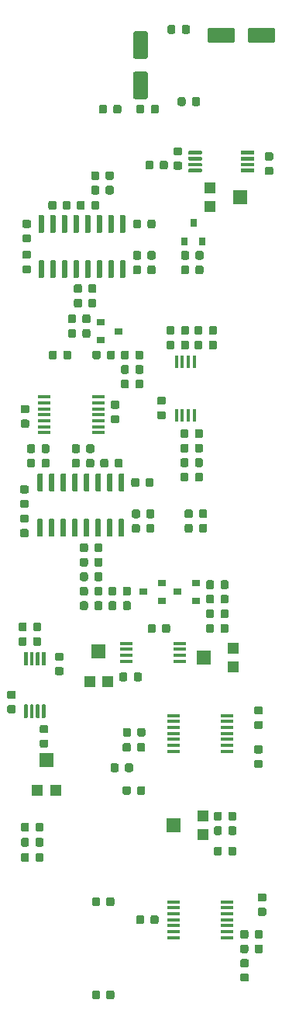
<source format=gbr>
G04 #@! TF.GenerationSoftware,KiCad,Pcbnew,(5.1.5)-3*
G04 #@! TF.CreationDate,2020-10-15T00:24:08-07:00*
G04 #@! TF.ProjectId,vcf-20,7663662d-3230-42e6-9b69-6361645f7063,rev?*
G04 #@! TF.SameCoordinates,Original*
G04 #@! TF.FileFunction,Paste,Bot*
G04 #@! TF.FilePolarity,Positive*
%FSLAX46Y46*%
G04 Gerber Fmt 4.6, Leading zero omitted, Abs format (unit mm)*
G04 Created by KiCad (PCBNEW (5.1.5)-3) date 2020-10-15 00:24:08*
%MOMM*%
%LPD*%
G04 APERTURE LIST*
%ADD10C,0.100000*%
%ADD11R,0.900000X0.800000*%
%ADD12R,0.450000X1.450000*%
%ADD13R,1.450000X0.450000*%
%ADD14R,1.600000X1.500000*%
%ADD15R,1.200000X1.200000*%
%ADD16R,1.500000X1.600000*%
%ADD17R,0.800000X0.900000*%
G04 APERTURE END LIST*
D10*
G36*
X26821191Y-110651053D02*
G01*
X26842426Y-110654203D01*
X26863250Y-110659419D01*
X26883462Y-110666651D01*
X26902868Y-110675830D01*
X26921281Y-110686866D01*
X26938524Y-110699654D01*
X26954430Y-110714070D01*
X26968846Y-110729976D01*
X26981634Y-110747219D01*
X26992670Y-110765632D01*
X27001849Y-110785038D01*
X27009081Y-110805250D01*
X27014297Y-110826074D01*
X27017447Y-110847309D01*
X27018500Y-110868750D01*
X27018500Y-111381250D01*
X27017447Y-111402691D01*
X27014297Y-111423926D01*
X27009081Y-111444750D01*
X27001849Y-111464962D01*
X26992670Y-111484368D01*
X26981634Y-111502781D01*
X26968846Y-111520024D01*
X26954430Y-111535930D01*
X26938524Y-111550346D01*
X26921281Y-111563134D01*
X26902868Y-111574170D01*
X26883462Y-111583349D01*
X26863250Y-111590581D01*
X26842426Y-111595797D01*
X26821191Y-111598947D01*
X26799750Y-111600000D01*
X26362250Y-111600000D01*
X26340809Y-111598947D01*
X26319574Y-111595797D01*
X26298750Y-111590581D01*
X26278538Y-111583349D01*
X26259132Y-111574170D01*
X26240719Y-111563134D01*
X26223476Y-111550346D01*
X26207570Y-111535930D01*
X26193154Y-111520024D01*
X26180366Y-111502781D01*
X26169330Y-111484368D01*
X26160151Y-111464962D01*
X26152919Y-111444750D01*
X26147703Y-111423926D01*
X26144553Y-111402691D01*
X26143500Y-111381250D01*
X26143500Y-110868750D01*
X26144553Y-110847309D01*
X26147703Y-110826074D01*
X26152919Y-110805250D01*
X26160151Y-110785038D01*
X26169330Y-110765632D01*
X26180366Y-110747219D01*
X26193154Y-110729976D01*
X26207570Y-110714070D01*
X26223476Y-110699654D01*
X26240719Y-110686866D01*
X26259132Y-110675830D01*
X26278538Y-110666651D01*
X26298750Y-110659419D01*
X26319574Y-110654203D01*
X26340809Y-110651053D01*
X26362250Y-110650000D01*
X26799750Y-110650000D01*
X26821191Y-110651053D01*
G37*
G36*
X28396191Y-110651053D02*
G01*
X28417426Y-110654203D01*
X28438250Y-110659419D01*
X28458462Y-110666651D01*
X28477868Y-110675830D01*
X28496281Y-110686866D01*
X28513524Y-110699654D01*
X28529430Y-110714070D01*
X28543846Y-110729976D01*
X28556634Y-110747219D01*
X28567670Y-110765632D01*
X28576849Y-110785038D01*
X28584081Y-110805250D01*
X28589297Y-110826074D01*
X28592447Y-110847309D01*
X28593500Y-110868750D01*
X28593500Y-111381250D01*
X28592447Y-111402691D01*
X28589297Y-111423926D01*
X28584081Y-111444750D01*
X28576849Y-111464962D01*
X28567670Y-111484368D01*
X28556634Y-111502781D01*
X28543846Y-111520024D01*
X28529430Y-111535930D01*
X28513524Y-111550346D01*
X28496281Y-111563134D01*
X28477868Y-111574170D01*
X28458462Y-111583349D01*
X28438250Y-111590581D01*
X28417426Y-111595797D01*
X28396191Y-111598947D01*
X28374750Y-111600000D01*
X27937250Y-111600000D01*
X27915809Y-111598947D01*
X27894574Y-111595797D01*
X27873750Y-111590581D01*
X27853538Y-111583349D01*
X27834132Y-111574170D01*
X27815719Y-111563134D01*
X27798476Y-111550346D01*
X27782570Y-111535930D01*
X27768154Y-111520024D01*
X27755366Y-111502781D01*
X27744330Y-111484368D01*
X27735151Y-111464962D01*
X27727919Y-111444750D01*
X27722703Y-111423926D01*
X27719553Y-111402691D01*
X27718500Y-111381250D01*
X27718500Y-110868750D01*
X27719553Y-110847309D01*
X27722703Y-110826074D01*
X27727919Y-110805250D01*
X27735151Y-110785038D01*
X27744330Y-110765632D01*
X27755366Y-110747219D01*
X27768154Y-110729976D01*
X27782570Y-110714070D01*
X27798476Y-110699654D01*
X27815719Y-110686866D01*
X27834132Y-110675830D01*
X27853538Y-110666651D01*
X27873750Y-110659419D01*
X27894574Y-110654203D01*
X27915809Y-110651053D01*
X27937250Y-110650000D01*
X28374750Y-110650000D01*
X28396191Y-110651053D01*
G37*
D11*
X12877000Y-45355000D03*
X10877000Y-44405000D03*
X10877000Y-46305000D03*
D12*
X19154500Y-54575500D03*
X19804500Y-54575500D03*
X20454500Y-54575500D03*
X21104500Y-54575500D03*
X21104500Y-48675500D03*
X20454500Y-48675500D03*
X19804500Y-48675500D03*
X19154500Y-48675500D03*
D13*
X13661600Y-79390600D03*
X13661600Y-80040600D03*
X13661600Y-80690600D03*
X13661600Y-81340600D03*
X19561600Y-81340600D03*
X19561600Y-80690600D03*
X19561600Y-80040600D03*
X19561600Y-79390600D03*
D10*
G36*
X17803691Y-52497053D02*
G01*
X17824926Y-52500203D01*
X17845750Y-52505419D01*
X17865962Y-52512651D01*
X17885368Y-52521830D01*
X17903781Y-52532866D01*
X17921024Y-52545654D01*
X17936930Y-52560070D01*
X17951346Y-52575976D01*
X17964134Y-52593219D01*
X17975170Y-52611632D01*
X17984349Y-52631038D01*
X17991581Y-52651250D01*
X17996797Y-52672074D01*
X17999947Y-52693309D01*
X18001000Y-52714750D01*
X18001000Y-53152250D01*
X17999947Y-53173691D01*
X17996797Y-53194926D01*
X17991581Y-53215750D01*
X17984349Y-53235962D01*
X17975170Y-53255368D01*
X17964134Y-53273781D01*
X17951346Y-53291024D01*
X17936930Y-53306930D01*
X17921024Y-53321346D01*
X17903781Y-53334134D01*
X17885368Y-53345170D01*
X17865962Y-53354349D01*
X17845750Y-53361581D01*
X17824926Y-53366797D01*
X17803691Y-53369947D01*
X17782250Y-53371000D01*
X17269750Y-53371000D01*
X17248309Y-53369947D01*
X17227074Y-53366797D01*
X17206250Y-53361581D01*
X17186038Y-53354349D01*
X17166632Y-53345170D01*
X17148219Y-53334134D01*
X17130976Y-53321346D01*
X17115070Y-53306930D01*
X17100654Y-53291024D01*
X17087866Y-53273781D01*
X17076830Y-53255368D01*
X17067651Y-53235962D01*
X17060419Y-53215750D01*
X17055203Y-53194926D01*
X17052053Y-53173691D01*
X17051000Y-53152250D01*
X17051000Y-52714750D01*
X17052053Y-52693309D01*
X17055203Y-52672074D01*
X17060419Y-52651250D01*
X17067651Y-52631038D01*
X17076830Y-52611632D01*
X17087866Y-52593219D01*
X17100654Y-52575976D01*
X17115070Y-52560070D01*
X17130976Y-52545654D01*
X17148219Y-52532866D01*
X17166632Y-52521830D01*
X17186038Y-52512651D01*
X17206250Y-52505419D01*
X17227074Y-52500203D01*
X17248309Y-52497053D01*
X17269750Y-52496000D01*
X17782250Y-52496000D01*
X17803691Y-52497053D01*
G37*
G36*
X17803691Y-54072053D02*
G01*
X17824926Y-54075203D01*
X17845750Y-54080419D01*
X17865962Y-54087651D01*
X17885368Y-54096830D01*
X17903781Y-54107866D01*
X17921024Y-54120654D01*
X17936930Y-54135070D01*
X17951346Y-54150976D01*
X17964134Y-54168219D01*
X17975170Y-54186632D01*
X17984349Y-54206038D01*
X17991581Y-54226250D01*
X17996797Y-54247074D01*
X17999947Y-54268309D01*
X18001000Y-54289750D01*
X18001000Y-54727250D01*
X17999947Y-54748691D01*
X17996797Y-54769926D01*
X17991581Y-54790750D01*
X17984349Y-54810962D01*
X17975170Y-54830368D01*
X17964134Y-54848781D01*
X17951346Y-54866024D01*
X17936930Y-54881930D01*
X17921024Y-54896346D01*
X17903781Y-54909134D01*
X17885368Y-54920170D01*
X17865962Y-54929349D01*
X17845750Y-54936581D01*
X17824926Y-54941797D01*
X17803691Y-54944947D01*
X17782250Y-54946000D01*
X17269750Y-54946000D01*
X17248309Y-54944947D01*
X17227074Y-54941797D01*
X17206250Y-54936581D01*
X17186038Y-54929349D01*
X17166632Y-54920170D01*
X17148219Y-54909134D01*
X17130976Y-54896346D01*
X17115070Y-54881930D01*
X17100654Y-54866024D01*
X17087866Y-54848781D01*
X17076830Y-54830368D01*
X17067651Y-54810962D01*
X17060419Y-54790750D01*
X17055203Y-54769926D01*
X17052053Y-54748691D01*
X17051000Y-54727250D01*
X17051000Y-54289750D01*
X17052053Y-54268309D01*
X17055203Y-54247074D01*
X17060419Y-54226250D01*
X17067651Y-54206038D01*
X17076830Y-54186632D01*
X17087866Y-54168219D01*
X17100654Y-54150976D01*
X17115070Y-54135070D01*
X17130976Y-54120654D01*
X17148219Y-54107866D01*
X17166632Y-54096830D01*
X17186038Y-54087651D01*
X17206250Y-54080419D01*
X17227074Y-54075203D01*
X17248309Y-54072053D01*
X17269750Y-54071000D01*
X17782250Y-54071000D01*
X17803691Y-54072053D01*
G37*
G36*
X21804691Y-46389053D02*
G01*
X21825926Y-46392203D01*
X21846750Y-46397419D01*
X21866962Y-46404651D01*
X21886368Y-46413830D01*
X21904781Y-46424866D01*
X21922024Y-46437654D01*
X21937930Y-46452070D01*
X21952346Y-46467976D01*
X21965134Y-46485219D01*
X21976170Y-46503632D01*
X21985349Y-46523038D01*
X21992581Y-46543250D01*
X21997797Y-46564074D01*
X22000947Y-46585309D01*
X22002000Y-46606750D01*
X22002000Y-47119250D01*
X22000947Y-47140691D01*
X21997797Y-47161926D01*
X21992581Y-47182750D01*
X21985349Y-47202962D01*
X21976170Y-47222368D01*
X21965134Y-47240781D01*
X21952346Y-47258024D01*
X21937930Y-47273930D01*
X21922024Y-47288346D01*
X21904781Y-47301134D01*
X21886368Y-47312170D01*
X21866962Y-47321349D01*
X21846750Y-47328581D01*
X21825926Y-47333797D01*
X21804691Y-47336947D01*
X21783250Y-47338000D01*
X21345750Y-47338000D01*
X21324309Y-47336947D01*
X21303074Y-47333797D01*
X21282250Y-47328581D01*
X21262038Y-47321349D01*
X21242632Y-47312170D01*
X21224219Y-47301134D01*
X21206976Y-47288346D01*
X21191070Y-47273930D01*
X21176654Y-47258024D01*
X21163866Y-47240781D01*
X21152830Y-47222368D01*
X21143651Y-47202962D01*
X21136419Y-47182750D01*
X21131203Y-47161926D01*
X21128053Y-47140691D01*
X21127000Y-47119250D01*
X21127000Y-46606750D01*
X21128053Y-46585309D01*
X21131203Y-46564074D01*
X21136419Y-46543250D01*
X21143651Y-46523038D01*
X21152830Y-46503632D01*
X21163866Y-46485219D01*
X21176654Y-46467976D01*
X21191070Y-46452070D01*
X21206976Y-46437654D01*
X21224219Y-46424866D01*
X21242632Y-46413830D01*
X21262038Y-46404651D01*
X21282250Y-46397419D01*
X21303074Y-46392203D01*
X21324309Y-46389053D01*
X21345750Y-46388000D01*
X21783250Y-46388000D01*
X21804691Y-46389053D01*
G37*
G36*
X23379691Y-46389053D02*
G01*
X23400926Y-46392203D01*
X23421750Y-46397419D01*
X23441962Y-46404651D01*
X23461368Y-46413830D01*
X23479781Y-46424866D01*
X23497024Y-46437654D01*
X23512930Y-46452070D01*
X23527346Y-46467976D01*
X23540134Y-46485219D01*
X23551170Y-46503632D01*
X23560349Y-46523038D01*
X23567581Y-46543250D01*
X23572797Y-46564074D01*
X23575947Y-46585309D01*
X23577000Y-46606750D01*
X23577000Y-47119250D01*
X23575947Y-47140691D01*
X23572797Y-47161926D01*
X23567581Y-47182750D01*
X23560349Y-47202962D01*
X23551170Y-47222368D01*
X23540134Y-47240781D01*
X23527346Y-47258024D01*
X23512930Y-47273930D01*
X23497024Y-47288346D01*
X23479781Y-47301134D01*
X23461368Y-47312170D01*
X23441962Y-47321349D01*
X23421750Y-47328581D01*
X23400926Y-47333797D01*
X23379691Y-47336947D01*
X23358250Y-47338000D01*
X22920750Y-47338000D01*
X22899309Y-47336947D01*
X22878074Y-47333797D01*
X22857250Y-47328581D01*
X22837038Y-47321349D01*
X22817632Y-47312170D01*
X22799219Y-47301134D01*
X22781976Y-47288346D01*
X22766070Y-47273930D01*
X22751654Y-47258024D01*
X22738866Y-47240781D01*
X22727830Y-47222368D01*
X22718651Y-47202962D01*
X22711419Y-47182750D01*
X22706203Y-47161926D01*
X22703053Y-47140691D01*
X22702000Y-47119250D01*
X22702000Y-46606750D01*
X22703053Y-46585309D01*
X22706203Y-46564074D01*
X22711419Y-46543250D01*
X22718651Y-46523038D01*
X22727830Y-46503632D01*
X22738866Y-46485219D01*
X22751654Y-46467976D01*
X22766070Y-46452070D01*
X22781976Y-46437654D01*
X22799219Y-46424866D01*
X22817632Y-46413830D01*
X22837038Y-46404651D01*
X22857250Y-46397419D01*
X22878074Y-46392203D01*
X22899309Y-46389053D01*
X22920750Y-46388000D01*
X23358250Y-46388000D01*
X23379691Y-46389053D01*
G37*
D14*
X4953000Y-92149000D03*
D15*
X3953000Y-95399000D03*
X5953000Y-95399000D03*
D10*
G36*
X13436203Y-32682222D02*
G01*
X13450764Y-32684382D01*
X13465043Y-32687959D01*
X13478903Y-32692918D01*
X13492210Y-32699212D01*
X13504836Y-32706780D01*
X13516659Y-32715548D01*
X13527566Y-32725434D01*
X13537452Y-32736341D01*
X13546220Y-32748164D01*
X13553788Y-32760790D01*
X13560082Y-32774097D01*
X13565041Y-32787957D01*
X13568618Y-32802236D01*
X13570778Y-32816797D01*
X13571500Y-32831500D01*
X13571500Y-34481500D01*
X13570778Y-34496203D01*
X13568618Y-34510764D01*
X13565041Y-34525043D01*
X13560082Y-34538903D01*
X13553788Y-34552210D01*
X13546220Y-34564836D01*
X13537452Y-34576659D01*
X13527566Y-34587566D01*
X13516659Y-34597452D01*
X13504836Y-34606220D01*
X13492210Y-34613788D01*
X13478903Y-34620082D01*
X13465043Y-34625041D01*
X13450764Y-34628618D01*
X13436203Y-34630778D01*
X13421500Y-34631500D01*
X13121500Y-34631500D01*
X13106797Y-34630778D01*
X13092236Y-34628618D01*
X13077957Y-34625041D01*
X13064097Y-34620082D01*
X13050790Y-34613788D01*
X13038164Y-34606220D01*
X13026341Y-34597452D01*
X13015434Y-34587566D01*
X13005548Y-34576659D01*
X12996780Y-34564836D01*
X12989212Y-34552210D01*
X12982918Y-34538903D01*
X12977959Y-34525043D01*
X12974382Y-34510764D01*
X12972222Y-34496203D01*
X12971500Y-34481500D01*
X12971500Y-32831500D01*
X12972222Y-32816797D01*
X12974382Y-32802236D01*
X12977959Y-32787957D01*
X12982918Y-32774097D01*
X12989212Y-32760790D01*
X12996780Y-32748164D01*
X13005548Y-32736341D01*
X13015434Y-32725434D01*
X13026341Y-32715548D01*
X13038164Y-32706780D01*
X13050790Y-32699212D01*
X13064097Y-32692918D01*
X13077957Y-32687959D01*
X13092236Y-32684382D01*
X13106797Y-32682222D01*
X13121500Y-32681500D01*
X13421500Y-32681500D01*
X13436203Y-32682222D01*
G37*
G36*
X12166203Y-32682222D02*
G01*
X12180764Y-32684382D01*
X12195043Y-32687959D01*
X12208903Y-32692918D01*
X12222210Y-32699212D01*
X12234836Y-32706780D01*
X12246659Y-32715548D01*
X12257566Y-32725434D01*
X12267452Y-32736341D01*
X12276220Y-32748164D01*
X12283788Y-32760790D01*
X12290082Y-32774097D01*
X12295041Y-32787957D01*
X12298618Y-32802236D01*
X12300778Y-32816797D01*
X12301500Y-32831500D01*
X12301500Y-34481500D01*
X12300778Y-34496203D01*
X12298618Y-34510764D01*
X12295041Y-34525043D01*
X12290082Y-34538903D01*
X12283788Y-34552210D01*
X12276220Y-34564836D01*
X12267452Y-34576659D01*
X12257566Y-34587566D01*
X12246659Y-34597452D01*
X12234836Y-34606220D01*
X12222210Y-34613788D01*
X12208903Y-34620082D01*
X12195043Y-34625041D01*
X12180764Y-34628618D01*
X12166203Y-34630778D01*
X12151500Y-34631500D01*
X11851500Y-34631500D01*
X11836797Y-34630778D01*
X11822236Y-34628618D01*
X11807957Y-34625041D01*
X11794097Y-34620082D01*
X11780790Y-34613788D01*
X11768164Y-34606220D01*
X11756341Y-34597452D01*
X11745434Y-34587566D01*
X11735548Y-34576659D01*
X11726780Y-34564836D01*
X11719212Y-34552210D01*
X11712918Y-34538903D01*
X11707959Y-34525043D01*
X11704382Y-34510764D01*
X11702222Y-34496203D01*
X11701500Y-34481500D01*
X11701500Y-32831500D01*
X11702222Y-32816797D01*
X11704382Y-32802236D01*
X11707959Y-32787957D01*
X11712918Y-32774097D01*
X11719212Y-32760790D01*
X11726780Y-32748164D01*
X11735548Y-32736341D01*
X11745434Y-32725434D01*
X11756341Y-32715548D01*
X11768164Y-32706780D01*
X11780790Y-32699212D01*
X11794097Y-32692918D01*
X11807957Y-32687959D01*
X11822236Y-32684382D01*
X11836797Y-32682222D01*
X11851500Y-32681500D01*
X12151500Y-32681500D01*
X12166203Y-32682222D01*
G37*
G36*
X10896203Y-32682222D02*
G01*
X10910764Y-32684382D01*
X10925043Y-32687959D01*
X10938903Y-32692918D01*
X10952210Y-32699212D01*
X10964836Y-32706780D01*
X10976659Y-32715548D01*
X10987566Y-32725434D01*
X10997452Y-32736341D01*
X11006220Y-32748164D01*
X11013788Y-32760790D01*
X11020082Y-32774097D01*
X11025041Y-32787957D01*
X11028618Y-32802236D01*
X11030778Y-32816797D01*
X11031500Y-32831500D01*
X11031500Y-34481500D01*
X11030778Y-34496203D01*
X11028618Y-34510764D01*
X11025041Y-34525043D01*
X11020082Y-34538903D01*
X11013788Y-34552210D01*
X11006220Y-34564836D01*
X10997452Y-34576659D01*
X10987566Y-34587566D01*
X10976659Y-34597452D01*
X10964836Y-34606220D01*
X10952210Y-34613788D01*
X10938903Y-34620082D01*
X10925043Y-34625041D01*
X10910764Y-34628618D01*
X10896203Y-34630778D01*
X10881500Y-34631500D01*
X10581500Y-34631500D01*
X10566797Y-34630778D01*
X10552236Y-34628618D01*
X10537957Y-34625041D01*
X10524097Y-34620082D01*
X10510790Y-34613788D01*
X10498164Y-34606220D01*
X10486341Y-34597452D01*
X10475434Y-34587566D01*
X10465548Y-34576659D01*
X10456780Y-34564836D01*
X10449212Y-34552210D01*
X10442918Y-34538903D01*
X10437959Y-34525043D01*
X10434382Y-34510764D01*
X10432222Y-34496203D01*
X10431500Y-34481500D01*
X10431500Y-32831500D01*
X10432222Y-32816797D01*
X10434382Y-32802236D01*
X10437959Y-32787957D01*
X10442918Y-32774097D01*
X10449212Y-32760790D01*
X10456780Y-32748164D01*
X10465548Y-32736341D01*
X10475434Y-32725434D01*
X10486341Y-32715548D01*
X10498164Y-32706780D01*
X10510790Y-32699212D01*
X10524097Y-32692918D01*
X10537957Y-32687959D01*
X10552236Y-32684382D01*
X10566797Y-32682222D01*
X10581500Y-32681500D01*
X10881500Y-32681500D01*
X10896203Y-32682222D01*
G37*
G36*
X9626203Y-32682222D02*
G01*
X9640764Y-32684382D01*
X9655043Y-32687959D01*
X9668903Y-32692918D01*
X9682210Y-32699212D01*
X9694836Y-32706780D01*
X9706659Y-32715548D01*
X9717566Y-32725434D01*
X9727452Y-32736341D01*
X9736220Y-32748164D01*
X9743788Y-32760790D01*
X9750082Y-32774097D01*
X9755041Y-32787957D01*
X9758618Y-32802236D01*
X9760778Y-32816797D01*
X9761500Y-32831500D01*
X9761500Y-34481500D01*
X9760778Y-34496203D01*
X9758618Y-34510764D01*
X9755041Y-34525043D01*
X9750082Y-34538903D01*
X9743788Y-34552210D01*
X9736220Y-34564836D01*
X9727452Y-34576659D01*
X9717566Y-34587566D01*
X9706659Y-34597452D01*
X9694836Y-34606220D01*
X9682210Y-34613788D01*
X9668903Y-34620082D01*
X9655043Y-34625041D01*
X9640764Y-34628618D01*
X9626203Y-34630778D01*
X9611500Y-34631500D01*
X9311500Y-34631500D01*
X9296797Y-34630778D01*
X9282236Y-34628618D01*
X9267957Y-34625041D01*
X9254097Y-34620082D01*
X9240790Y-34613788D01*
X9228164Y-34606220D01*
X9216341Y-34597452D01*
X9205434Y-34587566D01*
X9195548Y-34576659D01*
X9186780Y-34564836D01*
X9179212Y-34552210D01*
X9172918Y-34538903D01*
X9167959Y-34525043D01*
X9164382Y-34510764D01*
X9162222Y-34496203D01*
X9161500Y-34481500D01*
X9161500Y-32831500D01*
X9162222Y-32816797D01*
X9164382Y-32802236D01*
X9167959Y-32787957D01*
X9172918Y-32774097D01*
X9179212Y-32760790D01*
X9186780Y-32748164D01*
X9195548Y-32736341D01*
X9205434Y-32725434D01*
X9216341Y-32715548D01*
X9228164Y-32706780D01*
X9240790Y-32699212D01*
X9254097Y-32692918D01*
X9267957Y-32687959D01*
X9282236Y-32684382D01*
X9296797Y-32682222D01*
X9311500Y-32681500D01*
X9611500Y-32681500D01*
X9626203Y-32682222D01*
G37*
G36*
X8356203Y-32682222D02*
G01*
X8370764Y-32684382D01*
X8385043Y-32687959D01*
X8398903Y-32692918D01*
X8412210Y-32699212D01*
X8424836Y-32706780D01*
X8436659Y-32715548D01*
X8447566Y-32725434D01*
X8457452Y-32736341D01*
X8466220Y-32748164D01*
X8473788Y-32760790D01*
X8480082Y-32774097D01*
X8485041Y-32787957D01*
X8488618Y-32802236D01*
X8490778Y-32816797D01*
X8491500Y-32831500D01*
X8491500Y-34481500D01*
X8490778Y-34496203D01*
X8488618Y-34510764D01*
X8485041Y-34525043D01*
X8480082Y-34538903D01*
X8473788Y-34552210D01*
X8466220Y-34564836D01*
X8457452Y-34576659D01*
X8447566Y-34587566D01*
X8436659Y-34597452D01*
X8424836Y-34606220D01*
X8412210Y-34613788D01*
X8398903Y-34620082D01*
X8385043Y-34625041D01*
X8370764Y-34628618D01*
X8356203Y-34630778D01*
X8341500Y-34631500D01*
X8041500Y-34631500D01*
X8026797Y-34630778D01*
X8012236Y-34628618D01*
X7997957Y-34625041D01*
X7984097Y-34620082D01*
X7970790Y-34613788D01*
X7958164Y-34606220D01*
X7946341Y-34597452D01*
X7935434Y-34587566D01*
X7925548Y-34576659D01*
X7916780Y-34564836D01*
X7909212Y-34552210D01*
X7902918Y-34538903D01*
X7897959Y-34525043D01*
X7894382Y-34510764D01*
X7892222Y-34496203D01*
X7891500Y-34481500D01*
X7891500Y-32831500D01*
X7892222Y-32816797D01*
X7894382Y-32802236D01*
X7897959Y-32787957D01*
X7902918Y-32774097D01*
X7909212Y-32760790D01*
X7916780Y-32748164D01*
X7925548Y-32736341D01*
X7935434Y-32725434D01*
X7946341Y-32715548D01*
X7958164Y-32706780D01*
X7970790Y-32699212D01*
X7984097Y-32692918D01*
X7997957Y-32687959D01*
X8012236Y-32684382D01*
X8026797Y-32682222D01*
X8041500Y-32681500D01*
X8341500Y-32681500D01*
X8356203Y-32682222D01*
G37*
G36*
X7086203Y-32682222D02*
G01*
X7100764Y-32684382D01*
X7115043Y-32687959D01*
X7128903Y-32692918D01*
X7142210Y-32699212D01*
X7154836Y-32706780D01*
X7166659Y-32715548D01*
X7177566Y-32725434D01*
X7187452Y-32736341D01*
X7196220Y-32748164D01*
X7203788Y-32760790D01*
X7210082Y-32774097D01*
X7215041Y-32787957D01*
X7218618Y-32802236D01*
X7220778Y-32816797D01*
X7221500Y-32831500D01*
X7221500Y-34481500D01*
X7220778Y-34496203D01*
X7218618Y-34510764D01*
X7215041Y-34525043D01*
X7210082Y-34538903D01*
X7203788Y-34552210D01*
X7196220Y-34564836D01*
X7187452Y-34576659D01*
X7177566Y-34587566D01*
X7166659Y-34597452D01*
X7154836Y-34606220D01*
X7142210Y-34613788D01*
X7128903Y-34620082D01*
X7115043Y-34625041D01*
X7100764Y-34628618D01*
X7086203Y-34630778D01*
X7071500Y-34631500D01*
X6771500Y-34631500D01*
X6756797Y-34630778D01*
X6742236Y-34628618D01*
X6727957Y-34625041D01*
X6714097Y-34620082D01*
X6700790Y-34613788D01*
X6688164Y-34606220D01*
X6676341Y-34597452D01*
X6665434Y-34587566D01*
X6655548Y-34576659D01*
X6646780Y-34564836D01*
X6639212Y-34552210D01*
X6632918Y-34538903D01*
X6627959Y-34525043D01*
X6624382Y-34510764D01*
X6622222Y-34496203D01*
X6621500Y-34481500D01*
X6621500Y-32831500D01*
X6622222Y-32816797D01*
X6624382Y-32802236D01*
X6627959Y-32787957D01*
X6632918Y-32774097D01*
X6639212Y-32760790D01*
X6646780Y-32748164D01*
X6655548Y-32736341D01*
X6665434Y-32725434D01*
X6676341Y-32715548D01*
X6688164Y-32706780D01*
X6700790Y-32699212D01*
X6714097Y-32692918D01*
X6727957Y-32687959D01*
X6742236Y-32684382D01*
X6756797Y-32682222D01*
X6771500Y-32681500D01*
X7071500Y-32681500D01*
X7086203Y-32682222D01*
G37*
G36*
X5816203Y-32682222D02*
G01*
X5830764Y-32684382D01*
X5845043Y-32687959D01*
X5858903Y-32692918D01*
X5872210Y-32699212D01*
X5884836Y-32706780D01*
X5896659Y-32715548D01*
X5907566Y-32725434D01*
X5917452Y-32736341D01*
X5926220Y-32748164D01*
X5933788Y-32760790D01*
X5940082Y-32774097D01*
X5945041Y-32787957D01*
X5948618Y-32802236D01*
X5950778Y-32816797D01*
X5951500Y-32831500D01*
X5951500Y-34481500D01*
X5950778Y-34496203D01*
X5948618Y-34510764D01*
X5945041Y-34525043D01*
X5940082Y-34538903D01*
X5933788Y-34552210D01*
X5926220Y-34564836D01*
X5917452Y-34576659D01*
X5907566Y-34587566D01*
X5896659Y-34597452D01*
X5884836Y-34606220D01*
X5872210Y-34613788D01*
X5858903Y-34620082D01*
X5845043Y-34625041D01*
X5830764Y-34628618D01*
X5816203Y-34630778D01*
X5801500Y-34631500D01*
X5501500Y-34631500D01*
X5486797Y-34630778D01*
X5472236Y-34628618D01*
X5457957Y-34625041D01*
X5444097Y-34620082D01*
X5430790Y-34613788D01*
X5418164Y-34606220D01*
X5406341Y-34597452D01*
X5395434Y-34587566D01*
X5385548Y-34576659D01*
X5376780Y-34564836D01*
X5369212Y-34552210D01*
X5362918Y-34538903D01*
X5357959Y-34525043D01*
X5354382Y-34510764D01*
X5352222Y-34496203D01*
X5351500Y-34481500D01*
X5351500Y-32831500D01*
X5352222Y-32816797D01*
X5354382Y-32802236D01*
X5357959Y-32787957D01*
X5362918Y-32774097D01*
X5369212Y-32760790D01*
X5376780Y-32748164D01*
X5385548Y-32736341D01*
X5395434Y-32725434D01*
X5406341Y-32715548D01*
X5418164Y-32706780D01*
X5430790Y-32699212D01*
X5444097Y-32692918D01*
X5457957Y-32687959D01*
X5472236Y-32684382D01*
X5486797Y-32682222D01*
X5501500Y-32681500D01*
X5801500Y-32681500D01*
X5816203Y-32682222D01*
G37*
G36*
X4546203Y-32682222D02*
G01*
X4560764Y-32684382D01*
X4575043Y-32687959D01*
X4588903Y-32692918D01*
X4602210Y-32699212D01*
X4614836Y-32706780D01*
X4626659Y-32715548D01*
X4637566Y-32725434D01*
X4647452Y-32736341D01*
X4656220Y-32748164D01*
X4663788Y-32760790D01*
X4670082Y-32774097D01*
X4675041Y-32787957D01*
X4678618Y-32802236D01*
X4680778Y-32816797D01*
X4681500Y-32831500D01*
X4681500Y-34481500D01*
X4680778Y-34496203D01*
X4678618Y-34510764D01*
X4675041Y-34525043D01*
X4670082Y-34538903D01*
X4663788Y-34552210D01*
X4656220Y-34564836D01*
X4647452Y-34576659D01*
X4637566Y-34587566D01*
X4626659Y-34597452D01*
X4614836Y-34606220D01*
X4602210Y-34613788D01*
X4588903Y-34620082D01*
X4575043Y-34625041D01*
X4560764Y-34628618D01*
X4546203Y-34630778D01*
X4531500Y-34631500D01*
X4231500Y-34631500D01*
X4216797Y-34630778D01*
X4202236Y-34628618D01*
X4187957Y-34625041D01*
X4174097Y-34620082D01*
X4160790Y-34613788D01*
X4148164Y-34606220D01*
X4136341Y-34597452D01*
X4125434Y-34587566D01*
X4115548Y-34576659D01*
X4106780Y-34564836D01*
X4099212Y-34552210D01*
X4092918Y-34538903D01*
X4087959Y-34525043D01*
X4084382Y-34510764D01*
X4082222Y-34496203D01*
X4081500Y-34481500D01*
X4081500Y-32831500D01*
X4082222Y-32816797D01*
X4084382Y-32802236D01*
X4087959Y-32787957D01*
X4092918Y-32774097D01*
X4099212Y-32760790D01*
X4106780Y-32748164D01*
X4115548Y-32736341D01*
X4125434Y-32725434D01*
X4136341Y-32715548D01*
X4148164Y-32706780D01*
X4160790Y-32699212D01*
X4174097Y-32692918D01*
X4187957Y-32687959D01*
X4202236Y-32684382D01*
X4216797Y-32682222D01*
X4231500Y-32681500D01*
X4531500Y-32681500D01*
X4546203Y-32682222D01*
G37*
G36*
X4546203Y-37632222D02*
G01*
X4560764Y-37634382D01*
X4575043Y-37637959D01*
X4588903Y-37642918D01*
X4602210Y-37649212D01*
X4614836Y-37656780D01*
X4626659Y-37665548D01*
X4637566Y-37675434D01*
X4647452Y-37686341D01*
X4656220Y-37698164D01*
X4663788Y-37710790D01*
X4670082Y-37724097D01*
X4675041Y-37737957D01*
X4678618Y-37752236D01*
X4680778Y-37766797D01*
X4681500Y-37781500D01*
X4681500Y-39431500D01*
X4680778Y-39446203D01*
X4678618Y-39460764D01*
X4675041Y-39475043D01*
X4670082Y-39488903D01*
X4663788Y-39502210D01*
X4656220Y-39514836D01*
X4647452Y-39526659D01*
X4637566Y-39537566D01*
X4626659Y-39547452D01*
X4614836Y-39556220D01*
X4602210Y-39563788D01*
X4588903Y-39570082D01*
X4575043Y-39575041D01*
X4560764Y-39578618D01*
X4546203Y-39580778D01*
X4531500Y-39581500D01*
X4231500Y-39581500D01*
X4216797Y-39580778D01*
X4202236Y-39578618D01*
X4187957Y-39575041D01*
X4174097Y-39570082D01*
X4160790Y-39563788D01*
X4148164Y-39556220D01*
X4136341Y-39547452D01*
X4125434Y-39537566D01*
X4115548Y-39526659D01*
X4106780Y-39514836D01*
X4099212Y-39502210D01*
X4092918Y-39488903D01*
X4087959Y-39475043D01*
X4084382Y-39460764D01*
X4082222Y-39446203D01*
X4081500Y-39431500D01*
X4081500Y-37781500D01*
X4082222Y-37766797D01*
X4084382Y-37752236D01*
X4087959Y-37737957D01*
X4092918Y-37724097D01*
X4099212Y-37710790D01*
X4106780Y-37698164D01*
X4115548Y-37686341D01*
X4125434Y-37675434D01*
X4136341Y-37665548D01*
X4148164Y-37656780D01*
X4160790Y-37649212D01*
X4174097Y-37642918D01*
X4187957Y-37637959D01*
X4202236Y-37634382D01*
X4216797Y-37632222D01*
X4231500Y-37631500D01*
X4531500Y-37631500D01*
X4546203Y-37632222D01*
G37*
G36*
X5816203Y-37632222D02*
G01*
X5830764Y-37634382D01*
X5845043Y-37637959D01*
X5858903Y-37642918D01*
X5872210Y-37649212D01*
X5884836Y-37656780D01*
X5896659Y-37665548D01*
X5907566Y-37675434D01*
X5917452Y-37686341D01*
X5926220Y-37698164D01*
X5933788Y-37710790D01*
X5940082Y-37724097D01*
X5945041Y-37737957D01*
X5948618Y-37752236D01*
X5950778Y-37766797D01*
X5951500Y-37781500D01*
X5951500Y-39431500D01*
X5950778Y-39446203D01*
X5948618Y-39460764D01*
X5945041Y-39475043D01*
X5940082Y-39488903D01*
X5933788Y-39502210D01*
X5926220Y-39514836D01*
X5917452Y-39526659D01*
X5907566Y-39537566D01*
X5896659Y-39547452D01*
X5884836Y-39556220D01*
X5872210Y-39563788D01*
X5858903Y-39570082D01*
X5845043Y-39575041D01*
X5830764Y-39578618D01*
X5816203Y-39580778D01*
X5801500Y-39581500D01*
X5501500Y-39581500D01*
X5486797Y-39580778D01*
X5472236Y-39578618D01*
X5457957Y-39575041D01*
X5444097Y-39570082D01*
X5430790Y-39563788D01*
X5418164Y-39556220D01*
X5406341Y-39547452D01*
X5395434Y-39537566D01*
X5385548Y-39526659D01*
X5376780Y-39514836D01*
X5369212Y-39502210D01*
X5362918Y-39488903D01*
X5357959Y-39475043D01*
X5354382Y-39460764D01*
X5352222Y-39446203D01*
X5351500Y-39431500D01*
X5351500Y-37781500D01*
X5352222Y-37766797D01*
X5354382Y-37752236D01*
X5357959Y-37737957D01*
X5362918Y-37724097D01*
X5369212Y-37710790D01*
X5376780Y-37698164D01*
X5385548Y-37686341D01*
X5395434Y-37675434D01*
X5406341Y-37665548D01*
X5418164Y-37656780D01*
X5430790Y-37649212D01*
X5444097Y-37642918D01*
X5457957Y-37637959D01*
X5472236Y-37634382D01*
X5486797Y-37632222D01*
X5501500Y-37631500D01*
X5801500Y-37631500D01*
X5816203Y-37632222D01*
G37*
G36*
X7086203Y-37632222D02*
G01*
X7100764Y-37634382D01*
X7115043Y-37637959D01*
X7128903Y-37642918D01*
X7142210Y-37649212D01*
X7154836Y-37656780D01*
X7166659Y-37665548D01*
X7177566Y-37675434D01*
X7187452Y-37686341D01*
X7196220Y-37698164D01*
X7203788Y-37710790D01*
X7210082Y-37724097D01*
X7215041Y-37737957D01*
X7218618Y-37752236D01*
X7220778Y-37766797D01*
X7221500Y-37781500D01*
X7221500Y-39431500D01*
X7220778Y-39446203D01*
X7218618Y-39460764D01*
X7215041Y-39475043D01*
X7210082Y-39488903D01*
X7203788Y-39502210D01*
X7196220Y-39514836D01*
X7187452Y-39526659D01*
X7177566Y-39537566D01*
X7166659Y-39547452D01*
X7154836Y-39556220D01*
X7142210Y-39563788D01*
X7128903Y-39570082D01*
X7115043Y-39575041D01*
X7100764Y-39578618D01*
X7086203Y-39580778D01*
X7071500Y-39581500D01*
X6771500Y-39581500D01*
X6756797Y-39580778D01*
X6742236Y-39578618D01*
X6727957Y-39575041D01*
X6714097Y-39570082D01*
X6700790Y-39563788D01*
X6688164Y-39556220D01*
X6676341Y-39547452D01*
X6665434Y-39537566D01*
X6655548Y-39526659D01*
X6646780Y-39514836D01*
X6639212Y-39502210D01*
X6632918Y-39488903D01*
X6627959Y-39475043D01*
X6624382Y-39460764D01*
X6622222Y-39446203D01*
X6621500Y-39431500D01*
X6621500Y-37781500D01*
X6622222Y-37766797D01*
X6624382Y-37752236D01*
X6627959Y-37737957D01*
X6632918Y-37724097D01*
X6639212Y-37710790D01*
X6646780Y-37698164D01*
X6655548Y-37686341D01*
X6665434Y-37675434D01*
X6676341Y-37665548D01*
X6688164Y-37656780D01*
X6700790Y-37649212D01*
X6714097Y-37642918D01*
X6727957Y-37637959D01*
X6742236Y-37634382D01*
X6756797Y-37632222D01*
X6771500Y-37631500D01*
X7071500Y-37631500D01*
X7086203Y-37632222D01*
G37*
G36*
X8356203Y-37632222D02*
G01*
X8370764Y-37634382D01*
X8385043Y-37637959D01*
X8398903Y-37642918D01*
X8412210Y-37649212D01*
X8424836Y-37656780D01*
X8436659Y-37665548D01*
X8447566Y-37675434D01*
X8457452Y-37686341D01*
X8466220Y-37698164D01*
X8473788Y-37710790D01*
X8480082Y-37724097D01*
X8485041Y-37737957D01*
X8488618Y-37752236D01*
X8490778Y-37766797D01*
X8491500Y-37781500D01*
X8491500Y-39431500D01*
X8490778Y-39446203D01*
X8488618Y-39460764D01*
X8485041Y-39475043D01*
X8480082Y-39488903D01*
X8473788Y-39502210D01*
X8466220Y-39514836D01*
X8457452Y-39526659D01*
X8447566Y-39537566D01*
X8436659Y-39547452D01*
X8424836Y-39556220D01*
X8412210Y-39563788D01*
X8398903Y-39570082D01*
X8385043Y-39575041D01*
X8370764Y-39578618D01*
X8356203Y-39580778D01*
X8341500Y-39581500D01*
X8041500Y-39581500D01*
X8026797Y-39580778D01*
X8012236Y-39578618D01*
X7997957Y-39575041D01*
X7984097Y-39570082D01*
X7970790Y-39563788D01*
X7958164Y-39556220D01*
X7946341Y-39547452D01*
X7935434Y-39537566D01*
X7925548Y-39526659D01*
X7916780Y-39514836D01*
X7909212Y-39502210D01*
X7902918Y-39488903D01*
X7897959Y-39475043D01*
X7894382Y-39460764D01*
X7892222Y-39446203D01*
X7891500Y-39431500D01*
X7891500Y-37781500D01*
X7892222Y-37766797D01*
X7894382Y-37752236D01*
X7897959Y-37737957D01*
X7902918Y-37724097D01*
X7909212Y-37710790D01*
X7916780Y-37698164D01*
X7925548Y-37686341D01*
X7935434Y-37675434D01*
X7946341Y-37665548D01*
X7958164Y-37656780D01*
X7970790Y-37649212D01*
X7984097Y-37642918D01*
X7997957Y-37637959D01*
X8012236Y-37634382D01*
X8026797Y-37632222D01*
X8041500Y-37631500D01*
X8341500Y-37631500D01*
X8356203Y-37632222D01*
G37*
G36*
X9626203Y-37632222D02*
G01*
X9640764Y-37634382D01*
X9655043Y-37637959D01*
X9668903Y-37642918D01*
X9682210Y-37649212D01*
X9694836Y-37656780D01*
X9706659Y-37665548D01*
X9717566Y-37675434D01*
X9727452Y-37686341D01*
X9736220Y-37698164D01*
X9743788Y-37710790D01*
X9750082Y-37724097D01*
X9755041Y-37737957D01*
X9758618Y-37752236D01*
X9760778Y-37766797D01*
X9761500Y-37781500D01*
X9761500Y-39431500D01*
X9760778Y-39446203D01*
X9758618Y-39460764D01*
X9755041Y-39475043D01*
X9750082Y-39488903D01*
X9743788Y-39502210D01*
X9736220Y-39514836D01*
X9727452Y-39526659D01*
X9717566Y-39537566D01*
X9706659Y-39547452D01*
X9694836Y-39556220D01*
X9682210Y-39563788D01*
X9668903Y-39570082D01*
X9655043Y-39575041D01*
X9640764Y-39578618D01*
X9626203Y-39580778D01*
X9611500Y-39581500D01*
X9311500Y-39581500D01*
X9296797Y-39580778D01*
X9282236Y-39578618D01*
X9267957Y-39575041D01*
X9254097Y-39570082D01*
X9240790Y-39563788D01*
X9228164Y-39556220D01*
X9216341Y-39547452D01*
X9205434Y-39537566D01*
X9195548Y-39526659D01*
X9186780Y-39514836D01*
X9179212Y-39502210D01*
X9172918Y-39488903D01*
X9167959Y-39475043D01*
X9164382Y-39460764D01*
X9162222Y-39446203D01*
X9161500Y-39431500D01*
X9161500Y-37781500D01*
X9162222Y-37766797D01*
X9164382Y-37752236D01*
X9167959Y-37737957D01*
X9172918Y-37724097D01*
X9179212Y-37710790D01*
X9186780Y-37698164D01*
X9195548Y-37686341D01*
X9205434Y-37675434D01*
X9216341Y-37665548D01*
X9228164Y-37656780D01*
X9240790Y-37649212D01*
X9254097Y-37642918D01*
X9267957Y-37637959D01*
X9282236Y-37634382D01*
X9296797Y-37632222D01*
X9311500Y-37631500D01*
X9611500Y-37631500D01*
X9626203Y-37632222D01*
G37*
G36*
X10896203Y-37632222D02*
G01*
X10910764Y-37634382D01*
X10925043Y-37637959D01*
X10938903Y-37642918D01*
X10952210Y-37649212D01*
X10964836Y-37656780D01*
X10976659Y-37665548D01*
X10987566Y-37675434D01*
X10997452Y-37686341D01*
X11006220Y-37698164D01*
X11013788Y-37710790D01*
X11020082Y-37724097D01*
X11025041Y-37737957D01*
X11028618Y-37752236D01*
X11030778Y-37766797D01*
X11031500Y-37781500D01*
X11031500Y-39431500D01*
X11030778Y-39446203D01*
X11028618Y-39460764D01*
X11025041Y-39475043D01*
X11020082Y-39488903D01*
X11013788Y-39502210D01*
X11006220Y-39514836D01*
X10997452Y-39526659D01*
X10987566Y-39537566D01*
X10976659Y-39547452D01*
X10964836Y-39556220D01*
X10952210Y-39563788D01*
X10938903Y-39570082D01*
X10925043Y-39575041D01*
X10910764Y-39578618D01*
X10896203Y-39580778D01*
X10881500Y-39581500D01*
X10581500Y-39581500D01*
X10566797Y-39580778D01*
X10552236Y-39578618D01*
X10537957Y-39575041D01*
X10524097Y-39570082D01*
X10510790Y-39563788D01*
X10498164Y-39556220D01*
X10486341Y-39547452D01*
X10475434Y-39537566D01*
X10465548Y-39526659D01*
X10456780Y-39514836D01*
X10449212Y-39502210D01*
X10442918Y-39488903D01*
X10437959Y-39475043D01*
X10434382Y-39460764D01*
X10432222Y-39446203D01*
X10431500Y-39431500D01*
X10431500Y-37781500D01*
X10432222Y-37766797D01*
X10434382Y-37752236D01*
X10437959Y-37737957D01*
X10442918Y-37724097D01*
X10449212Y-37710790D01*
X10456780Y-37698164D01*
X10465548Y-37686341D01*
X10475434Y-37675434D01*
X10486341Y-37665548D01*
X10498164Y-37656780D01*
X10510790Y-37649212D01*
X10524097Y-37642918D01*
X10537957Y-37637959D01*
X10552236Y-37634382D01*
X10566797Y-37632222D01*
X10581500Y-37631500D01*
X10881500Y-37631500D01*
X10896203Y-37632222D01*
G37*
G36*
X12166203Y-37632222D02*
G01*
X12180764Y-37634382D01*
X12195043Y-37637959D01*
X12208903Y-37642918D01*
X12222210Y-37649212D01*
X12234836Y-37656780D01*
X12246659Y-37665548D01*
X12257566Y-37675434D01*
X12267452Y-37686341D01*
X12276220Y-37698164D01*
X12283788Y-37710790D01*
X12290082Y-37724097D01*
X12295041Y-37737957D01*
X12298618Y-37752236D01*
X12300778Y-37766797D01*
X12301500Y-37781500D01*
X12301500Y-39431500D01*
X12300778Y-39446203D01*
X12298618Y-39460764D01*
X12295041Y-39475043D01*
X12290082Y-39488903D01*
X12283788Y-39502210D01*
X12276220Y-39514836D01*
X12267452Y-39526659D01*
X12257566Y-39537566D01*
X12246659Y-39547452D01*
X12234836Y-39556220D01*
X12222210Y-39563788D01*
X12208903Y-39570082D01*
X12195043Y-39575041D01*
X12180764Y-39578618D01*
X12166203Y-39580778D01*
X12151500Y-39581500D01*
X11851500Y-39581500D01*
X11836797Y-39580778D01*
X11822236Y-39578618D01*
X11807957Y-39575041D01*
X11794097Y-39570082D01*
X11780790Y-39563788D01*
X11768164Y-39556220D01*
X11756341Y-39547452D01*
X11745434Y-39537566D01*
X11735548Y-39526659D01*
X11726780Y-39514836D01*
X11719212Y-39502210D01*
X11712918Y-39488903D01*
X11707959Y-39475043D01*
X11704382Y-39460764D01*
X11702222Y-39446203D01*
X11701500Y-39431500D01*
X11701500Y-37781500D01*
X11702222Y-37766797D01*
X11704382Y-37752236D01*
X11707959Y-37737957D01*
X11712918Y-37724097D01*
X11719212Y-37710790D01*
X11726780Y-37698164D01*
X11735548Y-37686341D01*
X11745434Y-37675434D01*
X11756341Y-37665548D01*
X11768164Y-37656780D01*
X11780790Y-37649212D01*
X11794097Y-37642918D01*
X11807957Y-37637959D01*
X11822236Y-37634382D01*
X11836797Y-37632222D01*
X11851500Y-37631500D01*
X12151500Y-37631500D01*
X12166203Y-37632222D01*
G37*
G36*
X13436203Y-37632222D02*
G01*
X13450764Y-37634382D01*
X13465043Y-37637959D01*
X13478903Y-37642918D01*
X13492210Y-37649212D01*
X13504836Y-37656780D01*
X13516659Y-37665548D01*
X13527566Y-37675434D01*
X13537452Y-37686341D01*
X13546220Y-37698164D01*
X13553788Y-37710790D01*
X13560082Y-37724097D01*
X13565041Y-37737957D01*
X13568618Y-37752236D01*
X13570778Y-37766797D01*
X13571500Y-37781500D01*
X13571500Y-39431500D01*
X13570778Y-39446203D01*
X13568618Y-39460764D01*
X13565041Y-39475043D01*
X13560082Y-39488903D01*
X13553788Y-39502210D01*
X13546220Y-39514836D01*
X13537452Y-39526659D01*
X13527566Y-39537566D01*
X13516659Y-39547452D01*
X13504836Y-39556220D01*
X13492210Y-39563788D01*
X13478903Y-39570082D01*
X13465043Y-39575041D01*
X13450764Y-39578618D01*
X13436203Y-39580778D01*
X13421500Y-39581500D01*
X13121500Y-39581500D01*
X13106797Y-39580778D01*
X13092236Y-39578618D01*
X13077957Y-39575041D01*
X13064097Y-39570082D01*
X13050790Y-39563788D01*
X13038164Y-39556220D01*
X13026341Y-39547452D01*
X13015434Y-39537566D01*
X13005548Y-39526659D01*
X12996780Y-39514836D01*
X12989212Y-39502210D01*
X12982918Y-39488903D01*
X12977959Y-39475043D01*
X12974382Y-39460764D01*
X12972222Y-39446203D01*
X12971500Y-39431500D01*
X12971500Y-37781500D01*
X12972222Y-37766797D01*
X12974382Y-37752236D01*
X12977959Y-37737957D01*
X12982918Y-37724097D01*
X12989212Y-37710790D01*
X12996780Y-37698164D01*
X13005548Y-37686341D01*
X13015434Y-37675434D01*
X13026341Y-37665548D01*
X13038164Y-37656780D01*
X13050790Y-37649212D01*
X13064097Y-37642918D01*
X13077957Y-37637959D01*
X13092236Y-37634382D01*
X13106797Y-37632222D01*
X13121500Y-37631500D01*
X13421500Y-37631500D01*
X13436203Y-37632222D01*
G37*
G36*
X7987191Y-45119053D02*
G01*
X8008426Y-45122203D01*
X8029250Y-45127419D01*
X8049462Y-45134651D01*
X8068868Y-45143830D01*
X8087281Y-45154866D01*
X8104524Y-45167654D01*
X8120430Y-45182070D01*
X8134846Y-45197976D01*
X8147634Y-45215219D01*
X8158670Y-45233632D01*
X8167849Y-45253038D01*
X8175081Y-45273250D01*
X8180297Y-45294074D01*
X8183447Y-45315309D01*
X8184500Y-45336750D01*
X8184500Y-45849250D01*
X8183447Y-45870691D01*
X8180297Y-45891926D01*
X8175081Y-45912750D01*
X8167849Y-45932962D01*
X8158670Y-45952368D01*
X8147634Y-45970781D01*
X8134846Y-45988024D01*
X8120430Y-46003930D01*
X8104524Y-46018346D01*
X8087281Y-46031134D01*
X8068868Y-46042170D01*
X8049462Y-46051349D01*
X8029250Y-46058581D01*
X8008426Y-46063797D01*
X7987191Y-46066947D01*
X7965750Y-46068000D01*
X7528250Y-46068000D01*
X7506809Y-46066947D01*
X7485574Y-46063797D01*
X7464750Y-46058581D01*
X7444538Y-46051349D01*
X7425132Y-46042170D01*
X7406719Y-46031134D01*
X7389476Y-46018346D01*
X7373570Y-46003930D01*
X7359154Y-45988024D01*
X7346366Y-45970781D01*
X7335330Y-45952368D01*
X7326151Y-45932962D01*
X7318919Y-45912750D01*
X7313703Y-45891926D01*
X7310553Y-45870691D01*
X7309500Y-45849250D01*
X7309500Y-45336750D01*
X7310553Y-45315309D01*
X7313703Y-45294074D01*
X7318919Y-45273250D01*
X7326151Y-45253038D01*
X7335330Y-45233632D01*
X7346366Y-45215219D01*
X7359154Y-45197976D01*
X7373570Y-45182070D01*
X7389476Y-45167654D01*
X7406719Y-45154866D01*
X7425132Y-45143830D01*
X7444538Y-45134651D01*
X7464750Y-45127419D01*
X7485574Y-45122203D01*
X7506809Y-45119053D01*
X7528250Y-45118000D01*
X7965750Y-45118000D01*
X7987191Y-45119053D01*
G37*
G36*
X9562191Y-45119053D02*
G01*
X9583426Y-45122203D01*
X9604250Y-45127419D01*
X9624462Y-45134651D01*
X9643868Y-45143830D01*
X9662281Y-45154866D01*
X9679524Y-45167654D01*
X9695430Y-45182070D01*
X9709846Y-45197976D01*
X9722634Y-45215219D01*
X9733670Y-45233632D01*
X9742849Y-45253038D01*
X9750081Y-45273250D01*
X9755297Y-45294074D01*
X9758447Y-45315309D01*
X9759500Y-45336750D01*
X9759500Y-45849250D01*
X9758447Y-45870691D01*
X9755297Y-45891926D01*
X9750081Y-45912750D01*
X9742849Y-45932962D01*
X9733670Y-45952368D01*
X9722634Y-45970781D01*
X9709846Y-45988024D01*
X9695430Y-46003930D01*
X9679524Y-46018346D01*
X9662281Y-46031134D01*
X9643868Y-46042170D01*
X9624462Y-46051349D01*
X9604250Y-46058581D01*
X9583426Y-46063797D01*
X9562191Y-46066947D01*
X9540750Y-46068000D01*
X9103250Y-46068000D01*
X9081809Y-46066947D01*
X9060574Y-46063797D01*
X9039750Y-46058581D01*
X9019538Y-46051349D01*
X9000132Y-46042170D01*
X8981719Y-46031134D01*
X8964476Y-46018346D01*
X8948570Y-46003930D01*
X8934154Y-45988024D01*
X8921366Y-45970781D01*
X8910330Y-45952368D01*
X8901151Y-45932962D01*
X8893919Y-45912750D01*
X8888703Y-45891926D01*
X8885553Y-45870691D01*
X8884500Y-45849250D01*
X8884500Y-45336750D01*
X8885553Y-45315309D01*
X8888703Y-45294074D01*
X8893919Y-45273250D01*
X8901151Y-45253038D01*
X8910330Y-45233632D01*
X8921366Y-45215219D01*
X8934154Y-45197976D01*
X8948570Y-45182070D01*
X8964476Y-45167654D01*
X8981719Y-45154866D01*
X9000132Y-45143830D01*
X9019538Y-45134651D01*
X9039750Y-45127419D01*
X9060574Y-45122203D01*
X9081809Y-45119053D01*
X9103250Y-45118000D01*
X9540750Y-45118000D01*
X9562191Y-45119053D01*
G37*
G36*
X5840691Y-31149053D02*
G01*
X5861926Y-31152203D01*
X5882750Y-31157419D01*
X5902962Y-31164651D01*
X5922368Y-31173830D01*
X5940781Y-31184866D01*
X5958024Y-31197654D01*
X5973930Y-31212070D01*
X5988346Y-31227976D01*
X6001134Y-31245219D01*
X6012170Y-31263632D01*
X6021349Y-31283038D01*
X6028581Y-31303250D01*
X6033797Y-31324074D01*
X6036947Y-31345309D01*
X6038000Y-31366750D01*
X6038000Y-31879250D01*
X6036947Y-31900691D01*
X6033797Y-31921926D01*
X6028581Y-31942750D01*
X6021349Y-31962962D01*
X6012170Y-31982368D01*
X6001134Y-32000781D01*
X5988346Y-32018024D01*
X5973930Y-32033930D01*
X5958024Y-32048346D01*
X5940781Y-32061134D01*
X5922368Y-32072170D01*
X5902962Y-32081349D01*
X5882750Y-32088581D01*
X5861926Y-32093797D01*
X5840691Y-32096947D01*
X5819250Y-32098000D01*
X5381750Y-32098000D01*
X5360309Y-32096947D01*
X5339074Y-32093797D01*
X5318250Y-32088581D01*
X5298038Y-32081349D01*
X5278632Y-32072170D01*
X5260219Y-32061134D01*
X5242976Y-32048346D01*
X5227070Y-32033930D01*
X5212654Y-32018024D01*
X5199866Y-32000781D01*
X5188830Y-31982368D01*
X5179651Y-31962962D01*
X5172419Y-31942750D01*
X5167203Y-31921926D01*
X5164053Y-31900691D01*
X5163000Y-31879250D01*
X5163000Y-31366750D01*
X5164053Y-31345309D01*
X5167203Y-31324074D01*
X5172419Y-31303250D01*
X5179651Y-31283038D01*
X5188830Y-31263632D01*
X5199866Y-31245219D01*
X5212654Y-31227976D01*
X5227070Y-31212070D01*
X5242976Y-31197654D01*
X5260219Y-31184866D01*
X5278632Y-31173830D01*
X5298038Y-31164651D01*
X5318250Y-31157419D01*
X5339074Y-31152203D01*
X5360309Y-31149053D01*
X5381750Y-31148000D01*
X5819250Y-31148000D01*
X5840691Y-31149053D01*
G37*
G36*
X7415691Y-31149053D02*
G01*
X7436926Y-31152203D01*
X7457750Y-31157419D01*
X7477962Y-31164651D01*
X7497368Y-31173830D01*
X7515781Y-31184866D01*
X7533024Y-31197654D01*
X7548930Y-31212070D01*
X7563346Y-31227976D01*
X7576134Y-31245219D01*
X7587170Y-31263632D01*
X7596349Y-31283038D01*
X7603581Y-31303250D01*
X7608797Y-31324074D01*
X7611947Y-31345309D01*
X7613000Y-31366750D01*
X7613000Y-31879250D01*
X7611947Y-31900691D01*
X7608797Y-31921926D01*
X7603581Y-31942750D01*
X7596349Y-31962962D01*
X7587170Y-31982368D01*
X7576134Y-32000781D01*
X7563346Y-32018024D01*
X7548930Y-32033930D01*
X7533024Y-32048346D01*
X7515781Y-32061134D01*
X7497368Y-32072170D01*
X7477962Y-32081349D01*
X7457750Y-32088581D01*
X7436926Y-32093797D01*
X7415691Y-32096947D01*
X7394250Y-32098000D01*
X6956750Y-32098000D01*
X6935309Y-32096947D01*
X6914074Y-32093797D01*
X6893250Y-32088581D01*
X6873038Y-32081349D01*
X6853632Y-32072170D01*
X6835219Y-32061134D01*
X6817976Y-32048346D01*
X6802070Y-32033930D01*
X6787654Y-32018024D01*
X6774866Y-32000781D01*
X6763830Y-31982368D01*
X6754651Y-31962962D01*
X6747419Y-31942750D01*
X6742203Y-31921926D01*
X6739053Y-31900691D01*
X6738000Y-31879250D01*
X6738000Y-31366750D01*
X6739053Y-31345309D01*
X6742203Y-31324074D01*
X6747419Y-31303250D01*
X6754651Y-31283038D01*
X6763830Y-31263632D01*
X6774866Y-31245219D01*
X6787654Y-31227976D01*
X6802070Y-31212070D01*
X6817976Y-31197654D01*
X6835219Y-31184866D01*
X6853632Y-31173830D01*
X6873038Y-31164651D01*
X6893250Y-31157419D01*
X6914074Y-31152203D01*
X6935309Y-31149053D01*
X6956750Y-31148000D01*
X7394250Y-31148000D01*
X7415691Y-31149053D01*
G37*
G36*
X3071691Y-34793553D02*
G01*
X3092926Y-34796703D01*
X3113750Y-34801919D01*
X3133962Y-34809151D01*
X3153368Y-34818330D01*
X3171781Y-34829366D01*
X3189024Y-34842154D01*
X3204930Y-34856570D01*
X3219346Y-34872476D01*
X3232134Y-34889719D01*
X3243170Y-34908132D01*
X3252349Y-34927538D01*
X3259581Y-34947750D01*
X3264797Y-34968574D01*
X3267947Y-34989809D01*
X3269000Y-35011250D01*
X3269000Y-35448750D01*
X3267947Y-35470191D01*
X3264797Y-35491426D01*
X3259581Y-35512250D01*
X3252349Y-35532462D01*
X3243170Y-35551868D01*
X3232134Y-35570281D01*
X3219346Y-35587524D01*
X3204930Y-35603430D01*
X3189024Y-35617846D01*
X3171781Y-35630634D01*
X3153368Y-35641670D01*
X3133962Y-35650849D01*
X3113750Y-35658081D01*
X3092926Y-35663297D01*
X3071691Y-35666447D01*
X3050250Y-35667500D01*
X2537750Y-35667500D01*
X2516309Y-35666447D01*
X2495074Y-35663297D01*
X2474250Y-35658081D01*
X2454038Y-35650849D01*
X2434632Y-35641670D01*
X2416219Y-35630634D01*
X2398976Y-35617846D01*
X2383070Y-35603430D01*
X2368654Y-35587524D01*
X2355866Y-35570281D01*
X2344830Y-35551868D01*
X2335651Y-35532462D01*
X2328419Y-35512250D01*
X2323203Y-35491426D01*
X2320053Y-35470191D01*
X2319000Y-35448750D01*
X2319000Y-35011250D01*
X2320053Y-34989809D01*
X2323203Y-34968574D01*
X2328419Y-34947750D01*
X2335651Y-34927538D01*
X2344830Y-34908132D01*
X2355866Y-34889719D01*
X2368654Y-34872476D01*
X2383070Y-34856570D01*
X2398976Y-34842154D01*
X2416219Y-34829366D01*
X2434632Y-34818330D01*
X2454038Y-34809151D01*
X2474250Y-34801919D01*
X2495074Y-34796703D01*
X2516309Y-34793553D01*
X2537750Y-34792500D01*
X3050250Y-34792500D01*
X3071691Y-34793553D01*
G37*
G36*
X3071691Y-33218553D02*
G01*
X3092926Y-33221703D01*
X3113750Y-33226919D01*
X3133962Y-33234151D01*
X3153368Y-33243330D01*
X3171781Y-33254366D01*
X3189024Y-33267154D01*
X3204930Y-33281570D01*
X3219346Y-33297476D01*
X3232134Y-33314719D01*
X3243170Y-33333132D01*
X3252349Y-33352538D01*
X3259581Y-33372750D01*
X3264797Y-33393574D01*
X3267947Y-33414809D01*
X3269000Y-33436250D01*
X3269000Y-33873750D01*
X3267947Y-33895191D01*
X3264797Y-33916426D01*
X3259581Y-33937250D01*
X3252349Y-33957462D01*
X3243170Y-33976868D01*
X3232134Y-33995281D01*
X3219346Y-34012524D01*
X3204930Y-34028430D01*
X3189024Y-34042846D01*
X3171781Y-34055634D01*
X3153368Y-34066670D01*
X3133962Y-34075849D01*
X3113750Y-34083081D01*
X3092926Y-34088297D01*
X3071691Y-34091447D01*
X3050250Y-34092500D01*
X2537750Y-34092500D01*
X2516309Y-34091447D01*
X2495074Y-34088297D01*
X2474250Y-34083081D01*
X2454038Y-34075849D01*
X2434632Y-34066670D01*
X2416219Y-34055634D01*
X2398976Y-34042846D01*
X2383070Y-34028430D01*
X2368654Y-34012524D01*
X2355866Y-33995281D01*
X2344830Y-33976868D01*
X2335651Y-33957462D01*
X2328419Y-33937250D01*
X2323203Y-33916426D01*
X2320053Y-33895191D01*
X2319000Y-33873750D01*
X2319000Y-33436250D01*
X2320053Y-33414809D01*
X2323203Y-33393574D01*
X2328419Y-33372750D01*
X2335651Y-33352538D01*
X2344830Y-33333132D01*
X2355866Y-33314719D01*
X2368654Y-33297476D01*
X2383070Y-33281570D01*
X2398976Y-33267154D01*
X2416219Y-33254366D01*
X2434632Y-33243330D01*
X2454038Y-33234151D01*
X2474250Y-33226919D01*
X2495074Y-33221703D01*
X2516309Y-33218553D01*
X2537750Y-33217500D01*
X3050250Y-33217500D01*
X3071691Y-33218553D01*
G37*
G36*
X3071691Y-36584053D02*
G01*
X3092926Y-36587203D01*
X3113750Y-36592419D01*
X3133962Y-36599651D01*
X3153368Y-36608830D01*
X3171781Y-36619866D01*
X3189024Y-36632654D01*
X3204930Y-36647070D01*
X3219346Y-36662976D01*
X3232134Y-36680219D01*
X3243170Y-36698632D01*
X3252349Y-36718038D01*
X3259581Y-36738250D01*
X3264797Y-36759074D01*
X3267947Y-36780309D01*
X3269000Y-36801750D01*
X3269000Y-37239250D01*
X3267947Y-37260691D01*
X3264797Y-37281926D01*
X3259581Y-37302750D01*
X3252349Y-37322962D01*
X3243170Y-37342368D01*
X3232134Y-37360781D01*
X3219346Y-37378024D01*
X3204930Y-37393930D01*
X3189024Y-37408346D01*
X3171781Y-37421134D01*
X3153368Y-37432170D01*
X3133962Y-37441349D01*
X3113750Y-37448581D01*
X3092926Y-37453797D01*
X3071691Y-37456947D01*
X3050250Y-37458000D01*
X2537750Y-37458000D01*
X2516309Y-37456947D01*
X2495074Y-37453797D01*
X2474250Y-37448581D01*
X2454038Y-37441349D01*
X2434632Y-37432170D01*
X2416219Y-37421134D01*
X2398976Y-37408346D01*
X2383070Y-37393930D01*
X2368654Y-37378024D01*
X2355866Y-37360781D01*
X2344830Y-37342368D01*
X2335651Y-37322962D01*
X2328419Y-37302750D01*
X2323203Y-37281926D01*
X2320053Y-37260691D01*
X2319000Y-37239250D01*
X2319000Y-36801750D01*
X2320053Y-36780309D01*
X2323203Y-36759074D01*
X2328419Y-36738250D01*
X2335651Y-36718038D01*
X2344830Y-36698632D01*
X2355866Y-36680219D01*
X2368654Y-36662976D01*
X2383070Y-36647070D01*
X2398976Y-36632654D01*
X2416219Y-36619866D01*
X2434632Y-36608830D01*
X2454038Y-36599651D01*
X2474250Y-36592419D01*
X2495074Y-36587203D01*
X2516309Y-36584053D01*
X2537750Y-36583000D01*
X3050250Y-36583000D01*
X3071691Y-36584053D01*
G37*
G36*
X3071691Y-38159053D02*
G01*
X3092926Y-38162203D01*
X3113750Y-38167419D01*
X3133962Y-38174651D01*
X3153368Y-38183830D01*
X3171781Y-38194866D01*
X3189024Y-38207654D01*
X3204930Y-38222070D01*
X3219346Y-38237976D01*
X3232134Y-38255219D01*
X3243170Y-38273632D01*
X3252349Y-38293038D01*
X3259581Y-38313250D01*
X3264797Y-38334074D01*
X3267947Y-38355309D01*
X3269000Y-38376750D01*
X3269000Y-38814250D01*
X3267947Y-38835691D01*
X3264797Y-38856926D01*
X3259581Y-38877750D01*
X3252349Y-38897962D01*
X3243170Y-38917368D01*
X3232134Y-38935781D01*
X3219346Y-38953024D01*
X3204930Y-38968930D01*
X3189024Y-38983346D01*
X3171781Y-38996134D01*
X3153368Y-39007170D01*
X3133962Y-39016349D01*
X3113750Y-39023581D01*
X3092926Y-39028797D01*
X3071691Y-39031947D01*
X3050250Y-39033000D01*
X2537750Y-39033000D01*
X2516309Y-39031947D01*
X2495074Y-39028797D01*
X2474250Y-39023581D01*
X2454038Y-39016349D01*
X2434632Y-39007170D01*
X2416219Y-38996134D01*
X2398976Y-38983346D01*
X2383070Y-38968930D01*
X2368654Y-38953024D01*
X2355866Y-38935781D01*
X2344830Y-38917368D01*
X2335651Y-38897962D01*
X2328419Y-38877750D01*
X2323203Y-38856926D01*
X2320053Y-38835691D01*
X2319000Y-38814250D01*
X2319000Y-38376750D01*
X2320053Y-38355309D01*
X2323203Y-38334074D01*
X2328419Y-38313250D01*
X2335651Y-38293038D01*
X2344830Y-38273632D01*
X2355866Y-38255219D01*
X2368654Y-38237976D01*
X2383070Y-38222070D01*
X2398976Y-38207654D01*
X2416219Y-38194866D01*
X2434632Y-38183830D01*
X2454038Y-38174651D01*
X2474250Y-38167419D01*
X2495074Y-38162203D01*
X2516309Y-38159053D01*
X2537750Y-38158000D01*
X3050250Y-38158000D01*
X3071691Y-38159053D01*
G37*
G36*
X27576302Y-27635982D02*
G01*
X27586009Y-27637421D01*
X27595528Y-27639806D01*
X27604768Y-27643112D01*
X27613640Y-27647308D01*
X27622057Y-27652353D01*
X27629939Y-27658199D01*
X27637211Y-27664789D01*
X27643801Y-27672061D01*
X27649647Y-27679943D01*
X27654692Y-27688360D01*
X27658888Y-27697232D01*
X27662194Y-27706472D01*
X27664579Y-27715991D01*
X27666018Y-27725698D01*
X27666500Y-27735500D01*
X27666500Y-27935500D01*
X27666018Y-27945302D01*
X27664579Y-27955009D01*
X27662194Y-27964528D01*
X27658888Y-27973768D01*
X27654692Y-27982640D01*
X27649647Y-27991057D01*
X27643801Y-27998939D01*
X27637211Y-28006211D01*
X27629939Y-28012801D01*
X27622057Y-28018647D01*
X27613640Y-28023692D01*
X27604768Y-28027888D01*
X27595528Y-28031194D01*
X27586009Y-28033579D01*
X27576302Y-28035018D01*
X27566500Y-28035500D01*
X26291500Y-28035500D01*
X26281698Y-28035018D01*
X26271991Y-28033579D01*
X26262472Y-28031194D01*
X26253232Y-28027888D01*
X26244360Y-28023692D01*
X26235943Y-28018647D01*
X26228061Y-28012801D01*
X26220789Y-28006211D01*
X26214199Y-27998939D01*
X26208353Y-27991057D01*
X26203308Y-27982640D01*
X26199112Y-27973768D01*
X26195806Y-27964528D01*
X26193421Y-27955009D01*
X26191982Y-27945302D01*
X26191500Y-27935500D01*
X26191500Y-27735500D01*
X26191982Y-27725698D01*
X26193421Y-27715991D01*
X26195806Y-27706472D01*
X26199112Y-27697232D01*
X26203308Y-27688360D01*
X26208353Y-27679943D01*
X26214199Y-27672061D01*
X26220789Y-27664789D01*
X26228061Y-27658199D01*
X26235943Y-27652353D01*
X26244360Y-27647308D01*
X26253232Y-27643112D01*
X26262472Y-27639806D01*
X26271991Y-27637421D01*
X26281698Y-27635982D01*
X26291500Y-27635500D01*
X27566500Y-27635500D01*
X27576302Y-27635982D01*
G37*
G36*
X27576302Y-26985982D02*
G01*
X27586009Y-26987421D01*
X27595528Y-26989806D01*
X27604768Y-26993112D01*
X27613640Y-26997308D01*
X27622057Y-27002353D01*
X27629939Y-27008199D01*
X27637211Y-27014789D01*
X27643801Y-27022061D01*
X27649647Y-27029943D01*
X27654692Y-27038360D01*
X27658888Y-27047232D01*
X27662194Y-27056472D01*
X27664579Y-27065991D01*
X27666018Y-27075698D01*
X27666500Y-27085500D01*
X27666500Y-27285500D01*
X27666018Y-27295302D01*
X27664579Y-27305009D01*
X27662194Y-27314528D01*
X27658888Y-27323768D01*
X27654692Y-27332640D01*
X27649647Y-27341057D01*
X27643801Y-27348939D01*
X27637211Y-27356211D01*
X27629939Y-27362801D01*
X27622057Y-27368647D01*
X27613640Y-27373692D01*
X27604768Y-27377888D01*
X27595528Y-27381194D01*
X27586009Y-27383579D01*
X27576302Y-27385018D01*
X27566500Y-27385500D01*
X26291500Y-27385500D01*
X26281698Y-27385018D01*
X26271991Y-27383579D01*
X26262472Y-27381194D01*
X26253232Y-27377888D01*
X26244360Y-27373692D01*
X26235943Y-27368647D01*
X26228061Y-27362801D01*
X26220789Y-27356211D01*
X26214199Y-27348939D01*
X26208353Y-27341057D01*
X26203308Y-27332640D01*
X26199112Y-27323768D01*
X26195806Y-27314528D01*
X26193421Y-27305009D01*
X26191982Y-27295302D01*
X26191500Y-27285500D01*
X26191500Y-27085500D01*
X26191982Y-27075698D01*
X26193421Y-27065991D01*
X26195806Y-27056472D01*
X26199112Y-27047232D01*
X26203308Y-27038360D01*
X26208353Y-27029943D01*
X26214199Y-27022061D01*
X26220789Y-27014789D01*
X26228061Y-27008199D01*
X26235943Y-27002353D01*
X26244360Y-26997308D01*
X26253232Y-26993112D01*
X26262472Y-26989806D01*
X26271991Y-26987421D01*
X26281698Y-26985982D01*
X26291500Y-26985500D01*
X27566500Y-26985500D01*
X27576302Y-26985982D01*
G37*
G36*
X27576302Y-26335982D02*
G01*
X27586009Y-26337421D01*
X27595528Y-26339806D01*
X27604768Y-26343112D01*
X27613640Y-26347308D01*
X27622057Y-26352353D01*
X27629939Y-26358199D01*
X27637211Y-26364789D01*
X27643801Y-26372061D01*
X27649647Y-26379943D01*
X27654692Y-26388360D01*
X27658888Y-26397232D01*
X27662194Y-26406472D01*
X27664579Y-26415991D01*
X27666018Y-26425698D01*
X27666500Y-26435500D01*
X27666500Y-26635500D01*
X27666018Y-26645302D01*
X27664579Y-26655009D01*
X27662194Y-26664528D01*
X27658888Y-26673768D01*
X27654692Y-26682640D01*
X27649647Y-26691057D01*
X27643801Y-26698939D01*
X27637211Y-26706211D01*
X27629939Y-26712801D01*
X27622057Y-26718647D01*
X27613640Y-26723692D01*
X27604768Y-26727888D01*
X27595528Y-26731194D01*
X27586009Y-26733579D01*
X27576302Y-26735018D01*
X27566500Y-26735500D01*
X26291500Y-26735500D01*
X26281698Y-26735018D01*
X26271991Y-26733579D01*
X26262472Y-26731194D01*
X26253232Y-26727888D01*
X26244360Y-26723692D01*
X26235943Y-26718647D01*
X26228061Y-26712801D01*
X26220789Y-26706211D01*
X26214199Y-26698939D01*
X26208353Y-26691057D01*
X26203308Y-26682640D01*
X26199112Y-26673768D01*
X26195806Y-26664528D01*
X26193421Y-26655009D01*
X26191982Y-26645302D01*
X26191500Y-26635500D01*
X26191500Y-26435500D01*
X26191982Y-26425698D01*
X26193421Y-26415991D01*
X26195806Y-26406472D01*
X26199112Y-26397232D01*
X26203308Y-26388360D01*
X26208353Y-26379943D01*
X26214199Y-26372061D01*
X26220789Y-26364789D01*
X26228061Y-26358199D01*
X26235943Y-26352353D01*
X26244360Y-26347308D01*
X26253232Y-26343112D01*
X26262472Y-26339806D01*
X26271991Y-26337421D01*
X26281698Y-26335982D01*
X26291500Y-26335500D01*
X27566500Y-26335500D01*
X27576302Y-26335982D01*
G37*
G36*
X27576302Y-25685982D02*
G01*
X27586009Y-25687421D01*
X27595528Y-25689806D01*
X27604768Y-25693112D01*
X27613640Y-25697308D01*
X27622057Y-25702353D01*
X27629939Y-25708199D01*
X27637211Y-25714789D01*
X27643801Y-25722061D01*
X27649647Y-25729943D01*
X27654692Y-25738360D01*
X27658888Y-25747232D01*
X27662194Y-25756472D01*
X27664579Y-25765991D01*
X27666018Y-25775698D01*
X27666500Y-25785500D01*
X27666500Y-25985500D01*
X27666018Y-25995302D01*
X27664579Y-26005009D01*
X27662194Y-26014528D01*
X27658888Y-26023768D01*
X27654692Y-26032640D01*
X27649647Y-26041057D01*
X27643801Y-26048939D01*
X27637211Y-26056211D01*
X27629939Y-26062801D01*
X27622057Y-26068647D01*
X27613640Y-26073692D01*
X27604768Y-26077888D01*
X27595528Y-26081194D01*
X27586009Y-26083579D01*
X27576302Y-26085018D01*
X27566500Y-26085500D01*
X26291500Y-26085500D01*
X26281698Y-26085018D01*
X26271991Y-26083579D01*
X26262472Y-26081194D01*
X26253232Y-26077888D01*
X26244360Y-26073692D01*
X26235943Y-26068647D01*
X26228061Y-26062801D01*
X26220789Y-26056211D01*
X26214199Y-26048939D01*
X26208353Y-26041057D01*
X26203308Y-26032640D01*
X26199112Y-26023768D01*
X26195806Y-26014528D01*
X26193421Y-26005009D01*
X26191982Y-25995302D01*
X26191500Y-25985500D01*
X26191500Y-25785500D01*
X26191982Y-25775698D01*
X26193421Y-25765991D01*
X26195806Y-25756472D01*
X26199112Y-25747232D01*
X26203308Y-25738360D01*
X26208353Y-25729943D01*
X26214199Y-25722061D01*
X26220789Y-25714789D01*
X26228061Y-25708199D01*
X26235943Y-25702353D01*
X26244360Y-25697308D01*
X26253232Y-25693112D01*
X26262472Y-25689806D01*
X26271991Y-25687421D01*
X26281698Y-25685982D01*
X26291500Y-25685500D01*
X27566500Y-25685500D01*
X27576302Y-25685982D01*
G37*
G36*
X21851302Y-25685982D02*
G01*
X21861009Y-25687421D01*
X21870528Y-25689806D01*
X21879768Y-25693112D01*
X21888640Y-25697308D01*
X21897057Y-25702353D01*
X21904939Y-25708199D01*
X21912211Y-25714789D01*
X21918801Y-25722061D01*
X21924647Y-25729943D01*
X21929692Y-25738360D01*
X21933888Y-25747232D01*
X21937194Y-25756472D01*
X21939579Y-25765991D01*
X21941018Y-25775698D01*
X21941500Y-25785500D01*
X21941500Y-25985500D01*
X21941018Y-25995302D01*
X21939579Y-26005009D01*
X21937194Y-26014528D01*
X21933888Y-26023768D01*
X21929692Y-26032640D01*
X21924647Y-26041057D01*
X21918801Y-26048939D01*
X21912211Y-26056211D01*
X21904939Y-26062801D01*
X21897057Y-26068647D01*
X21888640Y-26073692D01*
X21879768Y-26077888D01*
X21870528Y-26081194D01*
X21861009Y-26083579D01*
X21851302Y-26085018D01*
X21841500Y-26085500D01*
X20566500Y-26085500D01*
X20556698Y-26085018D01*
X20546991Y-26083579D01*
X20537472Y-26081194D01*
X20528232Y-26077888D01*
X20519360Y-26073692D01*
X20510943Y-26068647D01*
X20503061Y-26062801D01*
X20495789Y-26056211D01*
X20489199Y-26048939D01*
X20483353Y-26041057D01*
X20478308Y-26032640D01*
X20474112Y-26023768D01*
X20470806Y-26014528D01*
X20468421Y-26005009D01*
X20466982Y-25995302D01*
X20466500Y-25985500D01*
X20466500Y-25785500D01*
X20466982Y-25775698D01*
X20468421Y-25765991D01*
X20470806Y-25756472D01*
X20474112Y-25747232D01*
X20478308Y-25738360D01*
X20483353Y-25729943D01*
X20489199Y-25722061D01*
X20495789Y-25714789D01*
X20503061Y-25708199D01*
X20510943Y-25702353D01*
X20519360Y-25697308D01*
X20528232Y-25693112D01*
X20537472Y-25689806D01*
X20546991Y-25687421D01*
X20556698Y-25685982D01*
X20566500Y-25685500D01*
X21841500Y-25685500D01*
X21851302Y-25685982D01*
G37*
G36*
X21851302Y-26335982D02*
G01*
X21861009Y-26337421D01*
X21870528Y-26339806D01*
X21879768Y-26343112D01*
X21888640Y-26347308D01*
X21897057Y-26352353D01*
X21904939Y-26358199D01*
X21912211Y-26364789D01*
X21918801Y-26372061D01*
X21924647Y-26379943D01*
X21929692Y-26388360D01*
X21933888Y-26397232D01*
X21937194Y-26406472D01*
X21939579Y-26415991D01*
X21941018Y-26425698D01*
X21941500Y-26435500D01*
X21941500Y-26635500D01*
X21941018Y-26645302D01*
X21939579Y-26655009D01*
X21937194Y-26664528D01*
X21933888Y-26673768D01*
X21929692Y-26682640D01*
X21924647Y-26691057D01*
X21918801Y-26698939D01*
X21912211Y-26706211D01*
X21904939Y-26712801D01*
X21897057Y-26718647D01*
X21888640Y-26723692D01*
X21879768Y-26727888D01*
X21870528Y-26731194D01*
X21861009Y-26733579D01*
X21851302Y-26735018D01*
X21841500Y-26735500D01*
X20566500Y-26735500D01*
X20556698Y-26735018D01*
X20546991Y-26733579D01*
X20537472Y-26731194D01*
X20528232Y-26727888D01*
X20519360Y-26723692D01*
X20510943Y-26718647D01*
X20503061Y-26712801D01*
X20495789Y-26706211D01*
X20489199Y-26698939D01*
X20483353Y-26691057D01*
X20478308Y-26682640D01*
X20474112Y-26673768D01*
X20470806Y-26664528D01*
X20468421Y-26655009D01*
X20466982Y-26645302D01*
X20466500Y-26635500D01*
X20466500Y-26435500D01*
X20466982Y-26425698D01*
X20468421Y-26415991D01*
X20470806Y-26406472D01*
X20474112Y-26397232D01*
X20478308Y-26388360D01*
X20483353Y-26379943D01*
X20489199Y-26372061D01*
X20495789Y-26364789D01*
X20503061Y-26358199D01*
X20510943Y-26352353D01*
X20519360Y-26347308D01*
X20528232Y-26343112D01*
X20537472Y-26339806D01*
X20546991Y-26337421D01*
X20556698Y-26335982D01*
X20566500Y-26335500D01*
X21841500Y-26335500D01*
X21851302Y-26335982D01*
G37*
G36*
X21851302Y-26985982D02*
G01*
X21861009Y-26987421D01*
X21870528Y-26989806D01*
X21879768Y-26993112D01*
X21888640Y-26997308D01*
X21897057Y-27002353D01*
X21904939Y-27008199D01*
X21912211Y-27014789D01*
X21918801Y-27022061D01*
X21924647Y-27029943D01*
X21929692Y-27038360D01*
X21933888Y-27047232D01*
X21937194Y-27056472D01*
X21939579Y-27065991D01*
X21941018Y-27075698D01*
X21941500Y-27085500D01*
X21941500Y-27285500D01*
X21941018Y-27295302D01*
X21939579Y-27305009D01*
X21937194Y-27314528D01*
X21933888Y-27323768D01*
X21929692Y-27332640D01*
X21924647Y-27341057D01*
X21918801Y-27348939D01*
X21912211Y-27356211D01*
X21904939Y-27362801D01*
X21897057Y-27368647D01*
X21888640Y-27373692D01*
X21879768Y-27377888D01*
X21870528Y-27381194D01*
X21861009Y-27383579D01*
X21851302Y-27385018D01*
X21841500Y-27385500D01*
X20566500Y-27385500D01*
X20556698Y-27385018D01*
X20546991Y-27383579D01*
X20537472Y-27381194D01*
X20528232Y-27377888D01*
X20519360Y-27373692D01*
X20510943Y-27368647D01*
X20503061Y-27362801D01*
X20495789Y-27356211D01*
X20489199Y-27348939D01*
X20483353Y-27341057D01*
X20478308Y-27332640D01*
X20474112Y-27323768D01*
X20470806Y-27314528D01*
X20468421Y-27305009D01*
X20466982Y-27295302D01*
X20466500Y-27285500D01*
X20466500Y-27085500D01*
X20466982Y-27075698D01*
X20468421Y-27065991D01*
X20470806Y-27056472D01*
X20474112Y-27047232D01*
X20478308Y-27038360D01*
X20483353Y-27029943D01*
X20489199Y-27022061D01*
X20495789Y-27014789D01*
X20503061Y-27008199D01*
X20510943Y-27002353D01*
X20519360Y-26997308D01*
X20528232Y-26993112D01*
X20537472Y-26989806D01*
X20546991Y-26987421D01*
X20556698Y-26985982D01*
X20566500Y-26985500D01*
X21841500Y-26985500D01*
X21851302Y-26985982D01*
G37*
G36*
X21851302Y-27635982D02*
G01*
X21861009Y-27637421D01*
X21870528Y-27639806D01*
X21879768Y-27643112D01*
X21888640Y-27647308D01*
X21897057Y-27652353D01*
X21904939Y-27658199D01*
X21912211Y-27664789D01*
X21918801Y-27672061D01*
X21924647Y-27679943D01*
X21929692Y-27688360D01*
X21933888Y-27697232D01*
X21937194Y-27706472D01*
X21939579Y-27715991D01*
X21941018Y-27725698D01*
X21941500Y-27735500D01*
X21941500Y-27935500D01*
X21941018Y-27945302D01*
X21939579Y-27955009D01*
X21937194Y-27964528D01*
X21933888Y-27973768D01*
X21929692Y-27982640D01*
X21924647Y-27991057D01*
X21918801Y-27998939D01*
X21912211Y-28006211D01*
X21904939Y-28012801D01*
X21897057Y-28018647D01*
X21888640Y-28023692D01*
X21879768Y-28027888D01*
X21870528Y-28031194D01*
X21861009Y-28033579D01*
X21851302Y-28035018D01*
X21841500Y-28035500D01*
X20566500Y-28035500D01*
X20556698Y-28035018D01*
X20546991Y-28033579D01*
X20537472Y-28031194D01*
X20528232Y-28027888D01*
X20519360Y-28023692D01*
X20510943Y-28018647D01*
X20503061Y-28012801D01*
X20495789Y-28006211D01*
X20489199Y-27998939D01*
X20483353Y-27991057D01*
X20478308Y-27982640D01*
X20474112Y-27973768D01*
X20470806Y-27964528D01*
X20468421Y-27955009D01*
X20466982Y-27945302D01*
X20466500Y-27935500D01*
X20466500Y-27735500D01*
X20466982Y-27725698D01*
X20468421Y-27715991D01*
X20470806Y-27706472D01*
X20474112Y-27697232D01*
X20478308Y-27688360D01*
X20483353Y-27679943D01*
X20489199Y-27672061D01*
X20495789Y-27664789D01*
X20503061Y-27658199D01*
X20510943Y-27652353D01*
X20519360Y-27647308D01*
X20528232Y-27643112D01*
X20537472Y-27639806D01*
X20546991Y-27637421D01*
X20556698Y-27635982D01*
X20566500Y-27635500D01*
X21841500Y-27635500D01*
X21851302Y-27635982D01*
G37*
G36*
X4767802Y-80347482D02*
G01*
X4777509Y-80348921D01*
X4787028Y-80351306D01*
X4796268Y-80354612D01*
X4805140Y-80358808D01*
X4813557Y-80363853D01*
X4821439Y-80369699D01*
X4828711Y-80376289D01*
X4835301Y-80383561D01*
X4841147Y-80391443D01*
X4846192Y-80399860D01*
X4850388Y-80408732D01*
X4853694Y-80417972D01*
X4856079Y-80427491D01*
X4857518Y-80437198D01*
X4858000Y-80447000D01*
X4858000Y-81722000D01*
X4857518Y-81731802D01*
X4856079Y-81741509D01*
X4853694Y-81751028D01*
X4850388Y-81760268D01*
X4846192Y-81769140D01*
X4841147Y-81777557D01*
X4835301Y-81785439D01*
X4828711Y-81792711D01*
X4821439Y-81799301D01*
X4813557Y-81805147D01*
X4805140Y-81810192D01*
X4796268Y-81814388D01*
X4787028Y-81817694D01*
X4777509Y-81820079D01*
X4767802Y-81821518D01*
X4758000Y-81822000D01*
X4558000Y-81822000D01*
X4548198Y-81821518D01*
X4538491Y-81820079D01*
X4528972Y-81817694D01*
X4519732Y-81814388D01*
X4510860Y-81810192D01*
X4502443Y-81805147D01*
X4494561Y-81799301D01*
X4487289Y-81792711D01*
X4480699Y-81785439D01*
X4474853Y-81777557D01*
X4469808Y-81769140D01*
X4465612Y-81760268D01*
X4462306Y-81751028D01*
X4459921Y-81741509D01*
X4458482Y-81731802D01*
X4458000Y-81722000D01*
X4458000Y-80447000D01*
X4458482Y-80437198D01*
X4459921Y-80427491D01*
X4462306Y-80417972D01*
X4465612Y-80408732D01*
X4469808Y-80399860D01*
X4474853Y-80391443D01*
X4480699Y-80383561D01*
X4487289Y-80376289D01*
X4494561Y-80369699D01*
X4502443Y-80363853D01*
X4510860Y-80358808D01*
X4519732Y-80354612D01*
X4528972Y-80351306D01*
X4538491Y-80348921D01*
X4548198Y-80347482D01*
X4558000Y-80347000D01*
X4758000Y-80347000D01*
X4767802Y-80347482D01*
G37*
G36*
X4117802Y-80347482D02*
G01*
X4127509Y-80348921D01*
X4137028Y-80351306D01*
X4146268Y-80354612D01*
X4155140Y-80358808D01*
X4163557Y-80363853D01*
X4171439Y-80369699D01*
X4178711Y-80376289D01*
X4185301Y-80383561D01*
X4191147Y-80391443D01*
X4196192Y-80399860D01*
X4200388Y-80408732D01*
X4203694Y-80417972D01*
X4206079Y-80427491D01*
X4207518Y-80437198D01*
X4208000Y-80447000D01*
X4208000Y-81722000D01*
X4207518Y-81731802D01*
X4206079Y-81741509D01*
X4203694Y-81751028D01*
X4200388Y-81760268D01*
X4196192Y-81769140D01*
X4191147Y-81777557D01*
X4185301Y-81785439D01*
X4178711Y-81792711D01*
X4171439Y-81799301D01*
X4163557Y-81805147D01*
X4155140Y-81810192D01*
X4146268Y-81814388D01*
X4137028Y-81817694D01*
X4127509Y-81820079D01*
X4117802Y-81821518D01*
X4108000Y-81822000D01*
X3908000Y-81822000D01*
X3898198Y-81821518D01*
X3888491Y-81820079D01*
X3878972Y-81817694D01*
X3869732Y-81814388D01*
X3860860Y-81810192D01*
X3852443Y-81805147D01*
X3844561Y-81799301D01*
X3837289Y-81792711D01*
X3830699Y-81785439D01*
X3824853Y-81777557D01*
X3819808Y-81769140D01*
X3815612Y-81760268D01*
X3812306Y-81751028D01*
X3809921Y-81741509D01*
X3808482Y-81731802D01*
X3808000Y-81722000D01*
X3808000Y-80447000D01*
X3808482Y-80437198D01*
X3809921Y-80427491D01*
X3812306Y-80417972D01*
X3815612Y-80408732D01*
X3819808Y-80399860D01*
X3824853Y-80391443D01*
X3830699Y-80383561D01*
X3837289Y-80376289D01*
X3844561Y-80369699D01*
X3852443Y-80363853D01*
X3860860Y-80358808D01*
X3869732Y-80354612D01*
X3878972Y-80351306D01*
X3888491Y-80348921D01*
X3898198Y-80347482D01*
X3908000Y-80347000D01*
X4108000Y-80347000D01*
X4117802Y-80347482D01*
G37*
G36*
X3467802Y-80347482D02*
G01*
X3477509Y-80348921D01*
X3487028Y-80351306D01*
X3496268Y-80354612D01*
X3505140Y-80358808D01*
X3513557Y-80363853D01*
X3521439Y-80369699D01*
X3528711Y-80376289D01*
X3535301Y-80383561D01*
X3541147Y-80391443D01*
X3546192Y-80399860D01*
X3550388Y-80408732D01*
X3553694Y-80417972D01*
X3556079Y-80427491D01*
X3557518Y-80437198D01*
X3558000Y-80447000D01*
X3558000Y-81722000D01*
X3557518Y-81731802D01*
X3556079Y-81741509D01*
X3553694Y-81751028D01*
X3550388Y-81760268D01*
X3546192Y-81769140D01*
X3541147Y-81777557D01*
X3535301Y-81785439D01*
X3528711Y-81792711D01*
X3521439Y-81799301D01*
X3513557Y-81805147D01*
X3505140Y-81810192D01*
X3496268Y-81814388D01*
X3487028Y-81817694D01*
X3477509Y-81820079D01*
X3467802Y-81821518D01*
X3458000Y-81822000D01*
X3258000Y-81822000D01*
X3248198Y-81821518D01*
X3238491Y-81820079D01*
X3228972Y-81817694D01*
X3219732Y-81814388D01*
X3210860Y-81810192D01*
X3202443Y-81805147D01*
X3194561Y-81799301D01*
X3187289Y-81792711D01*
X3180699Y-81785439D01*
X3174853Y-81777557D01*
X3169808Y-81769140D01*
X3165612Y-81760268D01*
X3162306Y-81751028D01*
X3159921Y-81741509D01*
X3158482Y-81731802D01*
X3158000Y-81722000D01*
X3158000Y-80447000D01*
X3158482Y-80437198D01*
X3159921Y-80427491D01*
X3162306Y-80417972D01*
X3165612Y-80408732D01*
X3169808Y-80399860D01*
X3174853Y-80391443D01*
X3180699Y-80383561D01*
X3187289Y-80376289D01*
X3194561Y-80369699D01*
X3202443Y-80363853D01*
X3210860Y-80358808D01*
X3219732Y-80354612D01*
X3228972Y-80351306D01*
X3238491Y-80348921D01*
X3248198Y-80347482D01*
X3258000Y-80347000D01*
X3458000Y-80347000D01*
X3467802Y-80347482D01*
G37*
G36*
X2817802Y-80347482D02*
G01*
X2827509Y-80348921D01*
X2837028Y-80351306D01*
X2846268Y-80354612D01*
X2855140Y-80358808D01*
X2863557Y-80363853D01*
X2871439Y-80369699D01*
X2878711Y-80376289D01*
X2885301Y-80383561D01*
X2891147Y-80391443D01*
X2896192Y-80399860D01*
X2900388Y-80408732D01*
X2903694Y-80417972D01*
X2906079Y-80427491D01*
X2907518Y-80437198D01*
X2908000Y-80447000D01*
X2908000Y-81722000D01*
X2907518Y-81731802D01*
X2906079Y-81741509D01*
X2903694Y-81751028D01*
X2900388Y-81760268D01*
X2896192Y-81769140D01*
X2891147Y-81777557D01*
X2885301Y-81785439D01*
X2878711Y-81792711D01*
X2871439Y-81799301D01*
X2863557Y-81805147D01*
X2855140Y-81810192D01*
X2846268Y-81814388D01*
X2837028Y-81817694D01*
X2827509Y-81820079D01*
X2817802Y-81821518D01*
X2808000Y-81822000D01*
X2608000Y-81822000D01*
X2598198Y-81821518D01*
X2588491Y-81820079D01*
X2578972Y-81817694D01*
X2569732Y-81814388D01*
X2560860Y-81810192D01*
X2552443Y-81805147D01*
X2544561Y-81799301D01*
X2537289Y-81792711D01*
X2530699Y-81785439D01*
X2524853Y-81777557D01*
X2519808Y-81769140D01*
X2515612Y-81760268D01*
X2512306Y-81751028D01*
X2509921Y-81741509D01*
X2508482Y-81731802D01*
X2508000Y-81722000D01*
X2508000Y-80447000D01*
X2508482Y-80437198D01*
X2509921Y-80427491D01*
X2512306Y-80417972D01*
X2515612Y-80408732D01*
X2519808Y-80399860D01*
X2524853Y-80391443D01*
X2530699Y-80383561D01*
X2537289Y-80376289D01*
X2544561Y-80369699D01*
X2552443Y-80363853D01*
X2560860Y-80358808D01*
X2569732Y-80354612D01*
X2578972Y-80351306D01*
X2588491Y-80348921D01*
X2598198Y-80347482D01*
X2608000Y-80347000D01*
X2808000Y-80347000D01*
X2817802Y-80347482D01*
G37*
G36*
X2817802Y-86072482D02*
G01*
X2827509Y-86073921D01*
X2837028Y-86076306D01*
X2846268Y-86079612D01*
X2855140Y-86083808D01*
X2863557Y-86088853D01*
X2871439Y-86094699D01*
X2878711Y-86101289D01*
X2885301Y-86108561D01*
X2891147Y-86116443D01*
X2896192Y-86124860D01*
X2900388Y-86133732D01*
X2903694Y-86142972D01*
X2906079Y-86152491D01*
X2907518Y-86162198D01*
X2908000Y-86172000D01*
X2908000Y-87447000D01*
X2907518Y-87456802D01*
X2906079Y-87466509D01*
X2903694Y-87476028D01*
X2900388Y-87485268D01*
X2896192Y-87494140D01*
X2891147Y-87502557D01*
X2885301Y-87510439D01*
X2878711Y-87517711D01*
X2871439Y-87524301D01*
X2863557Y-87530147D01*
X2855140Y-87535192D01*
X2846268Y-87539388D01*
X2837028Y-87542694D01*
X2827509Y-87545079D01*
X2817802Y-87546518D01*
X2808000Y-87547000D01*
X2608000Y-87547000D01*
X2598198Y-87546518D01*
X2588491Y-87545079D01*
X2578972Y-87542694D01*
X2569732Y-87539388D01*
X2560860Y-87535192D01*
X2552443Y-87530147D01*
X2544561Y-87524301D01*
X2537289Y-87517711D01*
X2530699Y-87510439D01*
X2524853Y-87502557D01*
X2519808Y-87494140D01*
X2515612Y-87485268D01*
X2512306Y-87476028D01*
X2509921Y-87466509D01*
X2508482Y-87456802D01*
X2508000Y-87447000D01*
X2508000Y-86172000D01*
X2508482Y-86162198D01*
X2509921Y-86152491D01*
X2512306Y-86142972D01*
X2515612Y-86133732D01*
X2519808Y-86124860D01*
X2524853Y-86116443D01*
X2530699Y-86108561D01*
X2537289Y-86101289D01*
X2544561Y-86094699D01*
X2552443Y-86088853D01*
X2560860Y-86083808D01*
X2569732Y-86079612D01*
X2578972Y-86076306D01*
X2588491Y-86073921D01*
X2598198Y-86072482D01*
X2608000Y-86072000D01*
X2808000Y-86072000D01*
X2817802Y-86072482D01*
G37*
G36*
X3467802Y-86072482D02*
G01*
X3477509Y-86073921D01*
X3487028Y-86076306D01*
X3496268Y-86079612D01*
X3505140Y-86083808D01*
X3513557Y-86088853D01*
X3521439Y-86094699D01*
X3528711Y-86101289D01*
X3535301Y-86108561D01*
X3541147Y-86116443D01*
X3546192Y-86124860D01*
X3550388Y-86133732D01*
X3553694Y-86142972D01*
X3556079Y-86152491D01*
X3557518Y-86162198D01*
X3558000Y-86172000D01*
X3558000Y-87447000D01*
X3557518Y-87456802D01*
X3556079Y-87466509D01*
X3553694Y-87476028D01*
X3550388Y-87485268D01*
X3546192Y-87494140D01*
X3541147Y-87502557D01*
X3535301Y-87510439D01*
X3528711Y-87517711D01*
X3521439Y-87524301D01*
X3513557Y-87530147D01*
X3505140Y-87535192D01*
X3496268Y-87539388D01*
X3487028Y-87542694D01*
X3477509Y-87545079D01*
X3467802Y-87546518D01*
X3458000Y-87547000D01*
X3258000Y-87547000D01*
X3248198Y-87546518D01*
X3238491Y-87545079D01*
X3228972Y-87542694D01*
X3219732Y-87539388D01*
X3210860Y-87535192D01*
X3202443Y-87530147D01*
X3194561Y-87524301D01*
X3187289Y-87517711D01*
X3180699Y-87510439D01*
X3174853Y-87502557D01*
X3169808Y-87494140D01*
X3165612Y-87485268D01*
X3162306Y-87476028D01*
X3159921Y-87466509D01*
X3158482Y-87456802D01*
X3158000Y-87447000D01*
X3158000Y-86172000D01*
X3158482Y-86162198D01*
X3159921Y-86152491D01*
X3162306Y-86142972D01*
X3165612Y-86133732D01*
X3169808Y-86124860D01*
X3174853Y-86116443D01*
X3180699Y-86108561D01*
X3187289Y-86101289D01*
X3194561Y-86094699D01*
X3202443Y-86088853D01*
X3210860Y-86083808D01*
X3219732Y-86079612D01*
X3228972Y-86076306D01*
X3238491Y-86073921D01*
X3248198Y-86072482D01*
X3258000Y-86072000D01*
X3458000Y-86072000D01*
X3467802Y-86072482D01*
G37*
G36*
X4117802Y-86072482D02*
G01*
X4127509Y-86073921D01*
X4137028Y-86076306D01*
X4146268Y-86079612D01*
X4155140Y-86083808D01*
X4163557Y-86088853D01*
X4171439Y-86094699D01*
X4178711Y-86101289D01*
X4185301Y-86108561D01*
X4191147Y-86116443D01*
X4196192Y-86124860D01*
X4200388Y-86133732D01*
X4203694Y-86142972D01*
X4206079Y-86152491D01*
X4207518Y-86162198D01*
X4208000Y-86172000D01*
X4208000Y-87447000D01*
X4207518Y-87456802D01*
X4206079Y-87466509D01*
X4203694Y-87476028D01*
X4200388Y-87485268D01*
X4196192Y-87494140D01*
X4191147Y-87502557D01*
X4185301Y-87510439D01*
X4178711Y-87517711D01*
X4171439Y-87524301D01*
X4163557Y-87530147D01*
X4155140Y-87535192D01*
X4146268Y-87539388D01*
X4137028Y-87542694D01*
X4127509Y-87545079D01*
X4117802Y-87546518D01*
X4108000Y-87547000D01*
X3908000Y-87547000D01*
X3898198Y-87546518D01*
X3888491Y-87545079D01*
X3878972Y-87542694D01*
X3869732Y-87539388D01*
X3860860Y-87535192D01*
X3852443Y-87530147D01*
X3844561Y-87524301D01*
X3837289Y-87517711D01*
X3830699Y-87510439D01*
X3824853Y-87502557D01*
X3819808Y-87494140D01*
X3815612Y-87485268D01*
X3812306Y-87476028D01*
X3809921Y-87466509D01*
X3808482Y-87456802D01*
X3808000Y-87447000D01*
X3808000Y-86172000D01*
X3808482Y-86162198D01*
X3809921Y-86152491D01*
X3812306Y-86142972D01*
X3815612Y-86133732D01*
X3819808Y-86124860D01*
X3824853Y-86116443D01*
X3830699Y-86108561D01*
X3837289Y-86101289D01*
X3844561Y-86094699D01*
X3852443Y-86088853D01*
X3860860Y-86083808D01*
X3869732Y-86079612D01*
X3878972Y-86076306D01*
X3888491Y-86073921D01*
X3898198Y-86072482D01*
X3908000Y-86072000D01*
X4108000Y-86072000D01*
X4117802Y-86072482D01*
G37*
G36*
X4767802Y-86072482D02*
G01*
X4777509Y-86073921D01*
X4787028Y-86076306D01*
X4796268Y-86079612D01*
X4805140Y-86083808D01*
X4813557Y-86088853D01*
X4821439Y-86094699D01*
X4828711Y-86101289D01*
X4835301Y-86108561D01*
X4841147Y-86116443D01*
X4846192Y-86124860D01*
X4850388Y-86133732D01*
X4853694Y-86142972D01*
X4856079Y-86152491D01*
X4857518Y-86162198D01*
X4858000Y-86172000D01*
X4858000Y-87447000D01*
X4857518Y-87456802D01*
X4856079Y-87466509D01*
X4853694Y-87476028D01*
X4850388Y-87485268D01*
X4846192Y-87494140D01*
X4841147Y-87502557D01*
X4835301Y-87510439D01*
X4828711Y-87517711D01*
X4821439Y-87524301D01*
X4813557Y-87530147D01*
X4805140Y-87535192D01*
X4796268Y-87539388D01*
X4787028Y-87542694D01*
X4777509Y-87545079D01*
X4767802Y-87546518D01*
X4758000Y-87547000D01*
X4558000Y-87547000D01*
X4548198Y-87546518D01*
X4538491Y-87545079D01*
X4528972Y-87542694D01*
X4519732Y-87539388D01*
X4510860Y-87535192D01*
X4502443Y-87530147D01*
X4494561Y-87524301D01*
X4487289Y-87517711D01*
X4480699Y-87510439D01*
X4474853Y-87502557D01*
X4469808Y-87494140D01*
X4465612Y-87485268D01*
X4462306Y-87476028D01*
X4459921Y-87466509D01*
X4458482Y-87456802D01*
X4458000Y-87447000D01*
X4458000Y-86172000D01*
X4458482Y-86162198D01*
X4459921Y-86152491D01*
X4462306Y-86142972D01*
X4465612Y-86133732D01*
X4469808Y-86124860D01*
X4474853Y-86116443D01*
X4480699Y-86108561D01*
X4487289Y-86101289D01*
X4494561Y-86094699D01*
X4502443Y-86088853D01*
X4510860Y-86083808D01*
X4519732Y-86079612D01*
X4528972Y-86076306D01*
X4538491Y-86073921D01*
X4548198Y-86072482D01*
X4558000Y-86072000D01*
X4758000Y-86072000D01*
X4767802Y-86072482D01*
G37*
D16*
X26098500Y-30734000D03*
D15*
X22848500Y-29734000D03*
X22848500Y-31734000D03*
D10*
G36*
X21855691Y-59216053D02*
G01*
X21876926Y-59219203D01*
X21897750Y-59224419D01*
X21917962Y-59231651D01*
X21937368Y-59240830D01*
X21955781Y-59251866D01*
X21973024Y-59264654D01*
X21988930Y-59279070D01*
X22003346Y-59294976D01*
X22016134Y-59312219D01*
X22027170Y-59330632D01*
X22036349Y-59350038D01*
X22043581Y-59370250D01*
X22048797Y-59391074D01*
X22051947Y-59412309D01*
X22053000Y-59433750D01*
X22053000Y-59946250D01*
X22051947Y-59967691D01*
X22048797Y-59988926D01*
X22043581Y-60009750D01*
X22036349Y-60029962D01*
X22027170Y-60049368D01*
X22016134Y-60067781D01*
X22003346Y-60085024D01*
X21988930Y-60100930D01*
X21973024Y-60115346D01*
X21955781Y-60128134D01*
X21937368Y-60139170D01*
X21917962Y-60148349D01*
X21897750Y-60155581D01*
X21876926Y-60160797D01*
X21855691Y-60163947D01*
X21834250Y-60165000D01*
X21396750Y-60165000D01*
X21375309Y-60163947D01*
X21354074Y-60160797D01*
X21333250Y-60155581D01*
X21313038Y-60148349D01*
X21293632Y-60139170D01*
X21275219Y-60128134D01*
X21257976Y-60115346D01*
X21242070Y-60100930D01*
X21227654Y-60085024D01*
X21214866Y-60067781D01*
X21203830Y-60049368D01*
X21194651Y-60029962D01*
X21187419Y-60009750D01*
X21182203Y-59988926D01*
X21179053Y-59967691D01*
X21178000Y-59946250D01*
X21178000Y-59433750D01*
X21179053Y-59412309D01*
X21182203Y-59391074D01*
X21187419Y-59370250D01*
X21194651Y-59350038D01*
X21203830Y-59330632D01*
X21214866Y-59312219D01*
X21227654Y-59294976D01*
X21242070Y-59279070D01*
X21257976Y-59264654D01*
X21275219Y-59251866D01*
X21293632Y-59240830D01*
X21313038Y-59231651D01*
X21333250Y-59224419D01*
X21354074Y-59219203D01*
X21375309Y-59216053D01*
X21396750Y-59215000D01*
X21834250Y-59215000D01*
X21855691Y-59216053D01*
G37*
G36*
X20280691Y-59216053D02*
G01*
X20301926Y-59219203D01*
X20322750Y-59224419D01*
X20342962Y-59231651D01*
X20362368Y-59240830D01*
X20380781Y-59251866D01*
X20398024Y-59264654D01*
X20413930Y-59279070D01*
X20428346Y-59294976D01*
X20441134Y-59312219D01*
X20452170Y-59330632D01*
X20461349Y-59350038D01*
X20468581Y-59370250D01*
X20473797Y-59391074D01*
X20476947Y-59412309D01*
X20478000Y-59433750D01*
X20478000Y-59946250D01*
X20476947Y-59967691D01*
X20473797Y-59988926D01*
X20468581Y-60009750D01*
X20461349Y-60029962D01*
X20452170Y-60049368D01*
X20441134Y-60067781D01*
X20428346Y-60085024D01*
X20413930Y-60100930D01*
X20398024Y-60115346D01*
X20380781Y-60128134D01*
X20362368Y-60139170D01*
X20342962Y-60148349D01*
X20322750Y-60155581D01*
X20301926Y-60160797D01*
X20280691Y-60163947D01*
X20259250Y-60165000D01*
X19821750Y-60165000D01*
X19800309Y-60163947D01*
X19779074Y-60160797D01*
X19758250Y-60155581D01*
X19738038Y-60148349D01*
X19718632Y-60139170D01*
X19700219Y-60128134D01*
X19682976Y-60115346D01*
X19667070Y-60100930D01*
X19652654Y-60085024D01*
X19639866Y-60067781D01*
X19628830Y-60049368D01*
X19619651Y-60029962D01*
X19612419Y-60009750D01*
X19607203Y-59988926D01*
X19604053Y-59967691D01*
X19603000Y-59946250D01*
X19603000Y-59433750D01*
X19604053Y-59412309D01*
X19607203Y-59391074D01*
X19612419Y-59370250D01*
X19619651Y-59350038D01*
X19628830Y-59330632D01*
X19639866Y-59312219D01*
X19652654Y-59294976D01*
X19667070Y-59279070D01*
X19682976Y-59264654D01*
X19700219Y-59251866D01*
X19718632Y-59240830D01*
X19738038Y-59231651D01*
X19758250Y-59224419D01*
X19779074Y-59219203D01*
X19800309Y-59216053D01*
X19821750Y-59215000D01*
X20259250Y-59215000D01*
X20280691Y-59216053D01*
G37*
G36*
X20280691Y-57628553D02*
G01*
X20301926Y-57631703D01*
X20322750Y-57636919D01*
X20342962Y-57644151D01*
X20362368Y-57653330D01*
X20380781Y-57664366D01*
X20398024Y-57677154D01*
X20413930Y-57691570D01*
X20428346Y-57707476D01*
X20441134Y-57724719D01*
X20452170Y-57743132D01*
X20461349Y-57762538D01*
X20468581Y-57782750D01*
X20473797Y-57803574D01*
X20476947Y-57824809D01*
X20478000Y-57846250D01*
X20478000Y-58358750D01*
X20476947Y-58380191D01*
X20473797Y-58401426D01*
X20468581Y-58422250D01*
X20461349Y-58442462D01*
X20452170Y-58461868D01*
X20441134Y-58480281D01*
X20428346Y-58497524D01*
X20413930Y-58513430D01*
X20398024Y-58527846D01*
X20380781Y-58540634D01*
X20362368Y-58551670D01*
X20342962Y-58560849D01*
X20322750Y-58568081D01*
X20301926Y-58573297D01*
X20280691Y-58576447D01*
X20259250Y-58577500D01*
X19821750Y-58577500D01*
X19800309Y-58576447D01*
X19779074Y-58573297D01*
X19758250Y-58568081D01*
X19738038Y-58560849D01*
X19718632Y-58551670D01*
X19700219Y-58540634D01*
X19682976Y-58527846D01*
X19667070Y-58513430D01*
X19652654Y-58497524D01*
X19639866Y-58480281D01*
X19628830Y-58461868D01*
X19619651Y-58442462D01*
X19612419Y-58422250D01*
X19607203Y-58401426D01*
X19604053Y-58380191D01*
X19603000Y-58358750D01*
X19603000Y-57846250D01*
X19604053Y-57824809D01*
X19607203Y-57803574D01*
X19612419Y-57782750D01*
X19619651Y-57762538D01*
X19628830Y-57743132D01*
X19639866Y-57724719D01*
X19652654Y-57707476D01*
X19667070Y-57691570D01*
X19682976Y-57677154D01*
X19700219Y-57664366D01*
X19718632Y-57653330D01*
X19738038Y-57644151D01*
X19758250Y-57636919D01*
X19779074Y-57631703D01*
X19800309Y-57628553D01*
X19821750Y-57627500D01*
X20259250Y-57627500D01*
X20280691Y-57628553D01*
G37*
G36*
X21855691Y-57628553D02*
G01*
X21876926Y-57631703D01*
X21897750Y-57636919D01*
X21917962Y-57644151D01*
X21937368Y-57653330D01*
X21955781Y-57664366D01*
X21973024Y-57677154D01*
X21988930Y-57691570D01*
X22003346Y-57707476D01*
X22016134Y-57724719D01*
X22027170Y-57743132D01*
X22036349Y-57762538D01*
X22043581Y-57782750D01*
X22048797Y-57803574D01*
X22051947Y-57824809D01*
X22053000Y-57846250D01*
X22053000Y-58358750D01*
X22051947Y-58380191D01*
X22048797Y-58401426D01*
X22043581Y-58422250D01*
X22036349Y-58442462D01*
X22027170Y-58461868D01*
X22016134Y-58480281D01*
X22003346Y-58497524D01*
X21988930Y-58513430D01*
X21973024Y-58527846D01*
X21955781Y-58540634D01*
X21937368Y-58551670D01*
X21917962Y-58560849D01*
X21897750Y-58568081D01*
X21876926Y-58573297D01*
X21855691Y-58576447D01*
X21834250Y-58577500D01*
X21396750Y-58577500D01*
X21375309Y-58576447D01*
X21354074Y-58573297D01*
X21333250Y-58568081D01*
X21313038Y-58560849D01*
X21293632Y-58551670D01*
X21275219Y-58540634D01*
X21257976Y-58527846D01*
X21242070Y-58513430D01*
X21227654Y-58497524D01*
X21214866Y-58480281D01*
X21203830Y-58461868D01*
X21194651Y-58442462D01*
X21187419Y-58422250D01*
X21182203Y-58401426D01*
X21179053Y-58380191D01*
X21178000Y-58358750D01*
X21178000Y-57846250D01*
X21179053Y-57824809D01*
X21182203Y-57803574D01*
X21187419Y-57782750D01*
X21194651Y-57762538D01*
X21203830Y-57743132D01*
X21214866Y-57724719D01*
X21227654Y-57707476D01*
X21242070Y-57691570D01*
X21257976Y-57677154D01*
X21275219Y-57664366D01*
X21293632Y-57653330D01*
X21313038Y-57644151D01*
X21333250Y-57636919D01*
X21354074Y-57631703D01*
X21375309Y-57628553D01*
X21396750Y-57627500D01*
X21834250Y-57627500D01*
X21855691Y-57628553D01*
G37*
G36*
X21855691Y-60803553D02*
G01*
X21876926Y-60806703D01*
X21897750Y-60811919D01*
X21917962Y-60819151D01*
X21937368Y-60828330D01*
X21955781Y-60839366D01*
X21973024Y-60852154D01*
X21988930Y-60866570D01*
X22003346Y-60882476D01*
X22016134Y-60899719D01*
X22027170Y-60918132D01*
X22036349Y-60937538D01*
X22043581Y-60957750D01*
X22048797Y-60978574D01*
X22051947Y-60999809D01*
X22053000Y-61021250D01*
X22053000Y-61533750D01*
X22051947Y-61555191D01*
X22048797Y-61576426D01*
X22043581Y-61597250D01*
X22036349Y-61617462D01*
X22027170Y-61636868D01*
X22016134Y-61655281D01*
X22003346Y-61672524D01*
X21988930Y-61688430D01*
X21973024Y-61702846D01*
X21955781Y-61715634D01*
X21937368Y-61726670D01*
X21917962Y-61735849D01*
X21897750Y-61743081D01*
X21876926Y-61748297D01*
X21855691Y-61751447D01*
X21834250Y-61752500D01*
X21396750Y-61752500D01*
X21375309Y-61751447D01*
X21354074Y-61748297D01*
X21333250Y-61743081D01*
X21313038Y-61735849D01*
X21293632Y-61726670D01*
X21275219Y-61715634D01*
X21257976Y-61702846D01*
X21242070Y-61688430D01*
X21227654Y-61672524D01*
X21214866Y-61655281D01*
X21203830Y-61636868D01*
X21194651Y-61617462D01*
X21187419Y-61597250D01*
X21182203Y-61576426D01*
X21179053Y-61555191D01*
X21178000Y-61533750D01*
X21178000Y-61021250D01*
X21179053Y-60999809D01*
X21182203Y-60978574D01*
X21187419Y-60957750D01*
X21194651Y-60937538D01*
X21203830Y-60918132D01*
X21214866Y-60899719D01*
X21227654Y-60882476D01*
X21242070Y-60866570D01*
X21257976Y-60852154D01*
X21275219Y-60839366D01*
X21293632Y-60828330D01*
X21313038Y-60819151D01*
X21333250Y-60811919D01*
X21354074Y-60806703D01*
X21375309Y-60803553D01*
X21396750Y-60802500D01*
X21834250Y-60802500D01*
X21855691Y-60803553D01*
G37*
G36*
X20280691Y-60803553D02*
G01*
X20301926Y-60806703D01*
X20322750Y-60811919D01*
X20342962Y-60819151D01*
X20362368Y-60828330D01*
X20380781Y-60839366D01*
X20398024Y-60852154D01*
X20413930Y-60866570D01*
X20428346Y-60882476D01*
X20441134Y-60899719D01*
X20452170Y-60918132D01*
X20461349Y-60937538D01*
X20468581Y-60957750D01*
X20473797Y-60978574D01*
X20476947Y-60999809D01*
X20478000Y-61021250D01*
X20478000Y-61533750D01*
X20476947Y-61555191D01*
X20473797Y-61576426D01*
X20468581Y-61597250D01*
X20461349Y-61617462D01*
X20452170Y-61636868D01*
X20441134Y-61655281D01*
X20428346Y-61672524D01*
X20413930Y-61688430D01*
X20398024Y-61702846D01*
X20380781Y-61715634D01*
X20362368Y-61726670D01*
X20342962Y-61735849D01*
X20322750Y-61743081D01*
X20301926Y-61748297D01*
X20280691Y-61751447D01*
X20259250Y-61752500D01*
X19821750Y-61752500D01*
X19800309Y-61751447D01*
X19779074Y-61748297D01*
X19758250Y-61743081D01*
X19738038Y-61735849D01*
X19718632Y-61726670D01*
X19700219Y-61715634D01*
X19682976Y-61702846D01*
X19667070Y-61688430D01*
X19652654Y-61672524D01*
X19639866Y-61655281D01*
X19628830Y-61636868D01*
X19619651Y-61617462D01*
X19612419Y-61597250D01*
X19607203Y-61576426D01*
X19604053Y-61555191D01*
X19603000Y-61533750D01*
X19603000Y-61021250D01*
X19604053Y-60999809D01*
X19607203Y-60978574D01*
X19612419Y-60957750D01*
X19619651Y-60937538D01*
X19628830Y-60918132D01*
X19639866Y-60899719D01*
X19652654Y-60882476D01*
X19667070Y-60866570D01*
X19682976Y-60852154D01*
X19700219Y-60839366D01*
X19718632Y-60828330D01*
X19738038Y-60819151D01*
X19758250Y-60811919D01*
X19779074Y-60806703D01*
X19800309Y-60803553D01*
X19821750Y-60802500D01*
X20259250Y-60802500D01*
X20280691Y-60803553D01*
G37*
G36*
X10209691Y-41817053D02*
G01*
X10230926Y-41820203D01*
X10251750Y-41825419D01*
X10271962Y-41832651D01*
X10291368Y-41841830D01*
X10309781Y-41852866D01*
X10327024Y-41865654D01*
X10342930Y-41880070D01*
X10357346Y-41895976D01*
X10370134Y-41913219D01*
X10381170Y-41931632D01*
X10390349Y-41951038D01*
X10397581Y-41971250D01*
X10402797Y-41992074D01*
X10405947Y-42013309D01*
X10407000Y-42034750D01*
X10407000Y-42547250D01*
X10405947Y-42568691D01*
X10402797Y-42589926D01*
X10397581Y-42610750D01*
X10390349Y-42630962D01*
X10381170Y-42650368D01*
X10370134Y-42668781D01*
X10357346Y-42686024D01*
X10342930Y-42701930D01*
X10327024Y-42716346D01*
X10309781Y-42729134D01*
X10291368Y-42740170D01*
X10271962Y-42749349D01*
X10251750Y-42756581D01*
X10230926Y-42761797D01*
X10209691Y-42764947D01*
X10188250Y-42766000D01*
X9750750Y-42766000D01*
X9729309Y-42764947D01*
X9708074Y-42761797D01*
X9687250Y-42756581D01*
X9667038Y-42749349D01*
X9647632Y-42740170D01*
X9629219Y-42729134D01*
X9611976Y-42716346D01*
X9596070Y-42701930D01*
X9581654Y-42686024D01*
X9568866Y-42668781D01*
X9557830Y-42650368D01*
X9548651Y-42630962D01*
X9541419Y-42610750D01*
X9536203Y-42589926D01*
X9533053Y-42568691D01*
X9532000Y-42547250D01*
X9532000Y-42034750D01*
X9533053Y-42013309D01*
X9536203Y-41992074D01*
X9541419Y-41971250D01*
X9548651Y-41951038D01*
X9557830Y-41931632D01*
X9568866Y-41913219D01*
X9581654Y-41895976D01*
X9596070Y-41880070D01*
X9611976Y-41865654D01*
X9629219Y-41852866D01*
X9647632Y-41841830D01*
X9667038Y-41832651D01*
X9687250Y-41825419D01*
X9708074Y-41820203D01*
X9729309Y-41817053D01*
X9750750Y-41816000D01*
X10188250Y-41816000D01*
X10209691Y-41817053D01*
G37*
G36*
X8634691Y-41817053D02*
G01*
X8655926Y-41820203D01*
X8676750Y-41825419D01*
X8696962Y-41832651D01*
X8716368Y-41841830D01*
X8734781Y-41852866D01*
X8752024Y-41865654D01*
X8767930Y-41880070D01*
X8782346Y-41895976D01*
X8795134Y-41913219D01*
X8806170Y-41931632D01*
X8815349Y-41951038D01*
X8822581Y-41971250D01*
X8827797Y-41992074D01*
X8830947Y-42013309D01*
X8832000Y-42034750D01*
X8832000Y-42547250D01*
X8830947Y-42568691D01*
X8827797Y-42589926D01*
X8822581Y-42610750D01*
X8815349Y-42630962D01*
X8806170Y-42650368D01*
X8795134Y-42668781D01*
X8782346Y-42686024D01*
X8767930Y-42701930D01*
X8752024Y-42716346D01*
X8734781Y-42729134D01*
X8716368Y-42740170D01*
X8696962Y-42749349D01*
X8676750Y-42756581D01*
X8655926Y-42761797D01*
X8634691Y-42764947D01*
X8613250Y-42766000D01*
X8175750Y-42766000D01*
X8154309Y-42764947D01*
X8133074Y-42761797D01*
X8112250Y-42756581D01*
X8092038Y-42749349D01*
X8072632Y-42740170D01*
X8054219Y-42729134D01*
X8036976Y-42716346D01*
X8021070Y-42701930D01*
X8006654Y-42686024D01*
X7993866Y-42668781D01*
X7982830Y-42650368D01*
X7973651Y-42630962D01*
X7966419Y-42610750D01*
X7961203Y-42589926D01*
X7958053Y-42568691D01*
X7957000Y-42547250D01*
X7957000Y-42034750D01*
X7958053Y-42013309D01*
X7961203Y-41992074D01*
X7966419Y-41971250D01*
X7973651Y-41951038D01*
X7982830Y-41931632D01*
X7993866Y-41913219D01*
X8006654Y-41895976D01*
X8021070Y-41880070D01*
X8036976Y-41865654D01*
X8054219Y-41852866D01*
X8072632Y-41841830D01*
X8092038Y-41832651D01*
X8112250Y-41825419D01*
X8133074Y-41820203D01*
X8154309Y-41817053D01*
X8175750Y-41816000D01*
X8613250Y-41816000D01*
X8634691Y-41817053D01*
G37*
G36*
X9562191Y-43531553D02*
G01*
X9583426Y-43534703D01*
X9604250Y-43539919D01*
X9624462Y-43547151D01*
X9643868Y-43556330D01*
X9662281Y-43567366D01*
X9679524Y-43580154D01*
X9695430Y-43594570D01*
X9709846Y-43610476D01*
X9722634Y-43627719D01*
X9733670Y-43646132D01*
X9742849Y-43665538D01*
X9750081Y-43685750D01*
X9755297Y-43706574D01*
X9758447Y-43727809D01*
X9759500Y-43749250D01*
X9759500Y-44261750D01*
X9758447Y-44283191D01*
X9755297Y-44304426D01*
X9750081Y-44325250D01*
X9742849Y-44345462D01*
X9733670Y-44364868D01*
X9722634Y-44383281D01*
X9709846Y-44400524D01*
X9695430Y-44416430D01*
X9679524Y-44430846D01*
X9662281Y-44443634D01*
X9643868Y-44454670D01*
X9624462Y-44463849D01*
X9604250Y-44471081D01*
X9583426Y-44476297D01*
X9562191Y-44479447D01*
X9540750Y-44480500D01*
X9103250Y-44480500D01*
X9081809Y-44479447D01*
X9060574Y-44476297D01*
X9039750Y-44471081D01*
X9019538Y-44463849D01*
X9000132Y-44454670D01*
X8981719Y-44443634D01*
X8964476Y-44430846D01*
X8948570Y-44416430D01*
X8934154Y-44400524D01*
X8921366Y-44383281D01*
X8910330Y-44364868D01*
X8901151Y-44345462D01*
X8893919Y-44325250D01*
X8888703Y-44304426D01*
X8885553Y-44283191D01*
X8884500Y-44261750D01*
X8884500Y-43749250D01*
X8885553Y-43727809D01*
X8888703Y-43706574D01*
X8893919Y-43685750D01*
X8901151Y-43665538D01*
X8910330Y-43646132D01*
X8921366Y-43627719D01*
X8934154Y-43610476D01*
X8948570Y-43594570D01*
X8964476Y-43580154D01*
X8981719Y-43567366D01*
X9000132Y-43556330D01*
X9019538Y-43547151D01*
X9039750Y-43539919D01*
X9060574Y-43534703D01*
X9081809Y-43531553D01*
X9103250Y-43530500D01*
X9540750Y-43530500D01*
X9562191Y-43531553D01*
G37*
G36*
X7987191Y-43531553D02*
G01*
X8008426Y-43534703D01*
X8029250Y-43539919D01*
X8049462Y-43547151D01*
X8068868Y-43556330D01*
X8087281Y-43567366D01*
X8104524Y-43580154D01*
X8120430Y-43594570D01*
X8134846Y-43610476D01*
X8147634Y-43627719D01*
X8158670Y-43646132D01*
X8167849Y-43665538D01*
X8175081Y-43685750D01*
X8180297Y-43706574D01*
X8183447Y-43727809D01*
X8184500Y-43749250D01*
X8184500Y-44261750D01*
X8183447Y-44283191D01*
X8180297Y-44304426D01*
X8175081Y-44325250D01*
X8167849Y-44345462D01*
X8158670Y-44364868D01*
X8147634Y-44383281D01*
X8134846Y-44400524D01*
X8120430Y-44416430D01*
X8104524Y-44430846D01*
X8087281Y-44443634D01*
X8068868Y-44454670D01*
X8049462Y-44463849D01*
X8029250Y-44471081D01*
X8008426Y-44476297D01*
X7987191Y-44479447D01*
X7965750Y-44480500D01*
X7528250Y-44480500D01*
X7506809Y-44479447D01*
X7485574Y-44476297D01*
X7464750Y-44471081D01*
X7444538Y-44463849D01*
X7425132Y-44454670D01*
X7406719Y-44443634D01*
X7389476Y-44430846D01*
X7373570Y-44416430D01*
X7359154Y-44400524D01*
X7346366Y-44383281D01*
X7335330Y-44364868D01*
X7326151Y-44345462D01*
X7318919Y-44325250D01*
X7313703Y-44304426D01*
X7310553Y-44283191D01*
X7309500Y-44261750D01*
X7309500Y-43749250D01*
X7310553Y-43727809D01*
X7313703Y-43706574D01*
X7318919Y-43685750D01*
X7326151Y-43665538D01*
X7335330Y-43646132D01*
X7346366Y-43627719D01*
X7359154Y-43610476D01*
X7373570Y-43594570D01*
X7389476Y-43580154D01*
X7406719Y-43567366D01*
X7425132Y-43556330D01*
X7444538Y-43547151D01*
X7464750Y-43539919D01*
X7485574Y-43534703D01*
X7506809Y-43531553D01*
X7528250Y-43530500D01*
X7965750Y-43530500D01*
X7987191Y-43531553D01*
G37*
G36*
X16674191Y-38197553D02*
G01*
X16695426Y-38200703D01*
X16716250Y-38205919D01*
X16736462Y-38213151D01*
X16755868Y-38222330D01*
X16774281Y-38233366D01*
X16791524Y-38246154D01*
X16807430Y-38260570D01*
X16821846Y-38276476D01*
X16834634Y-38293719D01*
X16845670Y-38312132D01*
X16854849Y-38331538D01*
X16862081Y-38351750D01*
X16867297Y-38372574D01*
X16870447Y-38393809D01*
X16871500Y-38415250D01*
X16871500Y-38927750D01*
X16870447Y-38949191D01*
X16867297Y-38970426D01*
X16862081Y-38991250D01*
X16854849Y-39011462D01*
X16845670Y-39030868D01*
X16834634Y-39049281D01*
X16821846Y-39066524D01*
X16807430Y-39082430D01*
X16791524Y-39096846D01*
X16774281Y-39109634D01*
X16755868Y-39120670D01*
X16736462Y-39129849D01*
X16716250Y-39137081D01*
X16695426Y-39142297D01*
X16674191Y-39145447D01*
X16652750Y-39146500D01*
X16215250Y-39146500D01*
X16193809Y-39145447D01*
X16172574Y-39142297D01*
X16151750Y-39137081D01*
X16131538Y-39129849D01*
X16112132Y-39120670D01*
X16093719Y-39109634D01*
X16076476Y-39096846D01*
X16060570Y-39082430D01*
X16046154Y-39066524D01*
X16033366Y-39049281D01*
X16022330Y-39030868D01*
X16013151Y-39011462D01*
X16005919Y-38991250D01*
X16000703Y-38970426D01*
X15997553Y-38949191D01*
X15996500Y-38927750D01*
X15996500Y-38415250D01*
X15997553Y-38393809D01*
X16000703Y-38372574D01*
X16005919Y-38351750D01*
X16013151Y-38331538D01*
X16022330Y-38312132D01*
X16033366Y-38293719D01*
X16046154Y-38276476D01*
X16060570Y-38260570D01*
X16076476Y-38246154D01*
X16093719Y-38233366D01*
X16112132Y-38222330D01*
X16131538Y-38213151D01*
X16151750Y-38205919D01*
X16172574Y-38200703D01*
X16193809Y-38197553D01*
X16215250Y-38196500D01*
X16652750Y-38196500D01*
X16674191Y-38197553D01*
G37*
G36*
X15099191Y-38197553D02*
G01*
X15120426Y-38200703D01*
X15141250Y-38205919D01*
X15161462Y-38213151D01*
X15180868Y-38222330D01*
X15199281Y-38233366D01*
X15216524Y-38246154D01*
X15232430Y-38260570D01*
X15246846Y-38276476D01*
X15259634Y-38293719D01*
X15270670Y-38312132D01*
X15279849Y-38331538D01*
X15287081Y-38351750D01*
X15292297Y-38372574D01*
X15295447Y-38393809D01*
X15296500Y-38415250D01*
X15296500Y-38927750D01*
X15295447Y-38949191D01*
X15292297Y-38970426D01*
X15287081Y-38991250D01*
X15279849Y-39011462D01*
X15270670Y-39030868D01*
X15259634Y-39049281D01*
X15246846Y-39066524D01*
X15232430Y-39082430D01*
X15216524Y-39096846D01*
X15199281Y-39109634D01*
X15180868Y-39120670D01*
X15161462Y-39129849D01*
X15141250Y-39137081D01*
X15120426Y-39142297D01*
X15099191Y-39145447D01*
X15077750Y-39146500D01*
X14640250Y-39146500D01*
X14618809Y-39145447D01*
X14597574Y-39142297D01*
X14576750Y-39137081D01*
X14556538Y-39129849D01*
X14537132Y-39120670D01*
X14518719Y-39109634D01*
X14501476Y-39096846D01*
X14485570Y-39082430D01*
X14471154Y-39066524D01*
X14458366Y-39049281D01*
X14447330Y-39030868D01*
X14438151Y-39011462D01*
X14430919Y-38991250D01*
X14425703Y-38970426D01*
X14422553Y-38949191D01*
X14421500Y-38927750D01*
X14421500Y-38415250D01*
X14422553Y-38393809D01*
X14425703Y-38372574D01*
X14430919Y-38351750D01*
X14438151Y-38331538D01*
X14447330Y-38312132D01*
X14458366Y-38293719D01*
X14471154Y-38276476D01*
X14485570Y-38260570D01*
X14501476Y-38246154D01*
X14518719Y-38233366D01*
X14537132Y-38222330D01*
X14556538Y-38213151D01*
X14576750Y-38205919D01*
X14597574Y-38200703D01*
X14618809Y-38197553D01*
X14640250Y-38196500D01*
X15077750Y-38196500D01*
X15099191Y-38197553D01*
G37*
G36*
X8634691Y-40229553D02*
G01*
X8655926Y-40232703D01*
X8676750Y-40237919D01*
X8696962Y-40245151D01*
X8716368Y-40254330D01*
X8734781Y-40265366D01*
X8752024Y-40278154D01*
X8767930Y-40292570D01*
X8782346Y-40308476D01*
X8795134Y-40325719D01*
X8806170Y-40344132D01*
X8815349Y-40363538D01*
X8822581Y-40383750D01*
X8827797Y-40404574D01*
X8830947Y-40425809D01*
X8832000Y-40447250D01*
X8832000Y-40959750D01*
X8830947Y-40981191D01*
X8827797Y-41002426D01*
X8822581Y-41023250D01*
X8815349Y-41043462D01*
X8806170Y-41062868D01*
X8795134Y-41081281D01*
X8782346Y-41098524D01*
X8767930Y-41114430D01*
X8752024Y-41128846D01*
X8734781Y-41141634D01*
X8716368Y-41152670D01*
X8696962Y-41161849D01*
X8676750Y-41169081D01*
X8655926Y-41174297D01*
X8634691Y-41177447D01*
X8613250Y-41178500D01*
X8175750Y-41178500D01*
X8154309Y-41177447D01*
X8133074Y-41174297D01*
X8112250Y-41169081D01*
X8092038Y-41161849D01*
X8072632Y-41152670D01*
X8054219Y-41141634D01*
X8036976Y-41128846D01*
X8021070Y-41114430D01*
X8006654Y-41098524D01*
X7993866Y-41081281D01*
X7982830Y-41062868D01*
X7973651Y-41043462D01*
X7966419Y-41023250D01*
X7961203Y-41002426D01*
X7958053Y-40981191D01*
X7957000Y-40959750D01*
X7957000Y-40447250D01*
X7958053Y-40425809D01*
X7961203Y-40404574D01*
X7966419Y-40383750D01*
X7973651Y-40363538D01*
X7982830Y-40344132D01*
X7993866Y-40325719D01*
X8006654Y-40308476D01*
X8021070Y-40292570D01*
X8036976Y-40278154D01*
X8054219Y-40265366D01*
X8072632Y-40254330D01*
X8092038Y-40245151D01*
X8112250Y-40237919D01*
X8133074Y-40232703D01*
X8154309Y-40229553D01*
X8175750Y-40228500D01*
X8613250Y-40228500D01*
X8634691Y-40229553D01*
G37*
G36*
X10209691Y-40229553D02*
G01*
X10230926Y-40232703D01*
X10251750Y-40237919D01*
X10271962Y-40245151D01*
X10291368Y-40254330D01*
X10309781Y-40265366D01*
X10327024Y-40278154D01*
X10342930Y-40292570D01*
X10357346Y-40308476D01*
X10370134Y-40325719D01*
X10381170Y-40344132D01*
X10390349Y-40363538D01*
X10397581Y-40383750D01*
X10402797Y-40404574D01*
X10405947Y-40425809D01*
X10407000Y-40447250D01*
X10407000Y-40959750D01*
X10405947Y-40981191D01*
X10402797Y-41002426D01*
X10397581Y-41023250D01*
X10390349Y-41043462D01*
X10381170Y-41062868D01*
X10370134Y-41081281D01*
X10357346Y-41098524D01*
X10342930Y-41114430D01*
X10327024Y-41128846D01*
X10309781Y-41141634D01*
X10291368Y-41152670D01*
X10271962Y-41161849D01*
X10251750Y-41169081D01*
X10230926Y-41174297D01*
X10209691Y-41177447D01*
X10188250Y-41178500D01*
X9750750Y-41178500D01*
X9729309Y-41177447D01*
X9708074Y-41174297D01*
X9687250Y-41169081D01*
X9667038Y-41161849D01*
X9647632Y-41152670D01*
X9629219Y-41141634D01*
X9611976Y-41128846D01*
X9596070Y-41114430D01*
X9581654Y-41098524D01*
X9568866Y-41081281D01*
X9557830Y-41062868D01*
X9548651Y-41043462D01*
X9541419Y-41023250D01*
X9536203Y-41002426D01*
X9533053Y-40981191D01*
X9532000Y-40959750D01*
X9532000Y-40447250D01*
X9533053Y-40425809D01*
X9536203Y-40404574D01*
X9541419Y-40383750D01*
X9548651Y-40363538D01*
X9557830Y-40344132D01*
X9568866Y-40325719D01*
X9581654Y-40308476D01*
X9596070Y-40292570D01*
X9611976Y-40278154D01*
X9629219Y-40265366D01*
X9647632Y-40254330D01*
X9667038Y-40245151D01*
X9687250Y-40237919D01*
X9708074Y-40232703D01*
X9729309Y-40229553D01*
X9750750Y-40228500D01*
X10188250Y-40228500D01*
X10209691Y-40229553D01*
G37*
D16*
X18806500Y-99250500D03*
D15*
X22056500Y-100250500D03*
X22056500Y-98250500D03*
D10*
G36*
X23938191Y-99348053D02*
G01*
X23959426Y-99351203D01*
X23980250Y-99356419D01*
X24000462Y-99363651D01*
X24019868Y-99372830D01*
X24038281Y-99383866D01*
X24055524Y-99396654D01*
X24071430Y-99411070D01*
X24085846Y-99426976D01*
X24098634Y-99444219D01*
X24109670Y-99462632D01*
X24118849Y-99482038D01*
X24126081Y-99502250D01*
X24131297Y-99523074D01*
X24134447Y-99544309D01*
X24135500Y-99565750D01*
X24135500Y-100078250D01*
X24134447Y-100099691D01*
X24131297Y-100120926D01*
X24126081Y-100141750D01*
X24118849Y-100161962D01*
X24109670Y-100181368D01*
X24098634Y-100199781D01*
X24085846Y-100217024D01*
X24071430Y-100232930D01*
X24055524Y-100247346D01*
X24038281Y-100260134D01*
X24019868Y-100271170D01*
X24000462Y-100280349D01*
X23980250Y-100287581D01*
X23959426Y-100292797D01*
X23938191Y-100295947D01*
X23916750Y-100297000D01*
X23479250Y-100297000D01*
X23457809Y-100295947D01*
X23436574Y-100292797D01*
X23415750Y-100287581D01*
X23395538Y-100280349D01*
X23376132Y-100271170D01*
X23357719Y-100260134D01*
X23340476Y-100247346D01*
X23324570Y-100232930D01*
X23310154Y-100217024D01*
X23297366Y-100199781D01*
X23286330Y-100181368D01*
X23277151Y-100161962D01*
X23269919Y-100141750D01*
X23264703Y-100120926D01*
X23261553Y-100099691D01*
X23260500Y-100078250D01*
X23260500Y-99565750D01*
X23261553Y-99544309D01*
X23264703Y-99523074D01*
X23269919Y-99502250D01*
X23277151Y-99482038D01*
X23286330Y-99462632D01*
X23297366Y-99444219D01*
X23310154Y-99426976D01*
X23324570Y-99411070D01*
X23340476Y-99396654D01*
X23357719Y-99383866D01*
X23376132Y-99372830D01*
X23395538Y-99363651D01*
X23415750Y-99356419D01*
X23436574Y-99351203D01*
X23457809Y-99348053D01*
X23479250Y-99347000D01*
X23916750Y-99347000D01*
X23938191Y-99348053D01*
G37*
G36*
X25513191Y-99348053D02*
G01*
X25534426Y-99351203D01*
X25555250Y-99356419D01*
X25575462Y-99363651D01*
X25594868Y-99372830D01*
X25613281Y-99383866D01*
X25630524Y-99396654D01*
X25646430Y-99411070D01*
X25660846Y-99426976D01*
X25673634Y-99444219D01*
X25684670Y-99462632D01*
X25693849Y-99482038D01*
X25701081Y-99502250D01*
X25706297Y-99523074D01*
X25709447Y-99544309D01*
X25710500Y-99565750D01*
X25710500Y-100078250D01*
X25709447Y-100099691D01*
X25706297Y-100120926D01*
X25701081Y-100141750D01*
X25693849Y-100161962D01*
X25684670Y-100181368D01*
X25673634Y-100199781D01*
X25660846Y-100217024D01*
X25646430Y-100232930D01*
X25630524Y-100247346D01*
X25613281Y-100260134D01*
X25594868Y-100271170D01*
X25575462Y-100280349D01*
X25555250Y-100287581D01*
X25534426Y-100292797D01*
X25513191Y-100295947D01*
X25491750Y-100297000D01*
X25054250Y-100297000D01*
X25032809Y-100295947D01*
X25011574Y-100292797D01*
X24990750Y-100287581D01*
X24970538Y-100280349D01*
X24951132Y-100271170D01*
X24932719Y-100260134D01*
X24915476Y-100247346D01*
X24899570Y-100232930D01*
X24885154Y-100217024D01*
X24872366Y-100199781D01*
X24861330Y-100181368D01*
X24852151Y-100161962D01*
X24844919Y-100141750D01*
X24839703Y-100120926D01*
X24836553Y-100099691D01*
X24835500Y-100078250D01*
X24835500Y-99565750D01*
X24836553Y-99544309D01*
X24839703Y-99523074D01*
X24844919Y-99502250D01*
X24852151Y-99482038D01*
X24861330Y-99462632D01*
X24872366Y-99444219D01*
X24885154Y-99426976D01*
X24899570Y-99411070D01*
X24915476Y-99396654D01*
X24932719Y-99383866D01*
X24951132Y-99372830D01*
X24970538Y-99363651D01*
X24990750Y-99356419D01*
X25011574Y-99351203D01*
X25032809Y-99348053D01*
X25054250Y-99347000D01*
X25491750Y-99347000D01*
X25513191Y-99348053D01*
G37*
G36*
X26821191Y-112238553D02*
G01*
X26842426Y-112241703D01*
X26863250Y-112246919D01*
X26883462Y-112254151D01*
X26902868Y-112263330D01*
X26921281Y-112274366D01*
X26938524Y-112287154D01*
X26954430Y-112301570D01*
X26968846Y-112317476D01*
X26981634Y-112334719D01*
X26992670Y-112353132D01*
X27001849Y-112372538D01*
X27009081Y-112392750D01*
X27014297Y-112413574D01*
X27017447Y-112434809D01*
X27018500Y-112456250D01*
X27018500Y-112968750D01*
X27017447Y-112990191D01*
X27014297Y-113011426D01*
X27009081Y-113032250D01*
X27001849Y-113052462D01*
X26992670Y-113071868D01*
X26981634Y-113090281D01*
X26968846Y-113107524D01*
X26954430Y-113123430D01*
X26938524Y-113137846D01*
X26921281Y-113150634D01*
X26902868Y-113161670D01*
X26883462Y-113170849D01*
X26863250Y-113178081D01*
X26842426Y-113183297D01*
X26821191Y-113186447D01*
X26799750Y-113187500D01*
X26362250Y-113187500D01*
X26340809Y-113186447D01*
X26319574Y-113183297D01*
X26298750Y-113178081D01*
X26278538Y-113170849D01*
X26259132Y-113161670D01*
X26240719Y-113150634D01*
X26223476Y-113137846D01*
X26207570Y-113123430D01*
X26193154Y-113107524D01*
X26180366Y-113090281D01*
X26169330Y-113071868D01*
X26160151Y-113052462D01*
X26152919Y-113032250D01*
X26147703Y-113011426D01*
X26144553Y-112990191D01*
X26143500Y-112968750D01*
X26143500Y-112456250D01*
X26144553Y-112434809D01*
X26147703Y-112413574D01*
X26152919Y-112392750D01*
X26160151Y-112372538D01*
X26169330Y-112353132D01*
X26180366Y-112334719D01*
X26193154Y-112317476D01*
X26207570Y-112301570D01*
X26223476Y-112287154D01*
X26240719Y-112274366D01*
X26259132Y-112263330D01*
X26278538Y-112254151D01*
X26298750Y-112246919D01*
X26319574Y-112241703D01*
X26340809Y-112238553D01*
X26362250Y-112237500D01*
X26799750Y-112237500D01*
X26821191Y-112238553D01*
G37*
G36*
X28396191Y-112238553D02*
G01*
X28417426Y-112241703D01*
X28438250Y-112246919D01*
X28458462Y-112254151D01*
X28477868Y-112263330D01*
X28496281Y-112274366D01*
X28513524Y-112287154D01*
X28529430Y-112301570D01*
X28543846Y-112317476D01*
X28556634Y-112334719D01*
X28567670Y-112353132D01*
X28576849Y-112372538D01*
X28584081Y-112392750D01*
X28589297Y-112413574D01*
X28592447Y-112434809D01*
X28593500Y-112456250D01*
X28593500Y-112968750D01*
X28592447Y-112990191D01*
X28589297Y-113011426D01*
X28584081Y-113032250D01*
X28576849Y-113052462D01*
X28567670Y-113071868D01*
X28556634Y-113090281D01*
X28543846Y-113107524D01*
X28529430Y-113123430D01*
X28513524Y-113137846D01*
X28496281Y-113150634D01*
X28477868Y-113161670D01*
X28458462Y-113170849D01*
X28438250Y-113178081D01*
X28417426Y-113183297D01*
X28396191Y-113186447D01*
X28374750Y-113187500D01*
X27937250Y-113187500D01*
X27915809Y-113186447D01*
X27894574Y-113183297D01*
X27873750Y-113178081D01*
X27853538Y-113170849D01*
X27834132Y-113161670D01*
X27815719Y-113150634D01*
X27798476Y-113137846D01*
X27782570Y-113123430D01*
X27768154Y-113107524D01*
X27755366Y-113090281D01*
X27744330Y-113071868D01*
X27735151Y-113052462D01*
X27727919Y-113032250D01*
X27722703Y-113011426D01*
X27719553Y-112990191D01*
X27718500Y-112968750D01*
X27718500Y-112456250D01*
X27719553Y-112434809D01*
X27722703Y-112413574D01*
X27727919Y-112392750D01*
X27735151Y-112372538D01*
X27744330Y-112353132D01*
X27755366Y-112334719D01*
X27768154Y-112317476D01*
X27782570Y-112301570D01*
X27798476Y-112287154D01*
X27815719Y-112274366D01*
X27834132Y-112263330D01*
X27853538Y-112254151D01*
X27873750Y-112246919D01*
X27894574Y-112241703D01*
X27915809Y-112238553D01*
X27937250Y-112237500D01*
X28374750Y-112237500D01*
X28396191Y-112238553D01*
G37*
G36*
X23938191Y-97760553D02*
G01*
X23959426Y-97763703D01*
X23980250Y-97768919D01*
X24000462Y-97776151D01*
X24019868Y-97785330D01*
X24038281Y-97796366D01*
X24055524Y-97809154D01*
X24071430Y-97823570D01*
X24085846Y-97839476D01*
X24098634Y-97856719D01*
X24109670Y-97875132D01*
X24118849Y-97894538D01*
X24126081Y-97914750D01*
X24131297Y-97935574D01*
X24134447Y-97956809D01*
X24135500Y-97978250D01*
X24135500Y-98490750D01*
X24134447Y-98512191D01*
X24131297Y-98533426D01*
X24126081Y-98554250D01*
X24118849Y-98574462D01*
X24109670Y-98593868D01*
X24098634Y-98612281D01*
X24085846Y-98629524D01*
X24071430Y-98645430D01*
X24055524Y-98659846D01*
X24038281Y-98672634D01*
X24019868Y-98683670D01*
X24000462Y-98692849D01*
X23980250Y-98700081D01*
X23959426Y-98705297D01*
X23938191Y-98708447D01*
X23916750Y-98709500D01*
X23479250Y-98709500D01*
X23457809Y-98708447D01*
X23436574Y-98705297D01*
X23415750Y-98700081D01*
X23395538Y-98692849D01*
X23376132Y-98683670D01*
X23357719Y-98672634D01*
X23340476Y-98659846D01*
X23324570Y-98645430D01*
X23310154Y-98629524D01*
X23297366Y-98612281D01*
X23286330Y-98593868D01*
X23277151Y-98574462D01*
X23269919Y-98554250D01*
X23264703Y-98533426D01*
X23261553Y-98512191D01*
X23260500Y-98490750D01*
X23260500Y-97978250D01*
X23261553Y-97956809D01*
X23264703Y-97935574D01*
X23269919Y-97914750D01*
X23277151Y-97894538D01*
X23286330Y-97875132D01*
X23297366Y-97856719D01*
X23310154Y-97839476D01*
X23324570Y-97823570D01*
X23340476Y-97809154D01*
X23357719Y-97796366D01*
X23376132Y-97785330D01*
X23395538Y-97776151D01*
X23415750Y-97768919D01*
X23436574Y-97763703D01*
X23457809Y-97760553D01*
X23479250Y-97759500D01*
X23916750Y-97759500D01*
X23938191Y-97760553D01*
G37*
G36*
X25513191Y-97760553D02*
G01*
X25534426Y-97763703D01*
X25555250Y-97768919D01*
X25575462Y-97776151D01*
X25594868Y-97785330D01*
X25613281Y-97796366D01*
X25630524Y-97809154D01*
X25646430Y-97823570D01*
X25660846Y-97839476D01*
X25673634Y-97856719D01*
X25684670Y-97875132D01*
X25693849Y-97894538D01*
X25701081Y-97914750D01*
X25706297Y-97935574D01*
X25709447Y-97956809D01*
X25710500Y-97978250D01*
X25710500Y-98490750D01*
X25709447Y-98512191D01*
X25706297Y-98533426D01*
X25701081Y-98554250D01*
X25693849Y-98574462D01*
X25684670Y-98593868D01*
X25673634Y-98612281D01*
X25660846Y-98629524D01*
X25646430Y-98645430D01*
X25630524Y-98659846D01*
X25613281Y-98672634D01*
X25594868Y-98683670D01*
X25575462Y-98692849D01*
X25555250Y-98700081D01*
X25534426Y-98705297D01*
X25513191Y-98708447D01*
X25491750Y-98709500D01*
X25054250Y-98709500D01*
X25032809Y-98708447D01*
X25011574Y-98705297D01*
X24990750Y-98700081D01*
X24970538Y-98692849D01*
X24951132Y-98683670D01*
X24932719Y-98672634D01*
X24915476Y-98659846D01*
X24899570Y-98645430D01*
X24885154Y-98629524D01*
X24872366Y-98612281D01*
X24861330Y-98593868D01*
X24852151Y-98574462D01*
X24844919Y-98554250D01*
X24839703Y-98533426D01*
X24836553Y-98512191D01*
X24835500Y-98490750D01*
X24835500Y-97978250D01*
X24836553Y-97956809D01*
X24839703Y-97935574D01*
X24844919Y-97914750D01*
X24852151Y-97894538D01*
X24861330Y-97875132D01*
X24872366Y-97856719D01*
X24885154Y-97839476D01*
X24899570Y-97823570D01*
X24915476Y-97809154D01*
X24932719Y-97796366D01*
X24951132Y-97785330D01*
X24970538Y-97776151D01*
X24990750Y-97768919D01*
X25011574Y-97763703D01*
X25032809Y-97760553D01*
X25054250Y-97759500D01*
X25491750Y-97759500D01*
X25513191Y-97760553D01*
G37*
G36*
X4976691Y-89886053D02*
G01*
X4997926Y-89889203D01*
X5018750Y-89894419D01*
X5038962Y-89901651D01*
X5058368Y-89910830D01*
X5076781Y-89921866D01*
X5094024Y-89934654D01*
X5109930Y-89949070D01*
X5124346Y-89964976D01*
X5137134Y-89982219D01*
X5148170Y-90000632D01*
X5157349Y-90020038D01*
X5164581Y-90040250D01*
X5169797Y-90061074D01*
X5172947Y-90082309D01*
X5174000Y-90103750D01*
X5174000Y-90541250D01*
X5172947Y-90562691D01*
X5169797Y-90583926D01*
X5164581Y-90604750D01*
X5157349Y-90624962D01*
X5148170Y-90644368D01*
X5137134Y-90662781D01*
X5124346Y-90680024D01*
X5109930Y-90695930D01*
X5094024Y-90710346D01*
X5076781Y-90723134D01*
X5058368Y-90734170D01*
X5038962Y-90743349D01*
X5018750Y-90750581D01*
X4997926Y-90755797D01*
X4976691Y-90758947D01*
X4955250Y-90760000D01*
X4442750Y-90760000D01*
X4421309Y-90758947D01*
X4400074Y-90755797D01*
X4379250Y-90750581D01*
X4359038Y-90743349D01*
X4339632Y-90734170D01*
X4321219Y-90723134D01*
X4303976Y-90710346D01*
X4288070Y-90695930D01*
X4273654Y-90680024D01*
X4260866Y-90662781D01*
X4249830Y-90644368D01*
X4240651Y-90624962D01*
X4233419Y-90604750D01*
X4228203Y-90583926D01*
X4225053Y-90562691D01*
X4224000Y-90541250D01*
X4224000Y-90103750D01*
X4225053Y-90082309D01*
X4228203Y-90061074D01*
X4233419Y-90040250D01*
X4240651Y-90020038D01*
X4249830Y-90000632D01*
X4260866Y-89982219D01*
X4273654Y-89964976D01*
X4288070Y-89949070D01*
X4303976Y-89934654D01*
X4321219Y-89921866D01*
X4339632Y-89910830D01*
X4359038Y-89901651D01*
X4379250Y-89894419D01*
X4400074Y-89889203D01*
X4421309Y-89886053D01*
X4442750Y-89885000D01*
X4955250Y-89885000D01*
X4976691Y-89886053D01*
G37*
G36*
X4976691Y-88311053D02*
G01*
X4997926Y-88314203D01*
X5018750Y-88319419D01*
X5038962Y-88326651D01*
X5058368Y-88335830D01*
X5076781Y-88346866D01*
X5094024Y-88359654D01*
X5109930Y-88374070D01*
X5124346Y-88389976D01*
X5137134Y-88407219D01*
X5148170Y-88425632D01*
X5157349Y-88445038D01*
X5164581Y-88465250D01*
X5169797Y-88486074D01*
X5172947Y-88507309D01*
X5174000Y-88528750D01*
X5174000Y-88966250D01*
X5172947Y-88987691D01*
X5169797Y-89008926D01*
X5164581Y-89029750D01*
X5157349Y-89049962D01*
X5148170Y-89069368D01*
X5137134Y-89087781D01*
X5124346Y-89105024D01*
X5109930Y-89120930D01*
X5094024Y-89135346D01*
X5076781Y-89148134D01*
X5058368Y-89159170D01*
X5038962Y-89168349D01*
X5018750Y-89175581D01*
X4997926Y-89180797D01*
X4976691Y-89183947D01*
X4955250Y-89185000D01*
X4442750Y-89185000D01*
X4421309Y-89183947D01*
X4400074Y-89180797D01*
X4379250Y-89175581D01*
X4359038Y-89168349D01*
X4339632Y-89159170D01*
X4321219Y-89148134D01*
X4303976Y-89135346D01*
X4288070Y-89120930D01*
X4273654Y-89105024D01*
X4260866Y-89087781D01*
X4249830Y-89069368D01*
X4240651Y-89049962D01*
X4233419Y-89029750D01*
X4228203Y-89008926D01*
X4225053Y-88987691D01*
X4224000Y-88966250D01*
X4224000Y-88528750D01*
X4225053Y-88507309D01*
X4228203Y-88486074D01*
X4233419Y-88465250D01*
X4240651Y-88445038D01*
X4249830Y-88425632D01*
X4260866Y-88407219D01*
X4273654Y-88389976D01*
X4288070Y-88374070D01*
X4303976Y-88359654D01*
X4321219Y-88346866D01*
X4339632Y-88335830D01*
X4359038Y-88326651D01*
X4379250Y-88319419D01*
X4400074Y-88314203D01*
X4421309Y-88311053D01*
X4442750Y-88310000D01*
X4955250Y-88310000D01*
X4976691Y-88311053D01*
G37*
G36*
X16674191Y-36610053D02*
G01*
X16695426Y-36613203D01*
X16716250Y-36618419D01*
X16736462Y-36625651D01*
X16755868Y-36634830D01*
X16774281Y-36645866D01*
X16791524Y-36658654D01*
X16807430Y-36673070D01*
X16821846Y-36688976D01*
X16834634Y-36706219D01*
X16845670Y-36724632D01*
X16854849Y-36744038D01*
X16862081Y-36764250D01*
X16867297Y-36785074D01*
X16870447Y-36806309D01*
X16871500Y-36827750D01*
X16871500Y-37340250D01*
X16870447Y-37361691D01*
X16867297Y-37382926D01*
X16862081Y-37403750D01*
X16854849Y-37423962D01*
X16845670Y-37443368D01*
X16834634Y-37461781D01*
X16821846Y-37479024D01*
X16807430Y-37494930D01*
X16791524Y-37509346D01*
X16774281Y-37522134D01*
X16755868Y-37533170D01*
X16736462Y-37542349D01*
X16716250Y-37549581D01*
X16695426Y-37554797D01*
X16674191Y-37557947D01*
X16652750Y-37559000D01*
X16215250Y-37559000D01*
X16193809Y-37557947D01*
X16172574Y-37554797D01*
X16151750Y-37549581D01*
X16131538Y-37542349D01*
X16112132Y-37533170D01*
X16093719Y-37522134D01*
X16076476Y-37509346D01*
X16060570Y-37494930D01*
X16046154Y-37479024D01*
X16033366Y-37461781D01*
X16022330Y-37443368D01*
X16013151Y-37423962D01*
X16005919Y-37403750D01*
X16000703Y-37382926D01*
X15997553Y-37361691D01*
X15996500Y-37340250D01*
X15996500Y-36827750D01*
X15997553Y-36806309D01*
X16000703Y-36785074D01*
X16005919Y-36764250D01*
X16013151Y-36744038D01*
X16022330Y-36724632D01*
X16033366Y-36706219D01*
X16046154Y-36688976D01*
X16060570Y-36673070D01*
X16076476Y-36658654D01*
X16093719Y-36645866D01*
X16112132Y-36634830D01*
X16131538Y-36625651D01*
X16151750Y-36618419D01*
X16172574Y-36613203D01*
X16193809Y-36610053D01*
X16215250Y-36609000D01*
X16652750Y-36609000D01*
X16674191Y-36610053D01*
G37*
G36*
X15099191Y-36610053D02*
G01*
X15120426Y-36613203D01*
X15141250Y-36618419D01*
X15161462Y-36625651D01*
X15180868Y-36634830D01*
X15199281Y-36645866D01*
X15216524Y-36658654D01*
X15232430Y-36673070D01*
X15246846Y-36688976D01*
X15259634Y-36706219D01*
X15270670Y-36724632D01*
X15279849Y-36744038D01*
X15287081Y-36764250D01*
X15292297Y-36785074D01*
X15295447Y-36806309D01*
X15296500Y-36827750D01*
X15296500Y-37340250D01*
X15295447Y-37361691D01*
X15292297Y-37382926D01*
X15287081Y-37403750D01*
X15279849Y-37423962D01*
X15270670Y-37443368D01*
X15259634Y-37461781D01*
X15246846Y-37479024D01*
X15232430Y-37494930D01*
X15216524Y-37509346D01*
X15199281Y-37522134D01*
X15180868Y-37533170D01*
X15161462Y-37542349D01*
X15141250Y-37549581D01*
X15120426Y-37554797D01*
X15099191Y-37557947D01*
X15077750Y-37559000D01*
X14640250Y-37559000D01*
X14618809Y-37557947D01*
X14597574Y-37554797D01*
X14576750Y-37549581D01*
X14556538Y-37542349D01*
X14537132Y-37533170D01*
X14518719Y-37522134D01*
X14501476Y-37509346D01*
X14485570Y-37494930D01*
X14471154Y-37479024D01*
X14458366Y-37461781D01*
X14447330Y-37443368D01*
X14438151Y-37423962D01*
X14430919Y-37403750D01*
X14425703Y-37382926D01*
X14422553Y-37361691D01*
X14421500Y-37340250D01*
X14421500Y-36827750D01*
X14422553Y-36806309D01*
X14425703Y-36785074D01*
X14430919Y-36764250D01*
X14438151Y-36744038D01*
X14447330Y-36724632D01*
X14458366Y-36706219D01*
X14471154Y-36688976D01*
X14485570Y-36673070D01*
X14501476Y-36658654D01*
X14518719Y-36645866D01*
X14537132Y-36634830D01*
X14556538Y-36625651D01*
X14576750Y-36618419D01*
X14597574Y-36613203D01*
X14618809Y-36610053D01*
X14640250Y-36609000D01*
X15077750Y-36609000D01*
X15099191Y-36610053D01*
G37*
G36*
X5904191Y-47468553D02*
G01*
X5925426Y-47471703D01*
X5946250Y-47476919D01*
X5966462Y-47484151D01*
X5985868Y-47493330D01*
X6004281Y-47504366D01*
X6021524Y-47517154D01*
X6037430Y-47531570D01*
X6051846Y-47547476D01*
X6064634Y-47564719D01*
X6075670Y-47583132D01*
X6084849Y-47602538D01*
X6092081Y-47622750D01*
X6097297Y-47643574D01*
X6100447Y-47664809D01*
X6101500Y-47686250D01*
X6101500Y-48198750D01*
X6100447Y-48220191D01*
X6097297Y-48241426D01*
X6092081Y-48262250D01*
X6084849Y-48282462D01*
X6075670Y-48301868D01*
X6064634Y-48320281D01*
X6051846Y-48337524D01*
X6037430Y-48353430D01*
X6021524Y-48367846D01*
X6004281Y-48380634D01*
X5985868Y-48391670D01*
X5966462Y-48400849D01*
X5946250Y-48408081D01*
X5925426Y-48413297D01*
X5904191Y-48416447D01*
X5882750Y-48417500D01*
X5445250Y-48417500D01*
X5423809Y-48416447D01*
X5402574Y-48413297D01*
X5381750Y-48408081D01*
X5361538Y-48400849D01*
X5342132Y-48391670D01*
X5323719Y-48380634D01*
X5306476Y-48367846D01*
X5290570Y-48353430D01*
X5276154Y-48337524D01*
X5263366Y-48320281D01*
X5252330Y-48301868D01*
X5243151Y-48282462D01*
X5235919Y-48262250D01*
X5230703Y-48241426D01*
X5227553Y-48220191D01*
X5226500Y-48198750D01*
X5226500Y-47686250D01*
X5227553Y-47664809D01*
X5230703Y-47643574D01*
X5235919Y-47622750D01*
X5243151Y-47602538D01*
X5252330Y-47583132D01*
X5263366Y-47564719D01*
X5276154Y-47547476D01*
X5290570Y-47531570D01*
X5306476Y-47517154D01*
X5323719Y-47504366D01*
X5342132Y-47493330D01*
X5361538Y-47484151D01*
X5381750Y-47476919D01*
X5402574Y-47471703D01*
X5423809Y-47468553D01*
X5445250Y-47467500D01*
X5882750Y-47467500D01*
X5904191Y-47468553D01*
G37*
G36*
X7479191Y-47468553D02*
G01*
X7500426Y-47471703D01*
X7521250Y-47476919D01*
X7541462Y-47484151D01*
X7560868Y-47493330D01*
X7579281Y-47504366D01*
X7596524Y-47517154D01*
X7612430Y-47531570D01*
X7626846Y-47547476D01*
X7639634Y-47564719D01*
X7650670Y-47583132D01*
X7659849Y-47602538D01*
X7667081Y-47622750D01*
X7672297Y-47643574D01*
X7675447Y-47664809D01*
X7676500Y-47686250D01*
X7676500Y-48198750D01*
X7675447Y-48220191D01*
X7672297Y-48241426D01*
X7667081Y-48262250D01*
X7659849Y-48282462D01*
X7650670Y-48301868D01*
X7639634Y-48320281D01*
X7626846Y-48337524D01*
X7612430Y-48353430D01*
X7596524Y-48367846D01*
X7579281Y-48380634D01*
X7560868Y-48391670D01*
X7541462Y-48400849D01*
X7521250Y-48408081D01*
X7500426Y-48413297D01*
X7479191Y-48416447D01*
X7457750Y-48417500D01*
X7020250Y-48417500D01*
X6998809Y-48416447D01*
X6977574Y-48413297D01*
X6956750Y-48408081D01*
X6936538Y-48400849D01*
X6917132Y-48391670D01*
X6898719Y-48380634D01*
X6881476Y-48367846D01*
X6865570Y-48353430D01*
X6851154Y-48337524D01*
X6838366Y-48320281D01*
X6827330Y-48301868D01*
X6818151Y-48282462D01*
X6810919Y-48262250D01*
X6805703Y-48241426D01*
X6802553Y-48220191D01*
X6801500Y-48198750D01*
X6801500Y-47686250D01*
X6802553Y-47664809D01*
X6805703Y-47643574D01*
X6810919Y-47622750D01*
X6818151Y-47602538D01*
X6827330Y-47583132D01*
X6838366Y-47564719D01*
X6851154Y-47547476D01*
X6865570Y-47531570D01*
X6881476Y-47517154D01*
X6898719Y-47504366D01*
X6917132Y-47493330D01*
X6936538Y-47484151D01*
X6956750Y-47476919D01*
X6977574Y-47471703D01*
X6998809Y-47468553D01*
X7020250Y-47467500D01*
X7457750Y-47467500D01*
X7479191Y-47468553D01*
G37*
G36*
X11517691Y-59279553D02*
G01*
X11538926Y-59282703D01*
X11559750Y-59287919D01*
X11579962Y-59295151D01*
X11599368Y-59304330D01*
X11617781Y-59315366D01*
X11635024Y-59328154D01*
X11650930Y-59342570D01*
X11665346Y-59358476D01*
X11678134Y-59375719D01*
X11689170Y-59394132D01*
X11698349Y-59413538D01*
X11705581Y-59433750D01*
X11710797Y-59454574D01*
X11713947Y-59475809D01*
X11715000Y-59497250D01*
X11715000Y-60009750D01*
X11713947Y-60031191D01*
X11710797Y-60052426D01*
X11705581Y-60073250D01*
X11698349Y-60093462D01*
X11689170Y-60112868D01*
X11678134Y-60131281D01*
X11665346Y-60148524D01*
X11650930Y-60164430D01*
X11635024Y-60178846D01*
X11617781Y-60191634D01*
X11599368Y-60202670D01*
X11579962Y-60211849D01*
X11559750Y-60219081D01*
X11538926Y-60224297D01*
X11517691Y-60227447D01*
X11496250Y-60228500D01*
X11058750Y-60228500D01*
X11037309Y-60227447D01*
X11016074Y-60224297D01*
X10995250Y-60219081D01*
X10975038Y-60211849D01*
X10955632Y-60202670D01*
X10937219Y-60191634D01*
X10919976Y-60178846D01*
X10904070Y-60164430D01*
X10889654Y-60148524D01*
X10876866Y-60131281D01*
X10865830Y-60112868D01*
X10856651Y-60093462D01*
X10849419Y-60073250D01*
X10844203Y-60052426D01*
X10841053Y-60031191D01*
X10840000Y-60009750D01*
X10840000Y-59497250D01*
X10841053Y-59475809D01*
X10844203Y-59454574D01*
X10849419Y-59433750D01*
X10856651Y-59413538D01*
X10865830Y-59394132D01*
X10876866Y-59375719D01*
X10889654Y-59358476D01*
X10904070Y-59342570D01*
X10919976Y-59328154D01*
X10937219Y-59315366D01*
X10955632Y-59304330D01*
X10975038Y-59295151D01*
X10995250Y-59287919D01*
X11016074Y-59282703D01*
X11037309Y-59279553D01*
X11058750Y-59278500D01*
X11496250Y-59278500D01*
X11517691Y-59279553D01*
G37*
G36*
X13092691Y-59279553D02*
G01*
X13113926Y-59282703D01*
X13134750Y-59287919D01*
X13154962Y-59295151D01*
X13174368Y-59304330D01*
X13192781Y-59315366D01*
X13210024Y-59328154D01*
X13225930Y-59342570D01*
X13240346Y-59358476D01*
X13253134Y-59375719D01*
X13264170Y-59394132D01*
X13273349Y-59413538D01*
X13280581Y-59433750D01*
X13285797Y-59454574D01*
X13288947Y-59475809D01*
X13290000Y-59497250D01*
X13290000Y-60009750D01*
X13288947Y-60031191D01*
X13285797Y-60052426D01*
X13280581Y-60073250D01*
X13273349Y-60093462D01*
X13264170Y-60112868D01*
X13253134Y-60131281D01*
X13240346Y-60148524D01*
X13225930Y-60164430D01*
X13210024Y-60178846D01*
X13192781Y-60191634D01*
X13174368Y-60202670D01*
X13154962Y-60211849D01*
X13134750Y-60219081D01*
X13113926Y-60224297D01*
X13092691Y-60227447D01*
X13071250Y-60228500D01*
X12633750Y-60228500D01*
X12612309Y-60227447D01*
X12591074Y-60224297D01*
X12570250Y-60219081D01*
X12550038Y-60211849D01*
X12530632Y-60202670D01*
X12512219Y-60191634D01*
X12494976Y-60178846D01*
X12479070Y-60164430D01*
X12464654Y-60148524D01*
X12451866Y-60131281D01*
X12440830Y-60112868D01*
X12431651Y-60093462D01*
X12424419Y-60073250D01*
X12419203Y-60052426D01*
X12416053Y-60031191D01*
X12415000Y-60009750D01*
X12415000Y-59497250D01*
X12416053Y-59475809D01*
X12419203Y-59454574D01*
X12424419Y-59433750D01*
X12431651Y-59413538D01*
X12440830Y-59394132D01*
X12451866Y-59375719D01*
X12464654Y-59358476D01*
X12479070Y-59342570D01*
X12494976Y-59328154D01*
X12512219Y-59315366D01*
X12530632Y-59304330D01*
X12550038Y-59295151D01*
X12570250Y-59287919D01*
X12591074Y-59282703D01*
X12612309Y-59279553D01*
X12633750Y-59278500D01*
X13071250Y-59278500D01*
X13092691Y-59279553D01*
G37*
G36*
X23074691Y-74100453D02*
G01*
X23095926Y-74103603D01*
X23116750Y-74108819D01*
X23136962Y-74116051D01*
X23156368Y-74125230D01*
X23174781Y-74136266D01*
X23192024Y-74149054D01*
X23207930Y-74163470D01*
X23222346Y-74179376D01*
X23235134Y-74196619D01*
X23246170Y-74215032D01*
X23255349Y-74234438D01*
X23262581Y-74254650D01*
X23267797Y-74275474D01*
X23270947Y-74296709D01*
X23272000Y-74318150D01*
X23272000Y-74830650D01*
X23270947Y-74852091D01*
X23267797Y-74873326D01*
X23262581Y-74894150D01*
X23255349Y-74914362D01*
X23246170Y-74933768D01*
X23235134Y-74952181D01*
X23222346Y-74969424D01*
X23207930Y-74985330D01*
X23192024Y-74999746D01*
X23174781Y-75012534D01*
X23156368Y-75023570D01*
X23136962Y-75032749D01*
X23116750Y-75039981D01*
X23095926Y-75045197D01*
X23074691Y-75048347D01*
X23053250Y-75049400D01*
X22615750Y-75049400D01*
X22594309Y-75048347D01*
X22573074Y-75045197D01*
X22552250Y-75039981D01*
X22532038Y-75032749D01*
X22512632Y-75023570D01*
X22494219Y-75012534D01*
X22476976Y-74999746D01*
X22461070Y-74985330D01*
X22446654Y-74969424D01*
X22433866Y-74952181D01*
X22422830Y-74933768D01*
X22413651Y-74914362D01*
X22406419Y-74894150D01*
X22401203Y-74873326D01*
X22398053Y-74852091D01*
X22397000Y-74830650D01*
X22397000Y-74318150D01*
X22398053Y-74296709D01*
X22401203Y-74275474D01*
X22406419Y-74254650D01*
X22413651Y-74234438D01*
X22422830Y-74215032D01*
X22433866Y-74196619D01*
X22446654Y-74179376D01*
X22461070Y-74163470D01*
X22476976Y-74149054D01*
X22494219Y-74136266D01*
X22512632Y-74125230D01*
X22532038Y-74116051D01*
X22552250Y-74108819D01*
X22573074Y-74103603D01*
X22594309Y-74100453D01*
X22615750Y-74099400D01*
X23053250Y-74099400D01*
X23074691Y-74100453D01*
G37*
G36*
X24649691Y-74100453D02*
G01*
X24670926Y-74103603D01*
X24691750Y-74108819D01*
X24711962Y-74116051D01*
X24731368Y-74125230D01*
X24749781Y-74136266D01*
X24767024Y-74149054D01*
X24782930Y-74163470D01*
X24797346Y-74179376D01*
X24810134Y-74196619D01*
X24821170Y-74215032D01*
X24830349Y-74234438D01*
X24837581Y-74254650D01*
X24842797Y-74275474D01*
X24845947Y-74296709D01*
X24847000Y-74318150D01*
X24847000Y-74830650D01*
X24845947Y-74852091D01*
X24842797Y-74873326D01*
X24837581Y-74894150D01*
X24830349Y-74914362D01*
X24821170Y-74933768D01*
X24810134Y-74952181D01*
X24797346Y-74969424D01*
X24782930Y-74985330D01*
X24767024Y-74999746D01*
X24749781Y-75012534D01*
X24731368Y-75023570D01*
X24711962Y-75032749D01*
X24691750Y-75039981D01*
X24670926Y-75045197D01*
X24649691Y-75048347D01*
X24628250Y-75049400D01*
X24190750Y-75049400D01*
X24169309Y-75048347D01*
X24148074Y-75045197D01*
X24127250Y-75039981D01*
X24107038Y-75032749D01*
X24087632Y-75023570D01*
X24069219Y-75012534D01*
X24051976Y-74999746D01*
X24036070Y-74985330D01*
X24021654Y-74969424D01*
X24008866Y-74952181D01*
X23997830Y-74933768D01*
X23988651Y-74914362D01*
X23981419Y-74894150D01*
X23976203Y-74873326D01*
X23973053Y-74852091D01*
X23972000Y-74830650D01*
X23972000Y-74318150D01*
X23973053Y-74296709D01*
X23976203Y-74275474D01*
X23981419Y-74254650D01*
X23988651Y-74234438D01*
X23997830Y-74215032D01*
X24008866Y-74196619D01*
X24021654Y-74179376D01*
X24036070Y-74163470D01*
X24051976Y-74149054D01*
X24069219Y-74136266D01*
X24087632Y-74125230D01*
X24107038Y-74116051D01*
X24127250Y-74108819D01*
X24148074Y-74103603D01*
X24169309Y-74100453D01*
X24190750Y-74099400D01*
X24628250Y-74099400D01*
X24649691Y-74100453D01*
G37*
D13*
X4733500Y-52533000D03*
X4733500Y-53183000D03*
X4733500Y-53833000D03*
X4733500Y-54483000D03*
X4733500Y-55133000D03*
X4733500Y-55783000D03*
X4733500Y-56433000D03*
X10633500Y-56433000D03*
X10633500Y-55783000D03*
X10633500Y-55133000D03*
X10633500Y-54483000D03*
X10633500Y-53833000D03*
X10633500Y-53183000D03*
X10633500Y-52533000D03*
D10*
G36*
X12723691Y-52941553D02*
G01*
X12744926Y-52944703D01*
X12765750Y-52949919D01*
X12785962Y-52957151D01*
X12805368Y-52966330D01*
X12823781Y-52977366D01*
X12841024Y-52990154D01*
X12856930Y-53004570D01*
X12871346Y-53020476D01*
X12884134Y-53037719D01*
X12895170Y-53056132D01*
X12904349Y-53075538D01*
X12911581Y-53095750D01*
X12916797Y-53116574D01*
X12919947Y-53137809D01*
X12921000Y-53159250D01*
X12921000Y-53596750D01*
X12919947Y-53618191D01*
X12916797Y-53639426D01*
X12911581Y-53660250D01*
X12904349Y-53680462D01*
X12895170Y-53699868D01*
X12884134Y-53718281D01*
X12871346Y-53735524D01*
X12856930Y-53751430D01*
X12841024Y-53765846D01*
X12823781Y-53778634D01*
X12805368Y-53789670D01*
X12785962Y-53798849D01*
X12765750Y-53806081D01*
X12744926Y-53811297D01*
X12723691Y-53814447D01*
X12702250Y-53815500D01*
X12189750Y-53815500D01*
X12168309Y-53814447D01*
X12147074Y-53811297D01*
X12126250Y-53806081D01*
X12106038Y-53798849D01*
X12086632Y-53789670D01*
X12068219Y-53778634D01*
X12050976Y-53765846D01*
X12035070Y-53751430D01*
X12020654Y-53735524D01*
X12007866Y-53718281D01*
X11996830Y-53699868D01*
X11987651Y-53680462D01*
X11980419Y-53660250D01*
X11975203Y-53639426D01*
X11972053Y-53618191D01*
X11971000Y-53596750D01*
X11971000Y-53159250D01*
X11972053Y-53137809D01*
X11975203Y-53116574D01*
X11980419Y-53095750D01*
X11987651Y-53075538D01*
X11996830Y-53056132D01*
X12007866Y-53037719D01*
X12020654Y-53020476D01*
X12035070Y-53004570D01*
X12050976Y-52990154D01*
X12068219Y-52977366D01*
X12086632Y-52966330D01*
X12106038Y-52957151D01*
X12126250Y-52949919D01*
X12147074Y-52944703D01*
X12168309Y-52941553D01*
X12189750Y-52940500D01*
X12702250Y-52940500D01*
X12723691Y-52941553D01*
G37*
G36*
X12723691Y-54516553D02*
G01*
X12744926Y-54519703D01*
X12765750Y-54524919D01*
X12785962Y-54532151D01*
X12805368Y-54541330D01*
X12823781Y-54552366D01*
X12841024Y-54565154D01*
X12856930Y-54579570D01*
X12871346Y-54595476D01*
X12884134Y-54612719D01*
X12895170Y-54631132D01*
X12904349Y-54650538D01*
X12911581Y-54670750D01*
X12916797Y-54691574D01*
X12919947Y-54712809D01*
X12921000Y-54734250D01*
X12921000Y-55171750D01*
X12919947Y-55193191D01*
X12916797Y-55214426D01*
X12911581Y-55235250D01*
X12904349Y-55255462D01*
X12895170Y-55274868D01*
X12884134Y-55293281D01*
X12871346Y-55310524D01*
X12856930Y-55326430D01*
X12841024Y-55340846D01*
X12823781Y-55353634D01*
X12805368Y-55364670D01*
X12785962Y-55373849D01*
X12765750Y-55381081D01*
X12744926Y-55386297D01*
X12723691Y-55389447D01*
X12702250Y-55390500D01*
X12189750Y-55390500D01*
X12168309Y-55389447D01*
X12147074Y-55386297D01*
X12126250Y-55381081D01*
X12106038Y-55373849D01*
X12086632Y-55364670D01*
X12068219Y-55353634D01*
X12050976Y-55340846D01*
X12035070Y-55326430D01*
X12020654Y-55310524D01*
X12007866Y-55293281D01*
X11996830Y-55274868D01*
X11987651Y-55255462D01*
X11980419Y-55235250D01*
X11975203Y-55214426D01*
X11972053Y-55193191D01*
X11971000Y-55171750D01*
X11971000Y-54734250D01*
X11972053Y-54712809D01*
X11975203Y-54691574D01*
X11980419Y-54670750D01*
X11987651Y-54650538D01*
X11996830Y-54631132D01*
X12007866Y-54612719D01*
X12020654Y-54595476D01*
X12035070Y-54579570D01*
X12050976Y-54565154D01*
X12068219Y-54552366D01*
X12086632Y-54541330D01*
X12106038Y-54532151D01*
X12126250Y-54524919D01*
X12147074Y-54519703D01*
X12168309Y-54516553D01*
X12189750Y-54515500D01*
X12702250Y-54515500D01*
X12723691Y-54516553D01*
G37*
G36*
X13600391Y-82584053D02*
G01*
X13621626Y-82587203D01*
X13642450Y-82592419D01*
X13662662Y-82599651D01*
X13682068Y-82608830D01*
X13700481Y-82619866D01*
X13717724Y-82632654D01*
X13733630Y-82647070D01*
X13748046Y-82662976D01*
X13760834Y-82680219D01*
X13771870Y-82698632D01*
X13781049Y-82718038D01*
X13788281Y-82738250D01*
X13793497Y-82759074D01*
X13796647Y-82780309D01*
X13797700Y-82801750D01*
X13797700Y-83314250D01*
X13796647Y-83335691D01*
X13793497Y-83356926D01*
X13788281Y-83377750D01*
X13781049Y-83397962D01*
X13771870Y-83417368D01*
X13760834Y-83435781D01*
X13748046Y-83453024D01*
X13733630Y-83468930D01*
X13717724Y-83483346D01*
X13700481Y-83496134D01*
X13682068Y-83507170D01*
X13662662Y-83516349D01*
X13642450Y-83523581D01*
X13621626Y-83528797D01*
X13600391Y-83531947D01*
X13578950Y-83533000D01*
X13141450Y-83533000D01*
X13120009Y-83531947D01*
X13098774Y-83528797D01*
X13077950Y-83523581D01*
X13057738Y-83516349D01*
X13038332Y-83507170D01*
X13019919Y-83496134D01*
X13002676Y-83483346D01*
X12986770Y-83468930D01*
X12972354Y-83453024D01*
X12959566Y-83435781D01*
X12948530Y-83417368D01*
X12939351Y-83397962D01*
X12932119Y-83377750D01*
X12926903Y-83356926D01*
X12923753Y-83335691D01*
X12922700Y-83314250D01*
X12922700Y-82801750D01*
X12923753Y-82780309D01*
X12926903Y-82759074D01*
X12932119Y-82738250D01*
X12939351Y-82718038D01*
X12948530Y-82698632D01*
X12959566Y-82680219D01*
X12972354Y-82662976D01*
X12986770Y-82647070D01*
X13002676Y-82632654D01*
X13019919Y-82619866D01*
X13038332Y-82608830D01*
X13057738Y-82599651D01*
X13077950Y-82592419D01*
X13098774Y-82587203D01*
X13120009Y-82584053D01*
X13141450Y-82583000D01*
X13578950Y-82583000D01*
X13600391Y-82584053D01*
G37*
G36*
X15175391Y-82584053D02*
G01*
X15196626Y-82587203D01*
X15217450Y-82592419D01*
X15237662Y-82599651D01*
X15257068Y-82608830D01*
X15275481Y-82619866D01*
X15292724Y-82632654D01*
X15308630Y-82647070D01*
X15323046Y-82662976D01*
X15335834Y-82680219D01*
X15346870Y-82698632D01*
X15356049Y-82718038D01*
X15363281Y-82738250D01*
X15368497Y-82759074D01*
X15371647Y-82780309D01*
X15372700Y-82801750D01*
X15372700Y-83314250D01*
X15371647Y-83335691D01*
X15368497Y-83356926D01*
X15363281Y-83377750D01*
X15356049Y-83397962D01*
X15346870Y-83417368D01*
X15335834Y-83435781D01*
X15323046Y-83453024D01*
X15308630Y-83468930D01*
X15292724Y-83483346D01*
X15275481Y-83496134D01*
X15257068Y-83507170D01*
X15237662Y-83516349D01*
X15217450Y-83523581D01*
X15196626Y-83528797D01*
X15175391Y-83531947D01*
X15153950Y-83533000D01*
X14716450Y-83533000D01*
X14695009Y-83531947D01*
X14673774Y-83528797D01*
X14652950Y-83523581D01*
X14632738Y-83516349D01*
X14613332Y-83507170D01*
X14594919Y-83496134D01*
X14577676Y-83483346D01*
X14561770Y-83468930D01*
X14547354Y-83453024D01*
X14534566Y-83435781D01*
X14523530Y-83417368D01*
X14514351Y-83397962D01*
X14507119Y-83377750D01*
X14501903Y-83356926D01*
X14498753Y-83335691D01*
X14497700Y-83314250D01*
X14497700Y-82801750D01*
X14498753Y-82780309D01*
X14501903Y-82759074D01*
X14507119Y-82738250D01*
X14514351Y-82718038D01*
X14523530Y-82698632D01*
X14534566Y-82680219D01*
X14547354Y-82662976D01*
X14561770Y-82647070D01*
X14577676Y-82632654D01*
X14594919Y-82619866D01*
X14613332Y-82608830D01*
X14632738Y-82599651D01*
X14652950Y-82592419D01*
X14673774Y-82587203D01*
X14695009Y-82584053D01*
X14716450Y-82583000D01*
X15153950Y-82583000D01*
X15175391Y-82584053D01*
G37*
G36*
X16699191Y-77300853D02*
G01*
X16720426Y-77304003D01*
X16741250Y-77309219D01*
X16761462Y-77316451D01*
X16780868Y-77325630D01*
X16799281Y-77336666D01*
X16816524Y-77349454D01*
X16832430Y-77363870D01*
X16846846Y-77379776D01*
X16859634Y-77397019D01*
X16870670Y-77415432D01*
X16879849Y-77434838D01*
X16887081Y-77455050D01*
X16892297Y-77475874D01*
X16895447Y-77497109D01*
X16896500Y-77518550D01*
X16896500Y-78031050D01*
X16895447Y-78052491D01*
X16892297Y-78073726D01*
X16887081Y-78094550D01*
X16879849Y-78114762D01*
X16870670Y-78134168D01*
X16859634Y-78152581D01*
X16846846Y-78169824D01*
X16832430Y-78185730D01*
X16816524Y-78200146D01*
X16799281Y-78212934D01*
X16780868Y-78223970D01*
X16761462Y-78233149D01*
X16741250Y-78240381D01*
X16720426Y-78245597D01*
X16699191Y-78248747D01*
X16677750Y-78249800D01*
X16240250Y-78249800D01*
X16218809Y-78248747D01*
X16197574Y-78245597D01*
X16176750Y-78240381D01*
X16156538Y-78233149D01*
X16137132Y-78223970D01*
X16118719Y-78212934D01*
X16101476Y-78200146D01*
X16085570Y-78185730D01*
X16071154Y-78169824D01*
X16058366Y-78152581D01*
X16047330Y-78134168D01*
X16038151Y-78114762D01*
X16030919Y-78094550D01*
X16025703Y-78073726D01*
X16022553Y-78052491D01*
X16021500Y-78031050D01*
X16021500Y-77518550D01*
X16022553Y-77497109D01*
X16025703Y-77475874D01*
X16030919Y-77455050D01*
X16038151Y-77434838D01*
X16047330Y-77415432D01*
X16058366Y-77397019D01*
X16071154Y-77379776D01*
X16085570Y-77363870D01*
X16101476Y-77349454D01*
X16118719Y-77336666D01*
X16137132Y-77325630D01*
X16156538Y-77316451D01*
X16176750Y-77309219D01*
X16197574Y-77304003D01*
X16218809Y-77300853D01*
X16240250Y-77299800D01*
X16677750Y-77299800D01*
X16699191Y-77300853D01*
G37*
G36*
X18274191Y-77300853D02*
G01*
X18295426Y-77304003D01*
X18316250Y-77309219D01*
X18336462Y-77316451D01*
X18355868Y-77325630D01*
X18374281Y-77336666D01*
X18391524Y-77349454D01*
X18407430Y-77363870D01*
X18421846Y-77379776D01*
X18434634Y-77397019D01*
X18445670Y-77415432D01*
X18454849Y-77434838D01*
X18462081Y-77455050D01*
X18467297Y-77475874D01*
X18470447Y-77497109D01*
X18471500Y-77518550D01*
X18471500Y-78031050D01*
X18470447Y-78052491D01*
X18467297Y-78073726D01*
X18462081Y-78094550D01*
X18454849Y-78114762D01*
X18445670Y-78134168D01*
X18434634Y-78152581D01*
X18421846Y-78169824D01*
X18407430Y-78185730D01*
X18391524Y-78200146D01*
X18374281Y-78212934D01*
X18355868Y-78223970D01*
X18336462Y-78233149D01*
X18316250Y-78240381D01*
X18295426Y-78245597D01*
X18274191Y-78248747D01*
X18252750Y-78249800D01*
X17815250Y-78249800D01*
X17793809Y-78248747D01*
X17772574Y-78245597D01*
X17751750Y-78240381D01*
X17731538Y-78233149D01*
X17712132Y-78223970D01*
X17693719Y-78212934D01*
X17676476Y-78200146D01*
X17660570Y-78185730D01*
X17646154Y-78169824D01*
X17633366Y-78152581D01*
X17622330Y-78134168D01*
X17613151Y-78114762D01*
X17605919Y-78094550D01*
X17600703Y-78073726D01*
X17597553Y-78052491D01*
X17596500Y-78031050D01*
X17596500Y-77518550D01*
X17597553Y-77497109D01*
X17600703Y-77475874D01*
X17605919Y-77455050D01*
X17613151Y-77434838D01*
X17622330Y-77415432D01*
X17633366Y-77397019D01*
X17646154Y-77379776D01*
X17660570Y-77363870D01*
X17676476Y-77349454D01*
X17693719Y-77336666D01*
X17712132Y-77325630D01*
X17731538Y-77316451D01*
X17751750Y-77309219D01*
X17772574Y-77304003D01*
X17793809Y-77300853D01*
X17815250Y-77299800D01*
X18252750Y-77299800D01*
X18274191Y-77300853D01*
G37*
G36*
X2817691Y-63749553D02*
G01*
X2838926Y-63752703D01*
X2859750Y-63757919D01*
X2879962Y-63765151D01*
X2899368Y-63774330D01*
X2917781Y-63785366D01*
X2935024Y-63798154D01*
X2950930Y-63812570D01*
X2965346Y-63828476D01*
X2978134Y-63845719D01*
X2989170Y-63864132D01*
X2998349Y-63883538D01*
X3005581Y-63903750D01*
X3010797Y-63924574D01*
X3013947Y-63945809D01*
X3015000Y-63967250D01*
X3015000Y-64404750D01*
X3013947Y-64426191D01*
X3010797Y-64447426D01*
X3005581Y-64468250D01*
X2998349Y-64488462D01*
X2989170Y-64507868D01*
X2978134Y-64526281D01*
X2965346Y-64543524D01*
X2950930Y-64559430D01*
X2935024Y-64573846D01*
X2917781Y-64586634D01*
X2899368Y-64597670D01*
X2879962Y-64606849D01*
X2859750Y-64614081D01*
X2838926Y-64619297D01*
X2817691Y-64622447D01*
X2796250Y-64623500D01*
X2283750Y-64623500D01*
X2262309Y-64622447D01*
X2241074Y-64619297D01*
X2220250Y-64614081D01*
X2200038Y-64606849D01*
X2180632Y-64597670D01*
X2162219Y-64586634D01*
X2144976Y-64573846D01*
X2129070Y-64559430D01*
X2114654Y-64543524D01*
X2101866Y-64526281D01*
X2090830Y-64507868D01*
X2081651Y-64488462D01*
X2074419Y-64468250D01*
X2069203Y-64447426D01*
X2066053Y-64426191D01*
X2065000Y-64404750D01*
X2065000Y-63967250D01*
X2066053Y-63945809D01*
X2069203Y-63924574D01*
X2074419Y-63903750D01*
X2081651Y-63883538D01*
X2090830Y-63864132D01*
X2101866Y-63845719D01*
X2114654Y-63828476D01*
X2129070Y-63812570D01*
X2144976Y-63798154D01*
X2162219Y-63785366D01*
X2180632Y-63774330D01*
X2200038Y-63765151D01*
X2220250Y-63757919D01*
X2241074Y-63752703D01*
X2262309Y-63749553D01*
X2283750Y-63748500D01*
X2796250Y-63748500D01*
X2817691Y-63749553D01*
G37*
G36*
X2817691Y-62174553D02*
G01*
X2838926Y-62177703D01*
X2859750Y-62182919D01*
X2879962Y-62190151D01*
X2899368Y-62199330D01*
X2917781Y-62210366D01*
X2935024Y-62223154D01*
X2950930Y-62237570D01*
X2965346Y-62253476D01*
X2978134Y-62270719D01*
X2989170Y-62289132D01*
X2998349Y-62308538D01*
X3005581Y-62328750D01*
X3010797Y-62349574D01*
X3013947Y-62370809D01*
X3015000Y-62392250D01*
X3015000Y-62829750D01*
X3013947Y-62851191D01*
X3010797Y-62872426D01*
X3005581Y-62893250D01*
X2998349Y-62913462D01*
X2989170Y-62932868D01*
X2978134Y-62951281D01*
X2965346Y-62968524D01*
X2950930Y-62984430D01*
X2935024Y-62998846D01*
X2917781Y-63011634D01*
X2899368Y-63022670D01*
X2879962Y-63031849D01*
X2859750Y-63039081D01*
X2838926Y-63044297D01*
X2817691Y-63047447D01*
X2796250Y-63048500D01*
X2283750Y-63048500D01*
X2262309Y-63047447D01*
X2241074Y-63044297D01*
X2220250Y-63039081D01*
X2200038Y-63031849D01*
X2180632Y-63022670D01*
X2162219Y-63011634D01*
X2144976Y-62998846D01*
X2129070Y-62984430D01*
X2114654Y-62968524D01*
X2101866Y-62951281D01*
X2090830Y-62932868D01*
X2081651Y-62913462D01*
X2074419Y-62893250D01*
X2069203Y-62872426D01*
X2066053Y-62851191D01*
X2065000Y-62829750D01*
X2065000Y-62392250D01*
X2066053Y-62370809D01*
X2069203Y-62349574D01*
X2074419Y-62328750D01*
X2081651Y-62308538D01*
X2090830Y-62289132D01*
X2101866Y-62270719D01*
X2114654Y-62253476D01*
X2129070Y-62237570D01*
X2144976Y-62223154D01*
X2162219Y-62210366D01*
X2180632Y-62199330D01*
X2200038Y-62190151D01*
X2220250Y-62182919D01*
X2241074Y-62177703D01*
X2262309Y-62174553D01*
X2283750Y-62173500D01*
X2796250Y-62173500D01*
X2817691Y-62174553D01*
G37*
G36*
X29551191Y-25865053D02*
G01*
X29572426Y-25868203D01*
X29593250Y-25873419D01*
X29613462Y-25880651D01*
X29632868Y-25889830D01*
X29651281Y-25900866D01*
X29668524Y-25913654D01*
X29684430Y-25928070D01*
X29698846Y-25943976D01*
X29711634Y-25961219D01*
X29722670Y-25979632D01*
X29731849Y-25999038D01*
X29739081Y-26019250D01*
X29744297Y-26040074D01*
X29747447Y-26061309D01*
X29748500Y-26082750D01*
X29748500Y-26520250D01*
X29747447Y-26541691D01*
X29744297Y-26562926D01*
X29739081Y-26583750D01*
X29731849Y-26603962D01*
X29722670Y-26623368D01*
X29711634Y-26641781D01*
X29698846Y-26659024D01*
X29684430Y-26674930D01*
X29668524Y-26689346D01*
X29651281Y-26702134D01*
X29632868Y-26713170D01*
X29613462Y-26722349D01*
X29593250Y-26729581D01*
X29572426Y-26734797D01*
X29551191Y-26737947D01*
X29529750Y-26739000D01*
X29017250Y-26739000D01*
X28995809Y-26737947D01*
X28974574Y-26734797D01*
X28953750Y-26729581D01*
X28933538Y-26722349D01*
X28914132Y-26713170D01*
X28895719Y-26702134D01*
X28878476Y-26689346D01*
X28862570Y-26674930D01*
X28848154Y-26659024D01*
X28835366Y-26641781D01*
X28824330Y-26623368D01*
X28815151Y-26603962D01*
X28807919Y-26583750D01*
X28802703Y-26562926D01*
X28799553Y-26541691D01*
X28798500Y-26520250D01*
X28798500Y-26082750D01*
X28799553Y-26061309D01*
X28802703Y-26040074D01*
X28807919Y-26019250D01*
X28815151Y-25999038D01*
X28824330Y-25979632D01*
X28835366Y-25961219D01*
X28848154Y-25943976D01*
X28862570Y-25928070D01*
X28878476Y-25913654D01*
X28895719Y-25900866D01*
X28914132Y-25889830D01*
X28933538Y-25880651D01*
X28953750Y-25873419D01*
X28974574Y-25868203D01*
X28995809Y-25865053D01*
X29017250Y-25864000D01*
X29529750Y-25864000D01*
X29551191Y-25865053D01*
G37*
G36*
X29551191Y-27440053D02*
G01*
X29572426Y-27443203D01*
X29593250Y-27448419D01*
X29613462Y-27455651D01*
X29632868Y-27464830D01*
X29651281Y-27475866D01*
X29668524Y-27488654D01*
X29684430Y-27503070D01*
X29698846Y-27518976D01*
X29711634Y-27536219D01*
X29722670Y-27554632D01*
X29731849Y-27574038D01*
X29739081Y-27594250D01*
X29744297Y-27615074D01*
X29747447Y-27636309D01*
X29748500Y-27657750D01*
X29748500Y-28095250D01*
X29747447Y-28116691D01*
X29744297Y-28137926D01*
X29739081Y-28158750D01*
X29731849Y-28178962D01*
X29722670Y-28198368D01*
X29711634Y-28216781D01*
X29698846Y-28234024D01*
X29684430Y-28249930D01*
X29668524Y-28264346D01*
X29651281Y-28277134D01*
X29632868Y-28288170D01*
X29613462Y-28297349D01*
X29593250Y-28304581D01*
X29572426Y-28309797D01*
X29551191Y-28312947D01*
X29529750Y-28314000D01*
X29017250Y-28314000D01*
X28995809Y-28312947D01*
X28974574Y-28309797D01*
X28953750Y-28304581D01*
X28933538Y-28297349D01*
X28914132Y-28288170D01*
X28895719Y-28277134D01*
X28878476Y-28264346D01*
X28862570Y-28249930D01*
X28848154Y-28234024D01*
X28835366Y-28216781D01*
X28824330Y-28198368D01*
X28815151Y-28178962D01*
X28807919Y-28158750D01*
X28802703Y-28137926D01*
X28799553Y-28116691D01*
X28798500Y-28095250D01*
X28798500Y-27657750D01*
X28799553Y-27636309D01*
X28802703Y-27615074D01*
X28807919Y-27594250D01*
X28815151Y-27574038D01*
X28824330Y-27554632D01*
X28835366Y-27536219D01*
X28848154Y-27518976D01*
X28862570Y-27503070D01*
X28878476Y-27488654D01*
X28895719Y-27475866D01*
X28914132Y-27464830D01*
X28933538Y-27455651D01*
X28953750Y-27448419D01*
X28974574Y-27443203D01*
X28995809Y-27440053D01*
X29017250Y-27439000D01*
X29529750Y-27439000D01*
X29551191Y-27440053D01*
G37*
G36*
X2817691Y-65362053D02*
G01*
X2838926Y-65365203D01*
X2859750Y-65370419D01*
X2879962Y-65377651D01*
X2899368Y-65386830D01*
X2917781Y-65397866D01*
X2935024Y-65410654D01*
X2950930Y-65425070D01*
X2965346Y-65440976D01*
X2978134Y-65458219D01*
X2989170Y-65476632D01*
X2998349Y-65496038D01*
X3005581Y-65516250D01*
X3010797Y-65537074D01*
X3013947Y-65558309D01*
X3015000Y-65579750D01*
X3015000Y-66017250D01*
X3013947Y-66038691D01*
X3010797Y-66059926D01*
X3005581Y-66080750D01*
X2998349Y-66100962D01*
X2989170Y-66120368D01*
X2978134Y-66138781D01*
X2965346Y-66156024D01*
X2950930Y-66171930D01*
X2935024Y-66186346D01*
X2917781Y-66199134D01*
X2899368Y-66210170D01*
X2879962Y-66219349D01*
X2859750Y-66226581D01*
X2838926Y-66231797D01*
X2817691Y-66234947D01*
X2796250Y-66236000D01*
X2283750Y-66236000D01*
X2262309Y-66234947D01*
X2241074Y-66231797D01*
X2220250Y-66226581D01*
X2200038Y-66219349D01*
X2180632Y-66210170D01*
X2162219Y-66199134D01*
X2144976Y-66186346D01*
X2129070Y-66171930D01*
X2114654Y-66156024D01*
X2101866Y-66138781D01*
X2090830Y-66120368D01*
X2081651Y-66100962D01*
X2074419Y-66080750D01*
X2069203Y-66059926D01*
X2066053Y-66038691D01*
X2065000Y-66017250D01*
X2065000Y-65579750D01*
X2066053Y-65558309D01*
X2069203Y-65537074D01*
X2074419Y-65516250D01*
X2081651Y-65496038D01*
X2090830Y-65476632D01*
X2101866Y-65458219D01*
X2114654Y-65440976D01*
X2129070Y-65425070D01*
X2144976Y-65410654D01*
X2162219Y-65397866D01*
X2180632Y-65386830D01*
X2200038Y-65377651D01*
X2220250Y-65370419D01*
X2241074Y-65365203D01*
X2262309Y-65362053D01*
X2283750Y-65361000D01*
X2796250Y-65361000D01*
X2817691Y-65362053D01*
G37*
G36*
X2817691Y-66937053D02*
G01*
X2838926Y-66940203D01*
X2859750Y-66945419D01*
X2879962Y-66952651D01*
X2899368Y-66961830D01*
X2917781Y-66972866D01*
X2935024Y-66985654D01*
X2950930Y-67000070D01*
X2965346Y-67015976D01*
X2978134Y-67033219D01*
X2989170Y-67051632D01*
X2998349Y-67071038D01*
X3005581Y-67091250D01*
X3010797Y-67112074D01*
X3013947Y-67133309D01*
X3015000Y-67154750D01*
X3015000Y-67592250D01*
X3013947Y-67613691D01*
X3010797Y-67634926D01*
X3005581Y-67655750D01*
X2998349Y-67675962D01*
X2989170Y-67695368D01*
X2978134Y-67713781D01*
X2965346Y-67731024D01*
X2950930Y-67746930D01*
X2935024Y-67761346D01*
X2917781Y-67774134D01*
X2899368Y-67785170D01*
X2879962Y-67794349D01*
X2859750Y-67801581D01*
X2838926Y-67806797D01*
X2817691Y-67809947D01*
X2796250Y-67811000D01*
X2283750Y-67811000D01*
X2262309Y-67809947D01*
X2241074Y-67806797D01*
X2220250Y-67801581D01*
X2200038Y-67794349D01*
X2180632Y-67785170D01*
X2162219Y-67774134D01*
X2144976Y-67761346D01*
X2129070Y-67746930D01*
X2114654Y-67731024D01*
X2101866Y-67713781D01*
X2090830Y-67695368D01*
X2081651Y-67675962D01*
X2074419Y-67655750D01*
X2069203Y-67634926D01*
X2066053Y-67613691D01*
X2065000Y-67592250D01*
X2065000Y-67154750D01*
X2066053Y-67133309D01*
X2069203Y-67112074D01*
X2074419Y-67091250D01*
X2081651Y-67071038D01*
X2090830Y-67051632D01*
X2101866Y-67033219D01*
X2114654Y-67015976D01*
X2129070Y-67000070D01*
X2144976Y-66985654D01*
X2162219Y-66972866D01*
X2180632Y-66961830D01*
X2200038Y-66952651D01*
X2220250Y-66945419D01*
X2241074Y-66940203D01*
X2262309Y-66937053D01*
X2283750Y-66936000D01*
X2796250Y-66936000D01*
X2817691Y-66937053D01*
G37*
G36*
X19581691Y-26868553D02*
G01*
X19602926Y-26871703D01*
X19623750Y-26876919D01*
X19643962Y-26884151D01*
X19663368Y-26893330D01*
X19681781Y-26904366D01*
X19699024Y-26917154D01*
X19714930Y-26931570D01*
X19729346Y-26947476D01*
X19742134Y-26964719D01*
X19753170Y-26983132D01*
X19762349Y-27002538D01*
X19769581Y-27022750D01*
X19774797Y-27043574D01*
X19777947Y-27064809D01*
X19779000Y-27086250D01*
X19779000Y-27523750D01*
X19777947Y-27545191D01*
X19774797Y-27566426D01*
X19769581Y-27587250D01*
X19762349Y-27607462D01*
X19753170Y-27626868D01*
X19742134Y-27645281D01*
X19729346Y-27662524D01*
X19714930Y-27678430D01*
X19699024Y-27692846D01*
X19681781Y-27705634D01*
X19663368Y-27716670D01*
X19643962Y-27725849D01*
X19623750Y-27733081D01*
X19602926Y-27738297D01*
X19581691Y-27741447D01*
X19560250Y-27742500D01*
X19047750Y-27742500D01*
X19026309Y-27741447D01*
X19005074Y-27738297D01*
X18984250Y-27733081D01*
X18964038Y-27725849D01*
X18944632Y-27716670D01*
X18926219Y-27705634D01*
X18908976Y-27692846D01*
X18893070Y-27678430D01*
X18878654Y-27662524D01*
X18865866Y-27645281D01*
X18854830Y-27626868D01*
X18845651Y-27607462D01*
X18838419Y-27587250D01*
X18833203Y-27566426D01*
X18830053Y-27545191D01*
X18829000Y-27523750D01*
X18829000Y-27086250D01*
X18830053Y-27064809D01*
X18833203Y-27043574D01*
X18838419Y-27022750D01*
X18845651Y-27002538D01*
X18854830Y-26983132D01*
X18865866Y-26964719D01*
X18878654Y-26947476D01*
X18893070Y-26931570D01*
X18908976Y-26917154D01*
X18926219Y-26904366D01*
X18944632Y-26893330D01*
X18964038Y-26884151D01*
X18984250Y-26876919D01*
X19005074Y-26871703D01*
X19026309Y-26868553D01*
X19047750Y-26867500D01*
X19560250Y-26867500D01*
X19581691Y-26868553D01*
G37*
G36*
X19581691Y-25293553D02*
G01*
X19602926Y-25296703D01*
X19623750Y-25301919D01*
X19643962Y-25309151D01*
X19663368Y-25318330D01*
X19681781Y-25329366D01*
X19699024Y-25342154D01*
X19714930Y-25356570D01*
X19729346Y-25372476D01*
X19742134Y-25389719D01*
X19753170Y-25408132D01*
X19762349Y-25427538D01*
X19769581Y-25447750D01*
X19774797Y-25468574D01*
X19777947Y-25489809D01*
X19779000Y-25511250D01*
X19779000Y-25948750D01*
X19777947Y-25970191D01*
X19774797Y-25991426D01*
X19769581Y-26012250D01*
X19762349Y-26032462D01*
X19753170Y-26051868D01*
X19742134Y-26070281D01*
X19729346Y-26087524D01*
X19714930Y-26103430D01*
X19699024Y-26117846D01*
X19681781Y-26130634D01*
X19663368Y-26141670D01*
X19643962Y-26150849D01*
X19623750Y-26158081D01*
X19602926Y-26163297D01*
X19581691Y-26166447D01*
X19560250Y-26167500D01*
X19047750Y-26167500D01*
X19026309Y-26166447D01*
X19005074Y-26163297D01*
X18984250Y-26158081D01*
X18964038Y-26150849D01*
X18944632Y-26141670D01*
X18926219Y-26130634D01*
X18908976Y-26117846D01*
X18893070Y-26103430D01*
X18878654Y-26087524D01*
X18865866Y-26070281D01*
X18854830Y-26051868D01*
X18845651Y-26032462D01*
X18838419Y-26012250D01*
X18833203Y-25991426D01*
X18830053Y-25970191D01*
X18829000Y-25948750D01*
X18829000Y-25511250D01*
X18830053Y-25489809D01*
X18833203Y-25468574D01*
X18838419Y-25447750D01*
X18845651Y-25427538D01*
X18854830Y-25408132D01*
X18865866Y-25389719D01*
X18878654Y-25372476D01*
X18893070Y-25356570D01*
X18908976Y-25342154D01*
X18926219Y-25329366D01*
X18944632Y-25318330D01*
X18964038Y-25309151D01*
X18984250Y-25301919D01*
X19005074Y-25296703D01*
X19026309Y-25293553D01*
X19047750Y-25292500D01*
X19560250Y-25292500D01*
X19581691Y-25293553D01*
G37*
G36*
X2881191Y-53424053D02*
G01*
X2902426Y-53427203D01*
X2923250Y-53432419D01*
X2943462Y-53439651D01*
X2962868Y-53448830D01*
X2981281Y-53459866D01*
X2998524Y-53472654D01*
X3014430Y-53487070D01*
X3028846Y-53502976D01*
X3041634Y-53520219D01*
X3052670Y-53538632D01*
X3061849Y-53558038D01*
X3069081Y-53578250D01*
X3074297Y-53599074D01*
X3077447Y-53620309D01*
X3078500Y-53641750D01*
X3078500Y-54079250D01*
X3077447Y-54100691D01*
X3074297Y-54121926D01*
X3069081Y-54142750D01*
X3061849Y-54162962D01*
X3052670Y-54182368D01*
X3041634Y-54200781D01*
X3028846Y-54218024D01*
X3014430Y-54233930D01*
X2998524Y-54248346D01*
X2981281Y-54261134D01*
X2962868Y-54272170D01*
X2943462Y-54281349D01*
X2923250Y-54288581D01*
X2902426Y-54293797D01*
X2881191Y-54296947D01*
X2859750Y-54298000D01*
X2347250Y-54298000D01*
X2325809Y-54296947D01*
X2304574Y-54293797D01*
X2283750Y-54288581D01*
X2263538Y-54281349D01*
X2244132Y-54272170D01*
X2225719Y-54261134D01*
X2208476Y-54248346D01*
X2192570Y-54233930D01*
X2178154Y-54218024D01*
X2165366Y-54200781D01*
X2154330Y-54182368D01*
X2145151Y-54162962D01*
X2137919Y-54142750D01*
X2132703Y-54121926D01*
X2129553Y-54100691D01*
X2128500Y-54079250D01*
X2128500Y-53641750D01*
X2129553Y-53620309D01*
X2132703Y-53599074D01*
X2137919Y-53578250D01*
X2145151Y-53558038D01*
X2154330Y-53538632D01*
X2165366Y-53520219D01*
X2178154Y-53502976D01*
X2192570Y-53487070D01*
X2208476Y-53472654D01*
X2225719Y-53459866D01*
X2244132Y-53448830D01*
X2263538Y-53439651D01*
X2283750Y-53432419D01*
X2304574Y-53427203D01*
X2325809Y-53424053D01*
X2347250Y-53423000D01*
X2859750Y-53423000D01*
X2881191Y-53424053D01*
G37*
G36*
X2881191Y-54999053D02*
G01*
X2902426Y-55002203D01*
X2923250Y-55007419D01*
X2943462Y-55014651D01*
X2962868Y-55023830D01*
X2981281Y-55034866D01*
X2998524Y-55047654D01*
X3014430Y-55062070D01*
X3028846Y-55077976D01*
X3041634Y-55095219D01*
X3052670Y-55113632D01*
X3061849Y-55133038D01*
X3069081Y-55153250D01*
X3074297Y-55174074D01*
X3077447Y-55195309D01*
X3078500Y-55216750D01*
X3078500Y-55654250D01*
X3077447Y-55675691D01*
X3074297Y-55696926D01*
X3069081Y-55717750D01*
X3061849Y-55737962D01*
X3052670Y-55757368D01*
X3041634Y-55775781D01*
X3028846Y-55793024D01*
X3014430Y-55808930D01*
X2998524Y-55823346D01*
X2981281Y-55836134D01*
X2962868Y-55847170D01*
X2943462Y-55856349D01*
X2923250Y-55863581D01*
X2902426Y-55868797D01*
X2881191Y-55871947D01*
X2859750Y-55873000D01*
X2347250Y-55873000D01*
X2325809Y-55871947D01*
X2304574Y-55868797D01*
X2283750Y-55863581D01*
X2263538Y-55856349D01*
X2244132Y-55847170D01*
X2225719Y-55836134D01*
X2208476Y-55823346D01*
X2192570Y-55808930D01*
X2178154Y-55793024D01*
X2165366Y-55775781D01*
X2154330Y-55757368D01*
X2145151Y-55737962D01*
X2137919Y-55717750D01*
X2132703Y-55696926D01*
X2129553Y-55675691D01*
X2128500Y-55654250D01*
X2128500Y-55216750D01*
X2129553Y-55195309D01*
X2132703Y-55174074D01*
X2137919Y-55153250D01*
X2145151Y-55133038D01*
X2154330Y-55113632D01*
X2165366Y-55095219D01*
X2178154Y-55077976D01*
X2192570Y-55062070D01*
X2208476Y-55047654D01*
X2225719Y-55034866D01*
X2244132Y-55023830D01*
X2263538Y-55014651D01*
X2283750Y-55007419D01*
X2304574Y-55002203D01*
X2325809Y-54999053D01*
X2347250Y-54998000D01*
X2859750Y-54998000D01*
X2881191Y-54999053D01*
G37*
G36*
X20331691Y-46389053D02*
G01*
X20352926Y-46392203D01*
X20373750Y-46397419D01*
X20393962Y-46404651D01*
X20413368Y-46413830D01*
X20431781Y-46424866D01*
X20449024Y-46437654D01*
X20464930Y-46452070D01*
X20479346Y-46467976D01*
X20492134Y-46485219D01*
X20503170Y-46503632D01*
X20512349Y-46523038D01*
X20519581Y-46543250D01*
X20524797Y-46564074D01*
X20527947Y-46585309D01*
X20529000Y-46606750D01*
X20529000Y-47119250D01*
X20527947Y-47140691D01*
X20524797Y-47161926D01*
X20519581Y-47182750D01*
X20512349Y-47202962D01*
X20503170Y-47222368D01*
X20492134Y-47240781D01*
X20479346Y-47258024D01*
X20464930Y-47273930D01*
X20449024Y-47288346D01*
X20431781Y-47301134D01*
X20413368Y-47312170D01*
X20393962Y-47321349D01*
X20373750Y-47328581D01*
X20352926Y-47333797D01*
X20331691Y-47336947D01*
X20310250Y-47338000D01*
X19872750Y-47338000D01*
X19851309Y-47336947D01*
X19830074Y-47333797D01*
X19809250Y-47328581D01*
X19789038Y-47321349D01*
X19769632Y-47312170D01*
X19751219Y-47301134D01*
X19733976Y-47288346D01*
X19718070Y-47273930D01*
X19703654Y-47258024D01*
X19690866Y-47240781D01*
X19679830Y-47222368D01*
X19670651Y-47202962D01*
X19663419Y-47182750D01*
X19658203Y-47161926D01*
X19655053Y-47140691D01*
X19654000Y-47119250D01*
X19654000Y-46606750D01*
X19655053Y-46585309D01*
X19658203Y-46564074D01*
X19663419Y-46543250D01*
X19670651Y-46523038D01*
X19679830Y-46503632D01*
X19690866Y-46485219D01*
X19703654Y-46467976D01*
X19718070Y-46452070D01*
X19733976Y-46437654D01*
X19751219Y-46424866D01*
X19769632Y-46413830D01*
X19789038Y-46404651D01*
X19809250Y-46397419D01*
X19830074Y-46392203D01*
X19851309Y-46389053D01*
X19872750Y-46388000D01*
X20310250Y-46388000D01*
X20331691Y-46389053D01*
G37*
G36*
X18756691Y-46389053D02*
G01*
X18777926Y-46392203D01*
X18798750Y-46397419D01*
X18818962Y-46404651D01*
X18838368Y-46413830D01*
X18856781Y-46424866D01*
X18874024Y-46437654D01*
X18889930Y-46452070D01*
X18904346Y-46467976D01*
X18917134Y-46485219D01*
X18928170Y-46503632D01*
X18937349Y-46523038D01*
X18944581Y-46543250D01*
X18949797Y-46564074D01*
X18952947Y-46585309D01*
X18954000Y-46606750D01*
X18954000Y-47119250D01*
X18952947Y-47140691D01*
X18949797Y-47161926D01*
X18944581Y-47182750D01*
X18937349Y-47202962D01*
X18928170Y-47222368D01*
X18917134Y-47240781D01*
X18904346Y-47258024D01*
X18889930Y-47273930D01*
X18874024Y-47288346D01*
X18856781Y-47301134D01*
X18838368Y-47312170D01*
X18818962Y-47321349D01*
X18798750Y-47328581D01*
X18777926Y-47333797D01*
X18756691Y-47336947D01*
X18735250Y-47338000D01*
X18297750Y-47338000D01*
X18276309Y-47336947D01*
X18255074Y-47333797D01*
X18234250Y-47328581D01*
X18214038Y-47321349D01*
X18194632Y-47312170D01*
X18176219Y-47301134D01*
X18158976Y-47288346D01*
X18143070Y-47273930D01*
X18128654Y-47258024D01*
X18115866Y-47240781D01*
X18104830Y-47222368D01*
X18095651Y-47202962D01*
X18088419Y-47182750D01*
X18083203Y-47161926D01*
X18080053Y-47140691D01*
X18079000Y-47119250D01*
X18079000Y-46606750D01*
X18080053Y-46585309D01*
X18083203Y-46564074D01*
X18088419Y-46543250D01*
X18095651Y-46523038D01*
X18104830Y-46503632D01*
X18115866Y-46485219D01*
X18128654Y-46467976D01*
X18143070Y-46452070D01*
X18158976Y-46437654D01*
X18176219Y-46424866D01*
X18194632Y-46413830D01*
X18214038Y-46404651D01*
X18234250Y-46397419D01*
X18255074Y-46392203D01*
X18276309Y-46389053D01*
X18297750Y-46388000D01*
X18735250Y-46388000D01*
X18756691Y-46389053D01*
G37*
G36*
X3516691Y-59279553D02*
G01*
X3537926Y-59282703D01*
X3558750Y-59287919D01*
X3578962Y-59295151D01*
X3598368Y-59304330D01*
X3616781Y-59315366D01*
X3634024Y-59328154D01*
X3649930Y-59342570D01*
X3664346Y-59358476D01*
X3677134Y-59375719D01*
X3688170Y-59394132D01*
X3697349Y-59413538D01*
X3704581Y-59433750D01*
X3709797Y-59454574D01*
X3712947Y-59475809D01*
X3714000Y-59497250D01*
X3714000Y-60009750D01*
X3712947Y-60031191D01*
X3709797Y-60052426D01*
X3704581Y-60073250D01*
X3697349Y-60093462D01*
X3688170Y-60112868D01*
X3677134Y-60131281D01*
X3664346Y-60148524D01*
X3649930Y-60164430D01*
X3634024Y-60178846D01*
X3616781Y-60191634D01*
X3598368Y-60202670D01*
X3578962Y-60211849D01*
X3558750Y-60219081D01*
X3537926Y-60224297D01*
X3516691Y-60227447D01*
X3495250Y-60228500D01*
X3057750Y-60228500D01*
X3036309Y-60227447D01*
X3015074Y-60224297D01*
X2994250Y-60219081D01*
X2974038Y-60211849D01*
X2954632Y-60202670D01*
X2936219Y-60191634D01*
X2918976Y-60178846D01*
X2903070Y-60164430D01*
X2888654Y-60148524D01*
X2875866Y-60131281D01*
X2864830Y-60112868D01*
X2855651Y-60093462D01*
X2848419Y-60073250D01*
X2843203Y-60052426D01*
X2840053Y-60031191D01*
X2839000Y-60009750D01*
X2839000Y-59497250D01*
X2840053Y-59475809D01*
X2843203Y-59454574D01*
X2848419Y-59433750D01*
X2855651Y-59413538D01*
X2864830Y-59394132D01*
X2875866Y-59375719D01*
X2888654Y-59358476D01*
X2903070Y-59342570D01*
X2918976Y-59328154D01*
X2936219Y-59315366D01*
X2954632Y-59304330D01*
X2974038Y-59295151D01*
X2994250Y-59287919D01*
X3015074Y-59282703D01*
X3036309Y-59279553D01*
X3057750Y-59278500D01*
X3495250Y-59278500D01*
X3516691Y-59279553D01*
G37*
G36*
X5091691Y-59279553D02*
G01*
X5112926Y-59282703D01*
X5133750Y-59287919D01*
X5153962Y-59295151D01*
X5173368Y-59304330D01*
X5191781Y-59315366D01*
X5209024Y-59328154D01*
X5224930Y-59342570D01*
X5239346Y-59358476D01*
X5252134Y-59375719D01*
X5263170Y-59394132D01*
X5272349Y-59413538D01*
X5279581Y-59433750D01*
X5284797Y-59454574D01*
X5287947Y-59475809D01*
X5289000Y-59497250D01*
X5289000Y-60009750D01*
X5287947Y-60031191D01*
X5284797Y-60052426D01*
X5279581Y-60073250D01*
X5272349Y-60093462D01*
X5263170Y-60112868D01*
X5252134Y-60131281D01*
X5239346Y-60148524D01*
X5224930Y-60164430D01*
X5209024Y-60178846D01*
X5191781Y-60191634D01*
X5173368Y-60202670D01*
X5153962Y-60211849D01*
X5133750Y-60219081D01*
X5112926Y-60224297D01*
X5091691Y-60227447D01*
X5070250Y-60228500D01*
X4632750Y-60228500D01*
X4611309Y-60227447D01*
X4590074Y-60224297D01*
X4569250Y-60219081D01*
X4549038Y-60211849D01*
X4529632Y-60202670D01*
X4511219Y-60191634D01*
X4493976Y-60178846D01*
X4478070Y-60164430D01*
X4463654Y-60148524D01*
X4450866Y-60131281D01*
X4439830Y-60112868D01*
X4430651Y-60093462D01*
X4423419Y-60073250D01*
X4418203Y-60052426D01*
X4415053Y-60031191D01*
X4414000Y-60009750D01*
X4414000Y-59497250D01*
X4415053Y-59475809D01*
X4418203Y-59454574D01*
X4423419Y-59433750D01*
X4430651Y-59413538D01*
X4439830Y-59394132D01*
X4450866Y-59375719D01*
X4463654Y-59358476D01*
X4478070Y-59342570D01*
X4493976Y-59328154D01*
X4511219Y-59315366D01*
X4529632Y-59304330D01*
X4549038Y-59295151D01*
X4569250Y-59287919D01*
X4590074Y-59282703D01*
X4611309Y-59279553D01*
X4632750Y-59278500D01*
X5070250Y-59278500D01*
X5091691Y-59279553D01*
G37*
G36*
X23074691Y-75700653D02*
G01*
X23095926Y-75703803D01*
X23116750Y-75709019D01*
X23136962Y-75716251D01*
X23156368Y-75725430D01*
X23174781Y-75736466D01*
X23192024Y-75749254D01*
X23207930Y-75763670D01*
X23222346Y-75779576D01*
X23235134Y-75796819D01*
X23246170Y-75815232D01*
X23255349Y-75834638D01*
X23262581Y-75854850D01*
X23267797Y-75875674D01*
X23270947Y-75896909D01*
X23272000Y-75918350D01*
X23272000Y-76430850D01*
X23270947Y-76452291D01*
X23267797Y-76473526D01*
X23262581Y-76494350D01*
X23255349Y-76514562D01*
X23246170Y-76533968D01*
X23235134Y-76552381D01*
X23222346Y-76569624D01*
X23207930Y-76585530D01*
X23192024Y-76599946D01*
X23174781Y-76612734D01*
X23156368Y-76623770D01*
X23136962Y-76632949D01*
X23116750Y-76640181D01*
X23095926Y-76645397D01*
X23074691Y-76648547D01*
X23053250Y-76649600D01*
X22615750Y-76649600D01*
X22594309Y-76648547D01*
X22573074Y-76645397D01*
X22552250Y-76640181D01*
X22532038Y-76632949D01*
X22512632Y-76623770D01*
X22494219Y-76612734D01*
X22476976Y-76599946D01*
X22461070Y-76585530D01*
X22446654Y-76569624D01*
X22433866Y-76552381D01*
X22422830Y-76533968D01*
X22413651Y-76514562D01*
X22406419Y-76494350D01*
X22401203Y-76473526D01*
X22398053Y-76452291D01*
X22397000Y-76430850D01*
X22397000Y-75918350D01*
X22398053Y-75896909D01*
X22401203Y-75875674D01*
X22406419Y-75854850D01*
X22413651Y-75834638D01*
X22422830Y-75815232D01*
X22433866Y-75796819D01*
X22446654Y-75779576D01*
X22461070Y-75763670D01*
X22476976Y-75749254D01*
X22494219Y-75736466D01*
X22512632Y-75725430D01*
X22532038Y-75716251D01*
X22552250Y-75709019D01*
X22573074Y-75703803D01*
X22594309Y-75700653D01*
X22615750Y-75699600D01*
X23053250Y-75699600D01*
X23074691Y-75700653D01*
G37*
G36*
X24649691Y-75700653D02*
G01*
X24670926Y-75703803D01*
X24691750Y-75709019D01*
X24711962Y-75716251D01*
X24731368Y-75725430D01*
X24749781Y-75736466D01*
X24767024Y-75749254D01*
X24782930Y-75763670D01*
X24797346Y-75779576D01*
X24810134Y-75796819D01*
X24821170Y-75815232D01*
X24830349Y-75834638D01*
X24837581Y-75854850D01*
X24842797Y-75875674D01*
X24845947Y-75896909D01*
X24847000Y-75918350D01*
X24847000Y-76430850D01*
X24845947Y-76452291D01*
X24842797Y-76473526D01*
X24837581Y-76494350D01*
X24830349Y-76514562D01*
X24821170Y-76533968D01*
X24810134Y-76552381D01*
X24797346Y-76569624D01*
X24782930Y-76585530D01*
X24767024Y-76599946D01*
X24749781Y-76612734D01*
X24731368Y-76623770D01*
X24711962Y-76632949D01*
X24691750Y-76640181D01*
X24670926Y-76645397D01*
X24649691Y-76648547D01*
X24628250Y-76649600D01*
X24190750Y-76649600D01*
X24169309Y-76648547D01*
X24148074Y-76645397D01*
X24127250Y-76640181D01*
X24107038Y-76632949D01*
X24087632Y-76623770D01*
X24069219Y-76612734D01*
X24051976Y-76599946D01*
X24036070Y-76585530D01*
X24021654Y-76569624D01*
X24008866Y-76552381D01*
X23997830Y-76533968D01*
X23988651Y-76514562D01*
X23981419Y-76494350D01*
X23976203Y-76473526D01*
X23973053Y-76452291D01*
X23972000Y-76430850D01*
X23972000Y-75918350D01*
X23973053Y-75896909D01*
X23976203Y-75875674D01*
X23981419Y-75854850D01*
X23988651Y-75834638D01*
X23997830Y-75815232D01*
X24008866Y-75796819D01*
X24021654Y-75779576D01*
X24036070Y-75763670D01*
X24051976Y-75749254D01*
X24069219Y-75736466D01*
X24087632Y-75725430D01*
X24107038Y-75716251D01*
X24127250Y-75709019D01*
X24148074Y-75703803D01*
X24169309Y-75700653D01*
X24190750Y-75699600D01*
X24628250Y-75699600D01*
X24649691Y-75700653D01*
G37*
G36*
X16547191Y-64804053D02*
G01*
X16568426Y-64807203D01*
X16589250Y-64812419D01*
X16609462Y-64819651D01*
X16628868Y-64828830D01*
X16647281Y-64839866D01*
X16664524Y-64852654D01*
X16680430Y-64867070D01*
X16694846Y-64882976D01*
X16707634Y-64900219D01*
X16718670Y-64918632D01*
X16727849Y-64938038D01*
X16735081Y-64958250D01*
X16740297Y-64979074D01*
X16743447Y-65000309D01*
X16744500Y-65021750D01*
X16744500Y-65534250D01*
X16743447Y-65555691D01*
X16740297Y-65576926D01*
X16735081Y-65597750D01*
X16727849Y-65617962D01*
X16718670Y-65637368D01*
X16707634Y-65655781D01*
X16694846Y-65673024D01*
X16680430Y-65688930D01*
X16664524Y-65703346D01*
X16647281Y-65716134D01*
X16628868Y-65727170D01*
X16609462Y-65736349D01*
X16589250Y-65743581D01*
X16568426Y-65748797D01*
X16547191Y-65751947D01*
X16525750Y-65753000D01*
X16088250Y-65753000D01*
X16066809Y-65751947D01*
X16045574Y-65748797D01*
X16024750Y-65743581D01*
X16004538Y-65736349D01*
X15985132Y-65727170D01*
X15966719Y-65716134D01*
X15949476Y-65703346D01*
X15933570Y-65688930D01*
X15919154Y-65673024D01*
X15906366Y-65655781D01*
X15895330Y-65637368D01*
X15886151Y-65617962D01*
X15878919Y-65597750D01*
X15873703Y-65576926D01*
X15870553Y-65555691D01*
X15869500Y-65534250D01*
X15869500Y-65021750D01*
X15870553Y-65000309D01*
X15873703Y-64979074D01*
X15878919Y-64958250D01*
X15886151Y-64938038D01*
X15895330Y-64918632D01*
X15906366Y-64900219D01*
X15919154Y-64882976D01*
X15933570Y-64867070D01*
X15949476Y-64852654D01*
X15966719Y-64839866D01*
X15985132Y-64828830D01*
X16004538Y-64819651D01*
X16024750Y-64812419D01*
X16045574Y-64807203D01*
X16066809Y-64804053D01*
X16088250Y-64803000D01*
X16525750Y-64803000D01*
X16547191Y-64804053D01*
G37*
G36*
X14972191Y-64804053D02*
G01*
X14993426Y-64807203D01*
X15014250Y-64812419D01*
X15034462Y-64819651D01*
X15053868Y-64828830D01*
X15072281Y-64839866D01*
X15089524Y-64852654D01*
X15105430Y-64867070D01*
X15119846Y-64882976D01*
X15132634Y-64900219D01*
X15143670Y-64918632D01*
X15152849Y-64938038D01*
X15160081Y-64958250D01*
X15165297Y-64979074D01*
X15168447Y-65000309D01*
X15169500Y-65021750D01*
X15169500Y-65534250D01*
X15168447Y-65555691D01*
X15165297Y-65576926D01*
X15160081Y-65597750D01*
X15152849Y-65617962D01*
X15143670Y-65637368D01*
X15132634Y-65655781D01*
X15119846Y-65673024D01*
X15105430Y-65688930D01*
X15089524Y-65703346D01*
X15072281Y-65716134D01*
X15053868Y-65727170D01*
X15034462Y-65736349D01*
X15014250Y-65743581D01*
X14993426Y-65748797D01*
X14972191Y-65751947D01*
X14950750Y-65753000D01*
X14513250Y-65753000D01*
X14491809Y-65751947D01*
X14470574Y-65748797D01*
X14449750Y-65743581D01*
X14429538Y-65736349D01*
X14410132Y-65727170D01*
X14391719Y-65716134D01*
X14374476Y-65703346D01*
X14358570Y-65688930D01*
X14344154Y-65673024D01*
X14331366Y-65655781D01*
X14320330Y-65637368D01*
X14311151Y-65617962D01*
X14303919Y-65597750D01*
X14298703Y-65576926D01*
X14295553Y-65555691D01*
X14294500Y-65534250D01*
X14294500Y-65021750D01*
X14295553Y-65000309D01*
X14298703Y-64979074D01*
X14303919Y-64958250D01*
X14311151Y-64938038D01*
X14320330Y-64918632D01*
X14331366Y-64900219D01*
X14344154Y-64882976D01*
X14358570Y-64867070D01*
X14374476Y-64852654D01*
X14391719Y-64839866D01*
X14410132Y-64828830D01*
X14429538Y-64819651D01*
X14449750Y-64812419D01*
X14470574Y-64807203D01*
X14491809Y-64804053D01*
X14513250Y-64803000D01*
X14950750Y-64803000D01*
X14972191Y-64804053D01*
G37*
G36*
X6627691Y-81986553D02*
G01*
X6648926Y-81989703D01*
X6669750Y-81994919D01*
X6689962Y-82002151D01*
X6709368Y-82011330D01*
X6727781Y-82022366D01*
X6745024Y-82035154D01*
X6760930Y-82049570D01*
X6775346Y-82065476D01*
X6788134Y-82082719D01*
X6799170Y-82101132D01*
X6808349Y-82120538D01*
X6815581Y-82140750D01*
X6820797Y-82161574D01*
X6823947Y-82182809D01*
X6825000Y-82204250D01*
X6825000Y-82641750D01*
X6823947Y-82663191D01*
X6820797Y-82684426D01*
X6815581Y-82705250D01*
X6808349Y-82725462D01*
X6799170Y-82744868D01*
X6788134Y-82763281D01*
X6775346Y-82780524D01*
X6760930Y-82796430D01*
X6745024Y-82810846D01*
X6727781Y-82823634D01*
X6709368Y-82834670D01*
X6689962Y-82843849D01*
X6669750Y-82851081D01*
X6648926Y-82856297D01*
X6627691Y-82859447D01*
X6606250Y-82860500D01*
X6093750Y-82860500D01*
X6072309Y-82859447D01*
X6051074Y-82856297D01*
X6030250Y-82851081D01*
X6010038Y-82843849D01*
X5990632Y-82834670D01*
X5972219Y-82823634D01*
X5954976Y-82810846D01*
X5939070Y-82796430D01*
X5924654Y-82780524D01*
X5911866Y-82763281D01*
X5900830Y-82744868D01*
X5891651Y-82725462D01*
X5884419Y-82705250D01*
X5879203Y-82684426D01*
X5876053Y-82663191D01*
X5875000Y-82641750D01*
X5875000Y-82204250D01*
X5876053Y-82182809D01*
X5879203Y-82161574D01*
X5884419Y-82140750D01*
X5891651Y-82120538D01*
X5900830Y-82101132D01*
X5911866Y-82082719D01*
X5924654Y-82065476D01*
X5939070Y-82049570D01*
X5954976Y-82035154D01*
X5972219Y-82022366D01*
X5990632Y-82011330D01*
X6010038Y-82002151D01*
X6030250Y-81994919D01*
X6051074Y-81989703D01*
X6072309Y-81986553D01*
X6093750Y-81985500D01*
X6606250Y-81985500D01*
X6627691Y-81986553D01*
G37*
G36*
X6627691Y-80411553D02*
G01*
X6648926Y-80414703D01*
X6669750Y-80419919D01*
X6689962Y-80427151D01*
X6709368Y-80436330D01*
X6727781Y-80447366D01*
X6745024Y-80460154D01*
X6760930Y-80474570D01*
X6775346Y-80490476D01*
X6788134Y-80507719D01*
X6799170Y-80526132D01*
X6808349Y-80545538D01*
X6815581Y-80565750D01*
X6820797Y-80586574D01*
X6823947Y-80607809D01*
X6825000Y-80629250D01*
X6825000Y-81066750D01*
X6823947Y-81088191D01*
X6820797Y-81109426D01*
X6815581Y-81130250D01*
X6808349Y-81150462D01*
X6799170Y-81169868D01*
X6788134Y-81188281D01*
X6775346Y-81205524D01*
X6760930Y-81221430D01*
X6745024Y-81235846D01*
X6727781Y-81248634D01*
X6709368Y-81259670D01*
X6689962Y-81268849D01*
X6669750Y-81276081D01*
X6648926Y-81281297D01*
X6627691Y-81284447D01*
X6606250Y-81285500D01*
X6093750Y-81285500D01*
X6072309Y-81284447D01*
X6051074Y-81281297D01*
X6030250Y-81276081D01*
X6010038Y-81268849D01*
X5990632Y-81259670D01*
X5972219Y-81248634D01*
X5954976Y-81235846D01*
X5939070Y-81221430D01*
X5924654Y-81205524D01*
X5911866Y-81188281D01*
X5900830Y-81169868D01*
X5891651Y-81150462D01*
X5884419Y-81130250D01*
X5879203Y-81109426D01*
X5876053Y-81088191D01*
X5875000Y-81066750D01*
X5875000Y-80629250D01*
X5876053Y-80607809D01*
X5879203Y-80586574D01*
X5884419Y-80565750D01*
X5891651Y-80545538D01*
X5900830Y-80526132D01*
X5911866Y-80507719D01*
X5924654Y-80490476D01*
X5939070Y-80474570D01*
X5954976Y-80460154D01*
X5972219Y-80447366D01*
X5990632Y-80436330D01*
X6010038Y-80427151D01*
X6030250Y-80419919D01*
X6051074Y-80414703D01*
X6072309Y-80411553D01*
X6093750Y-80410500D01*
X6606250Y-80410500D01*
X6627691Y-80411553D01*
G37*
G36*
X1420691Y-86139553D02*
G01*
X1441926Y-86142703D01*
X1462750Y-86147919D01*
X1482962Y-86155151D01*
X1502368Y-86164330D01*
X1520781Y-86175366D01*
X1538024Y-86188154D01*
X1553930Y-86202570D01*
X1568346Y-86218476D01*
X1581134Y-86235719D01*
X1592170Y-86254132D01*
X1601349Y-86273538D01*
X1608581Y-86293750D01*
X1613797Y-86314574D01*
X1616947Y-86335809D01*
X1618000Y-86357250D01*
X1618000Y-86794750D01*
X1616947Y-86816191D01*
X1613797Y-86837426D01*
X1608581Y-86858250D01*
X1601349Y-86878462D01*
X1592170Y-86897868D01*
X1581134Y-86916281D01*
X1568346Y-86933524D01*
X1553930Y-86949430D01*
X1538024Y-86963846D01*
X1520781Y-86976634D01*
X1502368Y-86987670D01*
X1482962Y-86996849D01*
X1462750Y-87004081D01*
X1441926Y-87009297D01*
X1420691Y-87012447D01*
X1399250Y-87013500D01*
X886750Y-87013500D01*
X865309Y-87012447D01*
X844074Y-87009297D01*
X823250Y-87004081D01*
X803038Y-86996849D01*
X783632Y-86987670D01*
X765219Y-86976634D01*
X747976Y-86963846D01*
X732070Y-86949430D01*
X717654Y-86933524D01*
X704866Y-86916281D01*
X693830Y-86897868D01*
X684651Y-86878462D01*
X677419Y-86858250D01*
X672203Y-86837426D01*
X669053Y-86816191D01*
X668000Y-86794750D01*
X668000Y-86357250D01*
X669053Y-86335809D01*
X672203Y-86314574D01*
X677419Y-86293750D01*
X684651Y-86273538D01*
X693830Y-86254132D01*
X704866Y-86235719D01*
X717654Y-86218476D01*
X732070Y-86202570D01*
X747976Y-86188154D01*
X765219Y-86175366D01*
X783632Y-86164330D01*
X803038Y-86155151D01*
X823250Y-86147919D01*
X844074Y-86142703D01*
X865309Y-86139553D01*
X886750Y-86138500D01*
X1399250Y-86138500D01*
X1420691Y-86139553D01*
G37*
G36*
X1420691Y-84564553D02*
G01*
X1441926Y-84567703D01*
X1462750Y-84572919D01*
X1482962Y-84580151D01*
X1502368Y-84589330D01*
X1520781Y-84600366D01*
X1538024Y-84613154D01*
X1553930Y-84627570D01*
X1568346Y-84643476D01*
X1581134Y-84660719D01*
X1592170Y-84679132D01*
X1601349Y-84698538D01*
X1608581Y-84718750D01*
X1613797Y-84739574D01*
X1616947Y-84760809D01*
X1618000Y-84782250D01*
X1618000Y-85219750D01*
X1616947Y-85241191D01*
X1613797Y-85262426D01*
X1608581Y-85283250D01*
X1601349Y-85303462D01*
X1592170Y-85322868D01*
X1581134Y-85341281D01*
X1568346Y-85358524D01*
X1553930Y-85374430D01*
X1538024Y-85388846D01*
X1520781Y-85401634D01*
X1502368Y-85412670D01*
X1482962Y-85421849D01*
X1462750Y-85429081D01*
X1441926Y-85434297D01*
X1420691Y-85437447D01*
X1399250Y-85438500D01*
X886750Y-85438500D01*
X865309Y-85437447D01*
X844074Y-85434297D01*
X823250Y-85429081D01*
X803038Y-85421849D01*
X783632Y-85412670D01*
X765219Y-85401634D01*
X747976Y-85388846D01*
X732070Y-85374430D01*
X717654Y-85358524D01*
X704866Y-85341281D01*
X693830Y-85322868D01*
X684651Y-85303462D01*
X677419Y-85283250D01*
X672203Y-85262426D01*
X669053Y-85241191D01*
X668000Y-85219750D01*
X668000Y-84782250D01*
X669053Y-84760809D01*
X672203Y-84739574D01*
X677419Y-84718750D01*
X684651Y-84698538D01*
X693830Y-84679132D01*
X704866Y-84660719D01*
X717654Y-84643476D01*
X732070Y-84627570D01*
X747976Y-84613154D01*
X765219Y-84600366D01*
X783632Y-84589330D01*
X803038Y-84580151D01*
X823250Y-84572919D01*
X844074Y-84567703D01*
X865309Y-84564553D01*
X886750Y-84563500D01*
X1399250Y-84563500D01*
X1420691Y-84564553D01*
G37*
G36*
X15454691Y-20671553D02*
G01*
X15475926Y-20674703D01*
X15496750Y-20679919D01*
X15516962Y-20687151D01*
X15536368Y-20696330D01*
X15554781Y-20707366D01*
X15572024Y-20720154D01*
X15587930Y-20734570D01*
X15602346Y-20750476D01*
X15615134Y-20767719D01*
X15626170Y-20786132D01*
X15635349Y-20805538D01*
X15642581Y-20825750D01*
X15647797Y-20846574D01*
X15650947Y-20867809D01*
X15652000Y-20889250D01*
X15652000Y-21401750D01*
X15650947Y-21423191D01*
X15647797Y-21444426D01*
X15642581Y-21465250D01*
X15635349Y-21485462D01*
X15626170Y-21504868D01*
X15615134Y-21523281D01*
X15602346Y-21540524D01*
X15587930Y-21556430D01*
X15572024Y-21570846D01*
X15554781Y-21583634D01*
X15536368Y-21594670D01*
X15516962Y-21603849D01*
X15496750Y-21611081D01*
X15475926Y-21616297D01*
X15454691Y-21619447D01*
X15433250Y-21620500D01*
X14995750Y-21620500D01*
X14974309Y-21619447D01*
X14953074Y-21616297D01*
X14932250Y-21611081D01*
X14912038Y-21603849D01*
X14892632Y-21594670D01*
X14874219Y-21583634D01*
X14856976Y-21570846D01*
X14841070Y-21556430D01*
X14826654Y-21540524D01*
X14813866Y-21523281D01*
X14802830Y-21504868D01*
X14793651Y-21485462D01*
X14786419Y-21465250D01*
X14781203Y-21444426D01*
X14778053Y-21423191D01*
X14777000Y-21401750D01*
X14777000Y-20889250D01*
X14778053Y-20867809D01*
X14781203Y-20846574D01*
X14786419Y-20825750D01*
X14793651Y-20805538D01*
X14802830Y-20786132D01*
X14813866Y-20767719D01*
X14826654Y-20750476D01*
X14841070Y-20734570D01*
X14856976Y-20720154D01*
X14874219Y-20707366D01*
X14892632Y-20696330D01*
X14912038Y-20687151D01*
X14932250Y-20679919D01*
X14953074Y-20674703D01*
X14974309Y-20671553D01*
X14995750Y-20670500D01*
X15433250Y-20670500D01*
X15454691Y-20671553D01*
G37*
G36*
X17029691Y-20671553D02*
G01*
X17050926Y-20674703D01*
X17071750Y-20679919D01*
X17091962Y-20687151D01*
X17111368Y-20696330D01*
X17129781Y-20707366D01*
X17147024Y-20720154D01*
X17162930Y-20734570D01*
X17177346Y-20750476D01*
X17190134Y-20767719D01*
X17201170Y-20786132D01*
X17210349Y-20805538D01*
X17217581Y-20825750D01*
X17222797Y-20846574D01*
X17225947Y-20867809D01*
X17227000Y-20889250D01*
X17227000Y-21401750D01*
X17225947Y-21423191D01*
X17222797Y-21444426D01*
X17217581Y-21465250D01*
X17210349Y-21485462D01*
X17201170Y-21504868D01*
X17190134Y-21523281D01*
X17177346Y-21540524D01*
X17162930Y-21556430D01*
X17147024Y-21570846D01*
X17129781Y-21583634D01*
X17111368Y-21594670D01*
X17091962Y-21603849D01*
X17071750Y-21611081D01*
X17050926Y-21616297D01*
X17029691Y-21619447D01*
X17008250Y-21620500D01*
X16570750Y-21620500D01*
X16549309Y-21619447D01*
X16528074Y-21616297D01*
X16507250Y-21611081D01*
X16487038Y-21603849D01*
X16467632Y-21594670D01*
X16449219Y-21583634D01*
X16431976Y-21570846D01*
X16416070Y-21556430D01*
X16401654Y-21540524D01*
X16388866Y-21523281D01*
X16377830Y-21504868D01*
X16368651Y-21485462D01*
X16361419Y-21465250D01*
X16356203Y-21444426D01*
X16353053Y-21423191D01*
X16352000Y-21401750D01*
X16352000Y-20889250D01*
X16353053Y-20867809D01*
X16356203Y-20846574D01*
X16361419Y-20825750D01*
X16368651Y-20805538D01*
X16377830Y-20786132D01*
X16388866Y-20767719D01*
X16401654Y-20750476D01*
X16416070Y-20734570D01*
X16431976Y-20720154D01*
X16449219Y-20707366D01*
X16467632Y-20696330D01*
X16487038Y-20687151D01*
X16507250Y-20679919D01*
X16528074Y-20674703D01*
X16549309Y-20671553D01*
X16570750Y-20670500D01*
X17008250Y-20670500D01*
X17029691Y-20671553D01*
G37*
G36*
X19963191Y-19846053D02*
G01*
X19984426Y-19849203D01*
X20005250Y-19854419D01*
X20025462Y-19861651D01*
X20044868Y-19870830D01*
X20063281Y-19881866D01*
X20080524Y-19894654D01*
X20096430Y-19909070D01*
X20110846Y-19924976D01*
X20123634Y-19942219D01*
X20134670Y-19960632D01*
X20143849Y-19980038D01*
X20151081Y-20000250D01*
X20156297Y-20021074D01*
X20159447Y-20042309D01*
X20160500Y-20063750D01*
X20160500Y-20576250D01*
X20159447Y-20597691D01*
X20156297Y-20618926D01*
X20151081Y-20639750D01*
X20143849Y-20659962D01*
X20134670Y-20679368D01*
X20123634Y-20697781D01*
X20110846Y-20715024D01*
X20096430Y-20730930D01*
X20080524Y-20745346D01*
X20063281Y-20758134D01*
X20044868Y-20769170D01*
X20025462Y-20778349D01*
X20005250Y-20785581D01*
X19984426Y-20790797D01*
X19963191Y-20793947D01*
X19941750Y-20795000D01*
X19504250Y-20795000D01*
X19482809Y-20793947D01*
X19461574Y-20790797D01*
X19440750Y-20785581D01*
X19420538Y-20778349D01*
X19401132Y-20769170D01*
X19382719Y-20758134D01*
X19365476Y-20745346D01*
X19349570Y-20730930D01*
X19335154Y-20715024D01*
X19322366Y-20697781D01*
X19311330Y-20679368D01*
X19302151Y-20659962D01*
X19294919Y-20639750D01*
X19289703Y-20618926D01*
X19286553Y-20597691D01*
X19285500Y-20576250D01*
X19285500Y-20063750D01*
X19286553Y-20042309D01*
X19289703Y-20021074D01*
X19294919Y-20000250D01*
X19302151Y-19980038D01*
X19311330Y-19960632D01*
X19322366Y-19942219D01*
X19335154Y-19924976D01*
X19349570Y-19909070D01*
X19365476Y-19894654D01*
X19382719Y-19881866D01*
X19401132Y-19870830D01*
X19420538Y-19861651D01*
X19440750Y-19854419D01*
X19461574Y-19849203D01*
X19482809Y-19846053D01*
X19504250Y-19845000D01*
X19941750Y-19845000D01*
X19963191Y-19846053D01*
G37*
G36*
X21538191Y-19846053D02*
G01*
X21559426Y-19849203D01*
X21580250Y-19854419D01*
X21600462Y-19861651D01*
X21619868Y-19870830D01*
X21638281Y-19881866D01*
X21655524Y-19894654D01*
X21671430Y-19909070D01*
X21685846Y-19924976D01*
X21698634Y-19942219D01*
X21709670Y-19960632D01*
X21718849Y-19980038D01*
X21726081Y-20000250D01*
X21731297Y-20021074D01*
X21734447Y-20042309D01*
X21735500Y-20063750D01*
X21735500Y-20576250D01*
X21734447Y-20597691D01*
X21731297Y-20618926D01*
X21726081Y-20639750D01*
X21718849Y-20659962D01*
X21709670Y-20679368D01*
X21698634Y-20697781D01*
X21685846Y-20715024D01*
X21671430Y-20730930D01*
X21655524Y-20745346D01*
X21638281Y-20758134D01*
X21619868Y-20769170D01*
X21600462Y-20778349D01*
X21580250Y-20785581D01*
X21559426Y-20790797D01*
X21538191Y-20793947D01*
X21516750Y-20795000D01*
X21079250Y-20795000D01*
X21057809Y-20793947D01*
X21036574Y-20790797D01*
X21015750Y-20785581D01*
X20995538Y-20778349D01*
X20976132Y-20769170D01*
X20957719Y-20758134D01*
X20940476Y-20745346D01*
X20924570Y-20730930D01*
X20910154Y-20715024D01*
X20897366Y-20697781D01*
X20886330Y-20679368D01*
X20877151Y-20659962D01*
X20869919Y-20639750D01*
X20864703Y-20618926D01*
X20861553Y-20597691D01*
X20860500Y-20576250D01*
X20860500Y-20063750D01*
X20861553Y-20042309D01*
X20864703Y-20021074D01*
X20869919Y-20000250D01*
X20877151Y-19980038D01*
X20886330Y-19960632D01*
X20897366Y-19942219D01*
X20910154Y-19924976D01*
X20924570Y-19909070D01*
X20940476Y-19894654D01*
X20957719Y-19881866D01*
X20976132Y-19870830D01*
X20995538Y-19861651D01*
X21015750Y-19854419D01*
X21036574Y-19849203D01*
X21057809Y-19846053D01*
X21079250Y-19845000D01*
X21516750Y-19845000D01*
X21538191Y-19846053D01*
G37*
G36*
X23938191Y-101570553D02*
G01*
X23959426Y-101573703D01*
X23980250Y-101578919D01*
X24000462Y-101586151D01*
X24019868Y-101595330D01*
X24038281Y-101606366D01*
X24055524Y-101619154D01*
X24071430Y-101633570D01*
X24085846Y-101649476D01*
X24098634Y-101666719D01*
X24109670Y-101685132D01*
X24118849Y-101704538D01*
X24126081Y-101724750D01*
X24131297Y-101745574D01*
X24134447Y-101766809D01*
X24135500Y-101788250D01*
X24135500Y-102300750D01*
X24134447Y-102322191D01*
X24131297Y-102343426D01*
X24126081Y-102364250D01*
X24118849Y-102384462D01*
X24109670Y-102403868D01*
X24098634Y-102422281D01*
X24085846Y-102439524D01*
X24071430Y-102455430D01*
X24055524Y-102469846D01*
X24038281Y-102482634D01*
X24019868Y-102493670D01*
X24000462Y-102502849D01*
X23980250Y-102510081D01*
X23959426Y-102515297D01*
X23938191Y-102518447D01*
X23916750Y-102519500D01*
X23479250Y-102519500D01*
X23457809Y-102518447D01*
X23436574Y-102515297D01*
X23415750Y-102510081D01*
X23395538Y-102502849D01*
X23376132Y-102493670D01*
X23357719Y-102482634D01*
X23340476Y-102469846D01*
X23324570Y-102455430D01*
X23310154Y-102439524D01*
X23297366Y-102422281D01*
X23286330Y-102403868D01*
X23277151Y-102384462D01*
X23269919Y-102364250D01*
X23264703Y-102343426D01*
X23261553Y-102322191D01*
X23260500Y-102300750D01*
X23260500Y-101788250D01*
X23261553Y-101766809D01*
X23264703Y-101745574D01*
X23269919Y-101724750D01*
X23277151Y-101704538D01*
X23286330Y-101685132D01*
X23297366Y-101666719D01*
X23310154Y-101649476D01*
X23324570Y-101633570D01*
X23340476Y-101619154D01*
X23357719Y-101606366D01*
X23376132Y-101595330D01*
X23395538Y-101586151D01*
X23415750Y-101578919D01*
X23436574Y-101573703D01*
X23457809Y-101570553D01*
X23479250Y-101569500D01*
X23916750Y-101569500D01*
X23938191Y-101570553D01*
G37*
G36*
X25513191Y-101570553D02*
G01*
X25534426Y-101573703D01*
X25555250Y-101578919D01*
X25575462Y-101586151D01*
X25594868Y-101595330D01*
X25613281Y-101606366D01*
X25630524Y-101619154D01*
X25646430Y-101633570D01*
X25660846Y-101649476D01*
X25673634Y-101666719D01*
X25684670Y-101685132D01*
X25693849Y-101704538D01*
X25701081Y-101724750D01*
X25706297Y-101745574D01*
X25709447Y-101766809D01*
X25710500Y-101788250D01*
X25710500Y-102300750D01*
X25709447Y-102322191D01*
X25706297Y-102343426D01*
X25701081Y-102364250D01*
X25693849Y-102384462D01*
X25684670Y-102403868D01*
X25673634Y-102422281D01*
X25660846Y-102439524D01*
X25646430Y-102455430D01*
X25630524Y-102469846D01*
X25613281Y-102482634D01*
X25594868Y-102493670D01*
X25575462Y-102502849D01*
X25555250Y-102510081D01*
X25534426Y-102515297D01*
X25513191Y-102518447D01*
X25491750Y-102519500D01*
X25054250Y-102519500D01*
X25032809Y-102518447D01*
X25011574Y-102515297D01*
X24990750Y-102510081D01*
X24970538Y-102502849D01*
X24951132Y-102493670D01*
X24932719Y-102482634D01*
X24915476Y-102469846D01*
X24899570Y-102455430D01*
X24885154Y-102439524D01*
X24872366Y-102422281D01*
X24861330Y-102403868D01*
X24852151Y-102384462D01*
X24844919Y-102364250D01*
X24839703Y-102343426D01*
X24836553Y-102322191D01*
X24835500Y-102300750D01*
X24835500Y-101788250D01*
X24836553Y-101766809D01*
X24839703Y-101745574D01*
X24844919Y-101724750D01*
X24852151Y-101704538D01*
X24861330Y-101685132D01*
X24872366Y-101666719D01*
X24885154Y-101649476D01*
X24899570Y-101633570D01*
X24915476Y-101619154D01*
X24932719Y-101606366D01*
X24951132Y-101595330D01*
X24970538Y-101586151D01*
X24990750Y-101578919D01*
X25011574Y-101573703D01*
X25032809Y-101570553D01*
X25054250Y-101569500D01*
X25491750Y-101569500D01*
X25513191Y-101570553D01*
G37*
G36*
X15429191Y-109063553D02*
G01*
X15450426Y-109066703D01*
X15471250Y-109071919D01*
X15491462Y-109079151D01*
X15510868Y-109088330D01*
X15529281Y-109099366D01*
X15546524Y-109112154D01*
X15562430Y-109126570D01*
X15576846Y-109142476D01*
X15589634Y-109159719D01*
X15600670Y-109178132D01*
X15609849Y-109197538D01*
X15617081Y-109217750D01*
X15622297Y-109238574D01*
X15625447Y-109259809D01*
X15626500Y-109281250D01*
X15626500Y-109793750D01*
X15625447Y-109815191D01*
X15622297Y-109836426D01*
X15617081Y-109857250D01*
X15609849Y-109877462D01*
X15600670Y-109896868D01*
X15589634Y-109915281D01*
X15576846Y-109932524D01*
X15562430Y-109948430D01*
X15546524Y-109962846D01*
X15529281Y-109975634D01*
X15510868Y-109986670D01*
X15491462Y-109995849D01*
X15471250Y-110003081D01*
X15450426Y-110008297D01*
X15429191Y-110011447D01*
X15407750Y-110012500D01*
X14970250Y-110012500D01*
X14948809Y-110011447D01*
X14927574Y-110008297D01*
X14906750Y-110003081D01*
X14886538Y-109995849D01*
X14867132Y-109986670D01*
X14848719Y-109975634D01*
X14831476Y-109962846D01*
X14815570Y-109948430D01*
X14801154Y-109932524D01*
X14788366Y-109915281D01*
X14777330Y-109896868D01*
X14768151Y-109877462D01*
X14760919Y-109857250D01*
X14755703Y-109836426D01*
X14752553Y-109815191D01*
X14751500Y-109793750D01*
X14751500Y-109281250D01*
X14752553Y-109259809D01*
X14755703Y-109238574D01*
X14760919Y-109217750D01*
X14768151Y-109197538D01*
X14777330Y-109178132D01*
X14788366Y-109159719D01*
X14801154Y-109142476D01*
X14815570Y-109126570D01*
X14831476Y-109112154D01*
X14848719Y-109099366D01*
X14867132Y-109088330D01*
X14886538Y-109079151D01*
X14906750Y-109071919D01*
X14927574Y-109066703D01*
X14948809Y-109063553D01*
X14970250Y-109062500D01*
X15407750Y-109062500D01*
X15429191Y-109063553D01*
G37*
G36*
X17004191Y-109063553D02*
G01*
X17025426Y-109066703D01*
X17046250Y-109071919D01*
X17066462Y-109079151D01*
X17085868Y-109088330D01*
X17104281Y-109099366D01*
X17121524Y-109112154D01*
X17137430Y-109126570D01*
X17151846Y-109142476D01*
X17164634Y-109159719D01*
X17175670Y-109178132D01*
X17184849Y-109197538D01*
X17192081Y-109217750D01*
X17197297Y-109238574D01*
X17200447Y-109259809D01*
X17201500Y-109281250D01*
X17201500Y-109793750D01*
X17200447Y-109815191D01*
X17197297Y-109836426D01*
X17192081Y-109857250D01*
X17184849Y-109877462D01*
X17175670Y-109896868D01*
X17164634Y-109915281D01*
X17151846Y-109932524D01*
X17137430Y-109948430D01*
X17121524Y-109962846D01*
X17104281Y-109975634D01*
X17085868Y-109986670D01*
X17066462Y-109995849D01*
X17046250Y-110003081D01*
X17025426Y-110008297D01*
X17004191Y-110011447D01*
X16982750Y-110012500D01*
X16545250Y-110012500D01*
X16523809Y-110011447D01*
X16502574Y-110008297D01*
X16481750Y-110003081D01*
X16461538Y-109995849D01*
X16442132Y-109986670D01*
X16423719Y-109975634D01*
X16406476Y-109962846D01*
X16390570Y-109948430D01*
X16376154Y-109932524D01*
X16363366Y-109915281D01*
X16352330Y-109896868D01*
X16343151Y-109877462D01*
X16335919Y-109857250D01*
X16330703Y-109836426D01*
X16327553Y-109815191D01*
X16326500Y-109793750D01*
X16326500Y-109281250D01*
X16327553Y-109259809D01*
X16330703Y-109238574D01*
X16335919Y-109217750D01*
X16343151Y-109197538D01*
X16352330Y-109178132D01*
X16363366Y-109159719D01*
X16376154Y-109142476D01*
X16390570Y-109126570D01*
X16406476Y-109112154D01*
X16423719Y-109099366D01*
X16442132Y-109088330D01*
X16461538Y-109079151D01*
X16481750Y-109071919D01*
X16502574Y-109066703D01*
X16523809Y-109063553D01*
X16545250Y-109062500D01*
X16982750Y-109062500D01*
X17004191Y-109063553D01*
G37*
G36*
X12635191Y-92490053D02*
G01*
X12656426Y-92493203D01*
X12677250Y-92498419D01*
X12697462Y-92505651D01*
X12716868Y-92514830D01*
X12735281Y-92525866D01*
X12752524Y-92538654D01*
X12768430Y-92553070D01*
X12782846Y-92568976D01*
X12795634Y-92586219D01*
X12806670Y-92604632D01*
X12815849Y-92624038D01*
X12823081Y-92644250D01*
X12828297Y-92665074D01*
X12831447Y-92686309D01*
X12832500Y-92707750D01*
X12832500Y-93220250D01*
X12831447Y-93241691D01*
X12828297Y-93262926D01*
X12823081Y-93283750D01*
X12815849Y-93303962D01*
X12806670Y-93323368D01*
X12795634Y-93341781D01*
X12782846Y-93359024D01*
X12768430Y-93374930D01*
X12752524Y-93389346D01*
X12735281Y-93402134D01*
X12716868Y-93413170D01*
X12697462Y-93422349D01*
X12677250Y-93429581D01*
X12656426Y-93434797D01*
X12635191Y-93437947D01*
X12613750Y-93439000D01*
X12176250Y-93439000D01*
X12154809Y-93437947D01*
X12133574Y-93434797D01*
X12112750Y-93429581D01*
X12092538Y-93422349D01*
X12073132Y-93413170D01*
X12054719Y-93402134D01*
X12037476Y-93389346D01*
X12021570Y-93374930D01*
X12007154Y-93359024D01*
X11994366Y-93341781D01*
X11983330Y-93323368D01*
X11974151Y-93303962D01*
X11966919Y-93283750D01*
X11961703Y-93262926D01*
X11958553Y-93241691D01*
X11957500Y-93220250D01*
X11957500Y-92707750D01*
X11958553Y-92686309D01*
X11961703Y-92665074D01*
X11966919Y-92644250D01*
X11974151Y-92624038D01*
X11983330Y-92604632D01*
X11994366Y-92586219D01*
X12007154Y-92568976D01*
X12021570Y-92553070D01*
X12037476Y-92538654D01*
X12054719Y-92525866D01*
X12073132Y-92514830D01*
X12092538Y-92505651D01*
X12112750Y-92498419D01*
X12133574Y-92493203D01*
X12154809Y-92490053D01*
X12176250Y-92489000D01*
X12613750Y-92489000D01*
X12635191Y-92490053D01*
G37*
G36*
X14210191Y-92490053D02*
G01*
X14231426Y-92493203D01*
X14252250Y-92498419D01*
X14272462Y-92505651D01*
X14291868Y-92514830D01*
X14310281Y-92525866D01*
X14327524Y-92538654D01*
X14343430Y-92553070D01*
X14357846Y-92568976D01*
X14370634Y-92586219D01*
X14381670Y-92604632D01*
X14390849Y-92624038D01*
X14398081Y-92644250D01*
X14403297Y-92665074D01*
X14406447Y-92686309D01*
X14407500Y-92707750D01*
X14407500Y-93220250D01*
X14406447Y-93241691D01*
X14403297Y-93262926D01*
X14398081Y-93283750D01*
X14390849Y-93303962D01*
X14381670Y-93323368D01*
X14370634Y-93341781D01*
X14357846Y-93359024D01*
X14343430Y-93374930D01*
X14327524Y-93389346D01*
X14310281Y-93402134D01*
X14291868Y-93413170D01*
X14272462Y-93422349D01*
X14252250Y-93429581D01*
X14231426Y-93434797D01*
X14210191Y-93437947D01*
X14188750Y-93439000D01*
X13751250Y-93439000D01*
X13729809Y-93437947D01*
X13708574Y-93434797D01*
X13687750Y-93429581D01*
X13667538Y-93422349D01*
X13648132Y-93413170D01*
X13629719Y-93402134D01*
X13612476Y-93389346D01*
X13596570Y-93374930D01*
X13582154Y-93359024D01*
X13569366Y-93341781D01*
X13558330Y-93323368D01*
X13549151Y-93303962D01*
X13541919Y-93283750D01*
X13536703Y-93262926D01*
X13533553Y-93241691D01*
X13532500Y-93220250D01*
X13532500Y-92707750D01*
X13533553Y-92686309D01*
X13536703Y-92665074D01*
X13541919Y-92644250D01*
X13549151Y-92624038D01*
X13558330Y-92604632D01*
X13569366Y-92586219D01*
X13582154Y-92568976D01*
X13596570Y-92553070D01*
X13612476Y-92538654D01*
X13629719Y-92525866D01*
X13648132Y-92514830D01*
X13667538Y-92505651D01*
X13687750Y-92498419D01*
X13708574Y-92493203D01*
X13729809Y-92490053D01*
X13751250Y-92489000D01*
X14188750Y-92489000D01*
X14210191Y-92490053D01*
G37*
G36*
X13968691Y-90267553D02*
G01*
X13989926Y-90270703D01*
X14010750Y-90275919D01*
X14030962Y-90283151D01*
X14050368Y-90292330D01*
X14068781Y-90303366D01*
X14086024Y-90316154D01*
X14101930Y-90330570D01*
X14116346Y-90346476D01*
X14129134Y-90363719D01*
X14140170Y-90382132D01*
X14149349Y-90401538D01*
X14156581Y-90421750D01*
X14161797Y-90442574D01*
X14164947Y-90463809D01*
X14166000Y-90485250D01*
X14166000Y-90997750D01*
X14164947Y-91019191D01*
X14161797Y-91040426D01*
X14156581Y-91061250D01*
X14149349Y-91081462D01*
X14140170Y-91100868D01*
X14129134Y-91119281D01*
X14116346Y-91136524D01*
X14101930Y-91152430D01*
X14086024Y-91166846D01*
X14068781Y-91179634D01*
X14050368Y-91190670D01*
X14030962Y-91199849D01*
X14010750Y-91207081D01*
X13989926Y-91212297D01*
X13968691Y-91215447D01*
X13947250Y-91216500D01*
X13509750Y-91216500D01*
X13488309Y-91215447D01*
X13467074Y-91212297D01*
X13446250Y-91207081D01*
X13426038Y-91199849D01*
X13406632Y-91190670D01*
X13388219Y-91179634D01*
X13370976Y-91166846D01*
X13355070Y-91152430D01*
X13340654Y-91136524D01*
X13327866Y-91119281D01*
X13316830Y-91100868D01*
X13307651Y-91081462D01*
X13300419Y-91061250D01*
X13295203Y-91040426D01*
X13292053Y-91019191D01*
X13291000Y-90997750D01*
X13291000Y-90485250D01*
X13292053Y-90463809D01*
X13295203Y-90442574D01*
X13300419Y-90421750D01*
X13307651Y-90401538D01*
X13316830Y-90382132D01*
X13327866Y-90363719D01*
X13340654Y-90346476D01*
X13355070Y-90330570D01*
X13370976Y-90316154D01*
X13388219Y-90303366D01*
X13406632Y-90292330D01*
X13426038Y-90283151D01*
X13446250Y-90275919D01*
X13467074Y-90270703D01*
X13488309Y-90267553D01*
X13509750Y-90266500D01*
X13947250Y-90266500D01*
X13968691Y-90267553D01*
G37*
G36*
X15543691Y-90267553D02*
G01*
X15564926Y-90270703D01*
X15585750Y-90275919D01*
X15605962Y-90283151D01*
X15625368Y-90292330D01*
X15643781Y-90303366D01*
X15661024Y-90316154D01*
X15676930Y-90330570D01*
X15691346Y-90346476D01*
X15704134Y-90363719D01*
X15715170Y-90382132D01*
X15724349Y-90401538D01*
X15731581Y-90421750D01*
X15736797Y-90442574D01*
X15739947Y-90463809D01*
X15741000Y-90485250D01*
X15741000Y-90997750D01*
X15739947Y-91019191D01*
X15736797Y-91040426D01*
X15731581Y-91061250D01*
X15724349Y-91081462D01*
X15715170Y-91100868D01*
X15704134Y-91119281D01*
X15691346Y-91136524D01*
X15676930Y-91152430D01*
X15661024Y-91166846D01*
X15643781Y-91179634D01*
X15625368Y-91190670D01*
X15605962Y-91199849D01*
X15585750Y-91207081D01*
X15564926Y-91212297D01*
X15543691Y-91215447D01*
X15522250Y-91216500D01*
X15084750Y-91216500D01*
X15063309Y-91215447D01*
X15042074Y-91212297D01*
X15021250Y-91207081D01*
X15001038Y-91199849D01*
X14981632Y-91190670D01*
X14963219Y-91179634D01*
X14945976Y-91166846D01*
X14930070Y-91152430D01*
X14915654Y-91136524D01*
X14902866Y-91119281D01*
X14891830Y-91100868D01*
X14882651Y-91081462D01*
X14875419Y-91061250D01*
X14870203Y-91040426D01*
X14867053Y-91019191D01*
X14866000Y-90997750D01*
X14866000Y-90485250D01*
X14867053Y-90463809D01*
X14870203Y-90442574D01*
X14875419Y-90421750D01*
X14882651Y-90401538D01*
X14891830Y-90382132D01*
X14902866Y-90363719D01*
X14915654Y-90346476D01*
X14930070Y-90330570D01*
X14945976Y-90316154D01*
X14963219Y-90303366D01*
X14981632Y-90292330D01*
X15001038Y-90283151D01*
X15021250Y-90275919D01*
X15042074Y-90270703D01*
X15063309Y-90267553D01*
X15084750Y-90266500D01*
X15522250Y-90266500D01*
X15543691Y-90267553D01*
G37*
G36*
X10666691Y-47468553D02*
G01*
X10687926Y-47471703D01*
X10708750Y-47476919D01*
X10728962Y-47484151D01*
X10748368Y-47493330D01*
X10766781Y-47504366D01*
X10784024Y-47517154D01*
X10799930Y-47531570D01*
X10814346Y-47547476D01*
X10827134Y-47564719D01*
X10838170Y-47583132D01*
X10847349Y-47602538D01*
X10854581Y-47622750D01*
X10859797Y-47643574D01*
X10862947Y-47664809D01*
X10864000Y-47686250D01*
X10864000Y-48198750D01*
X10862947Y-48220191D01*
X10859797Y-48241426D01*
X10854581Y-48262250D01*
X10847349Y-48282462D01*
X10838170Y-48301868D01*
X10827134Y-48320281D01*
X10814346Y-48337524D01*
X10799930Y-48353430D01*
X10784024Y-48367846D01*
X10766781Y-48380634D01*
X10748368Y-48391670D01*
X10728962Y-48400849D01*
X10708750Y-48408081D01*
X10687926Y-48413297D01*
X10666691Y-48416447D01*
X10645250Y-48417500D01*
X10207750Y-48417500D01*
X10186309Y-48416447D01*
X10165074Y-48413297D01*
X10144250Y-48408081D01*
X10124038Y-48400849D01*
X10104632Y-48391670D01*
X10086219Y-48380634D01*
X10068976Y-48367846D01*
X10053070Y-48353430D01*
X10038654Y-48337524D01*
X10025866Y-48320281D01*
X10014830Y-48301868D01*
X10005651Y-48282462D01*
X9998419Y-48262250D01*
X9993203Y-48241426D01*
X9990053Y-48220191D01*
X9989000Y-48198750D01*
X9989000Y-47686250D01*
X9990053Y-47664809D01*
X9993203Y-47643574D01*
X9998419Y-47622750D01*
X10005651Y-47602538D01*
X10014830Y-47583132D01*
X10025866Y-47564719D01*
X10038654Y-47547476D01*
X10053070Y-47531570D01*
X10068976Y-47517154D01*
X10086219Y-47504366D01*
X10104632Y-47493330D01*
X10124038Y-47484151D01*
X10144250Y-47476919D01*
X10165074Y-47471703D01*
X10186309Y-47468553D01*
X10207750Y-47467500D01*
X10645250Y-47467500D01*
X10666691Y-47468553D01*
G37*
G36*
X12241691Y-47468553D02*
G01*
X12262926Y-47471703D01*
X12283750Y-47476919D01*
X12303962Y-47484151D01*
X12323368Y-47493330D01*
X12341781Y-47504366D01*
X12359024Y-47517154D01*
X12374930Y-47531570D01*
X12389346Y-47547476D01*
X12402134Y-47564719D01*
X12413170Y-47583132D01*
X12422349Y-47602538D01*
X12429581Y-47622750D01*
X12434797Y-47643574D01*
X12437947Y-47664809D01*
X12439000Y-47686250D01*
X12439000Y-48198750D01*
X12437947Y-48220191D01*
X12434797Y-48241426D01*
X12429581Y-48262250D01*
X12422349Y-48282462D01*
X12413170Y-48301868D01*
X12402134Y-48320281D01*
X12389346Y-48337524D01*
X12374930Y-48353430D01*
X12359024Y-48367846D01*
X12341781Y-48380634D01*
X12323368Y-48391670D01*
X12303962Y-48400849D01*
X12283750Y-48408081D01*
X12262926Y-48413297D01*
X12241691Y-48416447D01*
X12220250Y-48417500D01*
X11782750Y-48417500D01*
X11761309Y-48416447D01*
X11740074Y-48413297D01*
X11719250Y-48408081D01*
X11699038Y-48400849D01*
X11679632Y-48391670D01*
X11661219Y-48380634D01*
X11643976Y-48367846D01*
X11628070Y-48353430D01*
X11613654Y-48337524D01*
X11600866Y-48320281D01*
X11589830Y-48301868D01*
X11580651Y-48282462D01*
X11573419Y-48262250D01*
X11568203Y-48241426D01*
X11565053Y-48220191D01*
X11564000Y-48198750D01*
X11564000Y-47686250D01*
X11565053Y-47664809D01*
X11568203Y-47643574D01*
X11573419Y-47622750D01*
X11580651Y-47602538D01*
X11589830Y-47583132D01*
X11600866Y-47564719D01*
X11613654Y-47547476D01*
X11628070Y-47531570D01*
X11643976Y-47517154D01*
X11661219Y-47504366D01*
X11679632Y-47493330D01*
X11699038Y-47484151D01*
X11719250Y-47476919D01*
X11740074Y-47471703D01*
X11761309Y-47468553D01*
X11782750Y-47467500D01*
X12220250Y-47467500D01*
X12241691Y-47468553D01*
G37*
G36*
X21855691Y-56041053D02*
G01*
X21876926Y-56044203D01*
X21897750Y-56049419D01*
X21917962Y-56056651D01*
X21937368Y-56065830D01*
X21955781Y-56076866D01*
X21973024Y-56089654D01*
X21988930Y-56104070D01*
X22003346Y-56119976D01*
X22016134Y-56137219D01*
X22027170Y-56155632D01*
X22036349Y-56175038D01*
X22043581Y-56195250D01*
X22048797Y-56216074D01*
X22051947Y-56237309D01*
X22053000Y-56258750D01*
X22053000Y-56771250D01*
X22051947Y-56792691D01*
X22048797Y-56813926D01*
X22043581Y-56834750D01*
X22036349Y-56854962D01*
X22027170Y-56874368D01*
X22016134Y-56892781D01*
X22003346Y-56910024D01*
X21988930Y-56925930D01*
X21973024Y-56940346D01*
X21955781Y-56953134D01*
X21937368Y-56964170D01*
X21917962Y-56973349D01*
X21897750Y-56980581D01*
X21876926Y-56985797D01*
X21855691Y-56988947D01*
X21834250Y-56990000D01*
X21396750Y-56990000D01*
X21375309Y-56988947D01*
X21354074Y-56985797D01*
X21333250Y-56980581D01*
X21313038Y-56973349D01*
X21293632Y-56964170D01*
X21275219Y-56953134D01*
X21257976Y-56940346D01*
X21242070Y-56925930D01*
X21227654Y-56910024D01*
X21214866Y-56892781D01*
X21203830Y-56874368D01*
X21194651Y-56854962D01*
X21187419Y-56834750D01*
X21182203Y-56813926D01*
X21179053Y-56792691D01*
X21178000Y-56771250D01*
X21178000Y-56258750D01*
X21179053Y-56237309D01*
X21182203Y-56216074D01*
X21187419Y-56195250D01*
X21194651Y-56175038D01*
X21203830Y-56155632D01*
X21214866Y-56137219D01*
X21227654Y-56119976D01*
X21242070Y-56104070D01*
X21257976Y-56089654D01*
X21275219Y-56076866D01*
X21293632Y-56065830D01*
X21313038Y-56056651D01*
X21333250Y-56049419D01*
X21354074Y-56044203D01*
X21375309Y-56041053D01*
X21396750Y-56040000D01*
X21834250Y-56040000D01*
X21855691Y-56041053D01*
G37*
G36*
X20280691Y-56041053D02*
G01*
X20301926Y-56044203D01*
X20322750Y-56049419D01*
X20342962Y-56056651D01*
X20362368Y-56065830D01*
X20380781Y-56076866D01*
X20398024Y-56089654D01*
X20413930Y-56104070D01*
X20428346Y-56119976D01*
X20441134Y-56137219D01*
X20452170Y-56155632D01*
X20461349Y-56175038D01*
X20468581Y-56195250D01*
X20473797Y-56216074D01*
X20476947Y-56237309D01*
X20478000Y-56258750D01*
X20478000Y-56771250D01*
X20476947Y-56792691D01*
X20473797Y-56813926D01*
X20468581Y-56834750D01*
X20461349Y-56854962D01*
X20452170Y-56874368D01*
X20441134Y-56892781D01*
X20428346Y-56910024D01*
X20413930Y-56925930D01*
X20398024Y-56940346D01*
X20380781Y-56953134D01*
X20362368Y-56964170D01*
X20342962Y-56973349D01*
X20322750Y-56980581D01*
X20301926Y-56985797D01*
X20280691Y-56988947D01*
X20259250Y-56990000D01*
X19821750Y-56990000D01*
X19800309Y-56988947D01*
X19779074Y-56985797D01*
X19758250Y-56980581D01*
X19738038Y-56973349D01*
X19718632Y-56964170D01*
X19700219Y-56953134D01*
X19682976Y-56940346D01*
X19667070Y-56925930D01*
X19652654Y-56910024D01*
X19639866Y-56892781D01*
X19628830Y-56874368D01*
X19619651Y-56854962D01*
X19612419Y-56834750D01*
X19607203Y-56813926D01*
X19604053Y-56792691D01*
X19603000Y-56771250D01*
X19603000Y-56258750D01*
X19604053Y-56237309D01*
X19607203Y-56216074D01*
X19612419Y-56195250D01*
X19619651Y-56175038D01*
X19628830Y-56155632D01*
X19639866Y-56137219D01*
X19652654Y-56119976D01*
X19667070Y-56104070D01*
X19682976Y-56089654D01*
X19700219Y-56076866D01*
X19718632Y-56065830D01*
X19738038Y-56056651D01*
X19758250Y-56049419D01*
X19779074Y-56044203D01*
X19800309Y-56041053D01*
X19821750Y-56040000D01*
X20259250Y-56040000D01*
X20280691Y-56041053D01*
G37*
G36*
X18756691Y-44801553D02*
G01*
X18777926Y-44804703D01*
X18798750Y-44809919D01*
X18818962Y-44817151D01*
X18838368Y-44826330D01*
X18856781Y-44837366D01*
X18874024Y-44850154D01*
X18889930Y-44864570D01*
X18904346Y-44880476D01*
X18917134Y-44897719D01*
X18928170Y-44916132D01*
X18937349Y-44935538D01*
X18944581Y-44955750D01*
X18949797Y-44976574D01*
X18952947Y-44997809D01*
X18954000Y-45019250D01*
X189540
... [176391 chars truncated]
</source>
